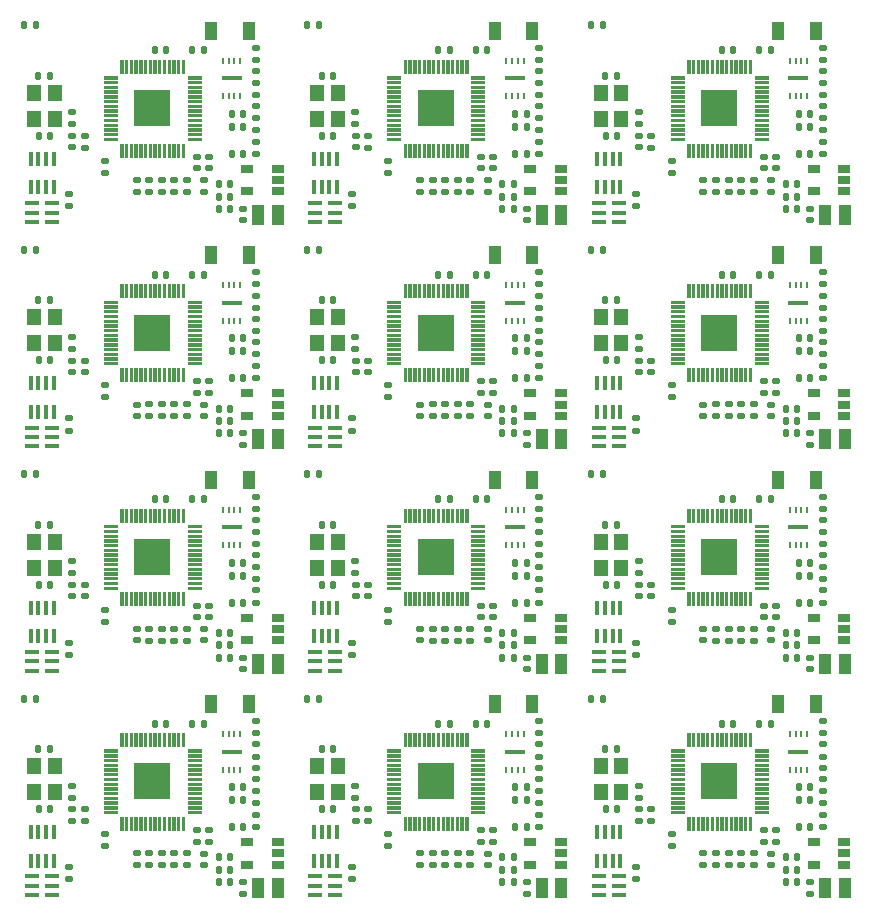
<source format=gtp>
G04 #@! TF.GenerationSoftware,KiCad,Pcbnew,7.0.2-6a45011f42~172~ubuntu22.04.1*
G04 #@! TF.CreationDate,2023-05-22T20:20:29+08:00*
G04 #@! TF.ProjectId,panel_4_3,70616e65-6c5f-4345-9f33-2e6b69636164,rev?*
G04 #@! TF.SameCoordinates,Original*
G04 #@! TF.FileFunction,Paste,Top*
G04 #@! TF.FilePolarity,Positive*
%FSLAX46Y46*%
G04 Gerber Fmt 4.6, Leading zero omitted, Abs format (unit mm)*
G04 Created by KiCad (PCBNEW 7.0.2-6a45011f42~172~ubuntu22.04.1) date 2023-05-22 20:20:29*
%MOMM*%
%LPD*%
G01*
G04 APERTURE LIST*
G04 Aperture macros list*
%AMRoundRect*
0 Rectangle with rounded corners*
0 $1 Rounding radius*
0 $2 $3 $4 $5 $6 $7 $8 $9 X,Y pos of 4 corners*
0 Add a 4 corners polygon primitive as box body*
4,1,4,$2,$3,$4,$5,$6,$7,$8,$9,$2,$3,0*
0 Add four circle primitives for the rounded corners*
1,1,$1+$1,$2,$3*
1,1,$1+$1,$4,$5*
1,1,$1+$1,$6,$7*
1,1,$1+$1,$8,$9*
0 Add four rect primitives between the rounded corners*
20,1,$1+$1,$2,$3,$4,$5,0*
20,1,$1+$1,$4,$5,$6,$7,0*
20,1,$1+$1,$6,$7,$8,$9,0*
20,1,$1+$1,$8,$9,$2,$3,0*%
G04 Aperture macros list end*
%ADD10C,0.120000*%
%ADD11RoundRect,0.140000X-0.140000X-0.170000X0.140000X-0.170000X0.140000X0.170000X-0.140000X0.170000X0*%
%ADD12RoundRect,0.135000X-0.185000X0.135000X-0.185000X-0.135000X0.185000X-0.135000X0.185000X0.135000X0*%
%ADD13R,1.145000X0.400000*%
%ADD14RoundRect,0.135000X0.185000X-0.135000X0.185000X0.135000X-0.185000X0.135000X-0.185000X-0.135000X0*%
%ADD15RoundRect,0.140000X0.170000X-0.140000X0.170000X0.140000X-0.170000X0.140000X-0.170000X-0.140000X0*%
%ADD16R,0.200000X1.100000*%
%ADD17R,1.100000X0.200000*%
%ADD18R,3.100000X3.100000*%
%ADD19R,0.280000X0.600000*%
%ADD20R,1.700000X0.300000*%
%ADD21RoundRect,0.140000X-0.170000X0.140000X-0.170000X-0.140000X0.170000X-0.140000X0.170000X0.140000X0*%
%ADD22R,1.000000X1.720000*%
%ADD23R,1.000000X1.524000*%
%ADD24R,1.200000X1.400000*%
%ADD25RoundRect,0.135000X-0.135000X-0.185000X0.135000X-0.185000X0.135000X0.185000X-0.135000X0.185000X0*%
%ADD26R,1.100000X0.700000*%
%ADD27O,0.364000X1.222000*%
G04 APERTURE END LIST*
G04 #@! TO.C,U1*
D10*
X14595000Y-48405000D02*
X14395000Y-48405000D01*
X14395000Y-47305000D01*
X14595000Y-47305000D01*
X14595000Y-48405000D01*
G36*
X14595000Y-48405000D02*
G01*
X14395000Y-48405000D01*
X14395000Y-47305000D01*
X14595000Y-47305000D01*
X14595000Y-48405000D01*
G37*
X14195000Y-48405000D02*
X13995000Y-48405000D01*
X13995000Y-47305000D01*
X14195000Y-47305000D01*
X14195000Y-48405000D01*
G36*
X14195000Y-48405000D02*
G01*
X13995000Y-48405000D01*
X13995000Y-47305000D01*
X14195000Y-47305000D01*
X14195000Y-48405000D01*
G37*
X13795000Y-48405000D02*
X13595000Y-48405000D01*
X13595000Y-47305000D01*
X13795000Y-47305000D01*
X13795000Y-48405000D01*
G36*
X13795000Y-48405000D02*
G01*
X13595000Y-48405000D01*
X13595000Y-47305000D01*
X13795000Y-47305000D01*
X13795000Y-48405000D01*
G37*
X13395000Y-48405000D02*
X13195000Y-48405000D01*
X13195000Y-47305000D01*
X13395000Y-47305000D01*
X13395000Y-48405000D01*
G36*
X13395000Y-48405000D02*
G01*
X13195000Y-48405000D01*
X13195000Y-47305000D01*
X13395000Y-47305000D01*
X13395000Y-48405000D01*
G37*
X12995000Y-48405000D02*
X12795000Y-48405000D01*
X12795000Y-47305000D01*
X12995000Y-47305000D01*
X12995000Y-48405000D01*
G36*
X12995000Y-48405000D02*
G01*
X12795000Y-48405000D01*
X12795000Y-47305000D01*
X12995000Y-47305000D01*
X12995000Y-48405000D01*
G37*
X12595000Y-48405000D02*
X12395000Y-48405000D01*
X12395000Y-47305000D01*
X12595000Y-47305000D01*
X12595000Y-48405000D01*
G36*
X12595000Y-48405000D02*
G01*
X12395000Y-48405000D01*
X12395000Y-47305000D01*
X12595000Y-47305000D01*
X12595000Y-48405000D01*
G37*
X12195000Y-48405000D02*
X11995000Y-48405000D01*
X11995000Y-47305000D01*
X12195000Y-47305000D01*
X12195000Y-48405000D01*
G36*
X12195000Y-48405000D02*
G01*
X11995000Y-48405000D01*
X11995000Y-47305000D01*
X12195000Y-47305000D01*
X12195000Y-48405000D01*
G37*
X11395000Y-48405000D02*
X11195000Y-48405000D01*
X11195000Y-47305000D01*
X11395000Y-47305000D01*
X11395000Y-48405000D01*
G36*
X11395000Y-48405000D02*
G01*
X11195000Y-48405000D01*
X11195000Y-47305000D01*
X11395000Y-47305000D01*
X11395000Y-48405000D01*
G37*
X10995000Y-48405000D02*
X10795000Y-48405000D01*
X10795000Y-47305000D01*
X10995000Y-47305000D01*
X10995000Y-48405000D01*
G36*
X10995000Y-48405000D02*
G01*
X10795000Y-48405000D01*
X10795000Y-47305000D01*
X10995000Y-47305000D01*
X10995000Y-48405000D01*
G37*
X10595000Y-48405000D02*
X10395000Y-48405000D01*
X10395000Y-47305000D01*
X10595000Y-47305000D01*
X10595000Y-48405000D01*
G36*
X10595000Y-48405000D02*
G01*
X10395000Y-48405000D01*
X10395000Y-47305000D01*
X10595000Y-47305000D01*
X10595000Y-48405000D01*
G37*
X10195000Y-48405000D02*
X9995000Y-48405000D01*
X9995000Y-47305000D01*
X10195000Y-47305000D01*
X10195000Y-48405000D01*
G36*
X10195000Y-48405000D02*
G01*
X9995000Y-48405000D01*
X9995000Y-47305000D01*
X10195000Y-47305000D01*
X10195000Y-48405000D01*
G37*
X9795000Y-48405000D02*
X9595000Y-48405000D01*
X9595000Y-47305000D01*
X9795000Y-47305000D01*
X9795000Y-48405000D01*
G36*
X9795000Y-48405000D02*
G01*
X9595000Y-48405000D01*
X9595000Y-47305000D01*
X9795000Y-47305000D01*
X9795000Y-48405000D01*
G37*
X9395000Y-48405000D02*
X9195000Y-48405000D01*
X9195000Y-47305000D01*
X9395000Y-47305000D01*
X9395000Y-48405000D01*
G36*
X9395000Y-48405000D02*
G01*
X9195000Y-48405000D01*
X9195000Y-47305000D01*
X9395000Y-47305000D01*
X9395000Y-48405000D01*
G37*
X11795000Y-48405000D02*
X11595000Y-48405000D01*
X11595000Y-47305000D01*
X11795000Y-47305000D01*
X11795000Y-48405000D01*
G36*
X11795000Y-48405000D02*
G01*
X11595000Y-48405000D01*
X11595000Y-47305000D01*
X11795000Y-47305000D01*
X11795000Y-48405000D01*
G37*
X15995000Y-48905000D02*
X14895000Y-48905000D01*
X14895000Y-48705000D01*
X15995000Y-48705000D01*
X15995000Y-48905000D01*
G36*
X15995000Y-48905000D02*
G01*
X14895000Y-48905000D01*
X14895000Y-48705000D01*
X15995000Y-48705000D01*
X15995000Y-48905000D01*
G37*
X8895000Y-48905000D02*
X7795000Y-48905000D01*
X7795000Y-48705000D01*
X8895000Y-48705000D01*
X8895000Y-48905000D01*
G36*
X8895000Y-48905000D02*
G01*
X7795000Y-48905000D01*
X7795000Y-48705000D01*
X8895000Y-48705000D01*
X8895000Y-48905000D01*
G37*
X15995000Y-49305000D02*
X14895000Y-49305000D01*
X14895000Y-49105000D01*
X15995000Y-49105000D01*
X15995000Y-49305000D01*
G36*
X15995000Y-49305000D02*
G01*
X14895000Y-49305000D01*
X14895000Y-49105000D01*
X15995000Y-49105000D01*
X15995000Y-49305000D01*
G37*
X8895000Y-49305000D02*
X7795000Y-49305000D01*
X7795000Y-49105000D01*
X8895000Y-49105000D01*
X8895000Y-49305000D01*
G36*
X8895000Y-49305000D02*
G01*
X7795000Y-49305000D01*
X7795000Y-49105000D01*
X8895000Y-49105000D01*
X8895000Y-49305000D01*
G37*
X8895000Y-49705000D02*
X7795000Y-49705000D01*
X7795000Y-49505000D01*
X8895000Y-49505000D01*
X8895000Y-49705000D01*
G36*
X8895000Y-49705000D02*
G01*
X7795000Y-49705000D01*
X7795000Y-49505000D01*
X8895000Y-49505000D01*
X8895000Y-49705000D01*
G37*
X15995000Y-49705000D02*
X14895000Y-49705000D01*
X14895000Y-49505000D01*
X15995000Y-49505000D01*
X15995000Y-49705000D01*
G36*
X15995000Y-49705000D02*
G01*
X14895000Y-49705000D01*
X14895000Y-49505000D01*
X15995000Y-49505000D01*
X15995000Y-49705000D01*
G37*
X8895000Y-50105000D02*
X7795000Y-50105000D01*
X7795000Y-49905000D01*
X8895000Y-49905000D01*
X8895000Y-50105000D01*
G36*
X8895000Y-50105000D02*
G01*
X7795000Y-50105000D01*
X7795000Y-49905000D01*
X8895000Y-49905000D01*
X8895000Y-50105000D01*
G37*
X15995000Y-50105000D02*
X14895000Y-50105000D01*
X14895000Y-49905000D01*
X15995000Y-49905000D01*
X15995000Y-50105000D01*
G36*
X15995000Y-50105000D02*
G01*
X14895000Y-50105000D01*
X14895000Y-49905000D01*
X15995000Y-49905000D01*
X15995000Y-50105000D01*
G37*
X13135000Y-52645000D02*
X10655000Y-52645000D01*
X10655000Y-50165000D01*
X13135000Y-50165000D01*
X13135000Y-52645000D01*
G36*
X13135000Y-52645000D02*
G01*
X10655000Y-52645000D01*
X10655000Y-50165000D01*
X13135000Y-50165000D01*
X13135000Y-52645000D01*
G37*
X15995000Y-50505000D02*
X14895000Y-50505000D01*
X14895000Y-50305000D01*
X15995000Y-50305000D01*
X15995000Y-50505000D01*
G36*
X15995000Y-50505000D02*
G01*
X14895000Y-50505000D01*
X14895000Y-50305000D01*
X15995000Y-50305000D01*
X15995000Y-50505000D01*
G37*
X8895000Y-50505000D02*
X7795000Y-50505000D01*
X7795000Y-50305000D01*
X8895000Y-50305000D01*
X8895000Y-50505000D01*
G36*
X8895000Y-50505000D02*
G01*
X7795000Y-50505000D01*
X7795000Y-50305000D01*
X8895000Y-50305000D01*
X8895000Y-50505000D01*
G37*
X8895000Y-50905000D02*
X7795000Y-50905000D01*
X7795000Y-50705000D01*
X8895000Y-50705000D01*
X8895000Y-50905000D01*
G36*
X8895000Y-50905000D02*
G01*
X7795000Y-50905000D01*
X7795000Y-50705000D01*
X8895000Y-50705000D01*
X8895000Y-50905000D01*
G37*
X15995000Y-50905000D02*
X14895000Y-50905000D01*
X14895000Y-50705000D01*
X15995000Y-50705000D01*
X15995000Y-50905000D01*
G36*
X15995000Y-50905000D02*
G01*
X14895000Y-50905000D01*
X14895000Y-50705000D01*
X15995000Y-50705000D01*
X15995000Y-50905000D01*
G37*
X8895000Y-51305000D02*
X7795000Y-51305000D01*
X7795000Y-51105000D01*
X8895000Y-51105000D01*
X8895000Y-51305000D01*
G36*
X8895000Y-51305000D02*
G01*
X7795000Y-51305000D01*
X7795000Y-51105000D01*
X8895000Y-51105000D01*
X8895000Y-51305000D01*
G37*
X15995000Y-51305000D02*
X14895000Y-51305000D01*
X14895000Y-51105000D01*
X15995000Y-51105000D01*
X15995000Y-51305000D01*
G36*
X15995000Y-51305000D02*
G01*
X14895000Y-51305000D01*
X14895000Y-51105000D01*
X15995000Y-51105000D01*
X15995000Y-51305000D01*
G37*
X15995000Y-51705000D02*
X14895000Y-51705000D01*
X14895000Y-51505000D01*
X15995000Y-51505000D01*
X15995000Y-51705000D01*
G36*
X15995000Y-51705000D02*
G01*
X14895000Y-51705000D01*
X14895000Y-51505000D01*
X15995000Y-51505000D01*
X15995000Y-51705000D01*
G37*
X8895000Y-51705000D02*
X7795000Y-51705000D01*
X7795000Y-51505000D01*
X8895000Y-51505000D01*
X8895000Y-51705000D01*
G36*
X8895000Y-51705000D02*
G01*
X7795000Y-51705000D01*
X7795000Y-51505000D01*
X8895000Y-51505000D01*
X8895000Y-51705000D01*
G37*
X15995000Y-52105000D02*
X14895000Y-52105000D01*
X14895000Y-51905000D01*
X15995000Y-51905000D01*
X15995000Y-52105000D01*
G36*
X15995000Y-52105000D02*
G01*
X14895000Y-52105000D01*
X14895000Y-51905000D01*
X15995000Y-51905000D01*
X15995000Y-52105000D01*
G37*
X8895000Y-52105000D02*
X7795000Y-52105000D01*
X7795000Y-51905000D01*
X8895000Y-51905000D01*
X8895000Y-52105000D01*
G36*
X8895000Y-52105000D02*
G01*
X7795000Y-52105000D01*
X7795000Y-51905000D01*
X8895000Y-51905000D01*
X8895000Y-52105000D01*
G37*
X8895000Y-52505000D02*
X7795000Y-52505000D01*
X7795000Y-52305000D01*
X8895000Y-52305000D01*
X8895000Y-52505000D01*
G36*
X8895000Y-52505000D02*
G01*
X7795000Y-52505000D01*
X7795000Y-52305000D01*
X8895000Y-52305000D01*
X8895000Y-52505000D01*
G37*
X15995000Y-52505000D02*
X14895000Y-52505000D01*
X14895000Y-52305000D01*
X15995000Y-52305000D01*
X15995000Y-52505000D01*
G36*
X15995000Y-52505000D02*
G01*
X14895000Y-52505000D01*
X14895000Y-52305000D01*
X15995000Y-52305000D01*
X15995000Y-52505000D01*
G37*
X8895000Y-52905000D02*
X7795000Y-52905000D01*
X7795000Y-52705000D01*
X8895000Y-52705000D01*
X8895000Y-52905000D01*
G36*
X8895000Y-52905000D02*
G01*
X7795000Y-52905000D01*
X7795000Y-52705000D01*
X8895000Y-52705000D01*
X8895000Y-52905000D01*
G37*
X15995000Y-52905000D02*
X14895000Y-52905000D01*
X14895000Y-52705000D01*
X15995000Y-52705000D01*
X15995000Y-52905000D01*
G36*
X15995000Y-52905000D02*
G01*
X14895000Y-52905000D01*
X14895000Y-52705000D01*
X15995000Y-52705000D01*
X15995000Y-52905000D01*
G37*
X8895000Y-53305000D02*
X7795000Y-53305000D01*
X7795000Y-53105000D01*
X8895000Y-53105000D01*
X8895000Y-53305000D01*
G36*
X8895000Y-53305000D02*
G01*
X7795000Y-53305000D01*
X7795000Y-53105000D01*
X8895000Y-53105000D01*
X8895000Y-53305000D01*
G37*
X15995000Y-53305000D02*
X14895000Y-53305000D01*
X14895000Y-53105000D01*
X15995000Y-53105000D01*
X15995000Y-53305000D01*
G36*
X15995000Y-53305000D02*
G01*
X14895000Y-53305000D01*
X14895000Y-53105000D01*
X15995000Y-53105000D01*
X15995000Y-53305000D01*
G37*
X15995000Y-53705000D02*
X14895000Y-53705000D01*
X14895000Y-53505000D01*
X15995000Y-53505000D01*
X15995000Y-53705000D01*
G36*
X15995000Y-53705000D02*
G01*
X14895000Y-53705000D01*
X14895000Y-53505000D01*
X15995000Y-53505000D01*
X15995000Y-53705000D01*
G37*
X8895000Y-53705000D02*
X7795000Y-53705000D01*
X7795000Y-53505000D01*
X8895000Y-53505000D01*
X8895000Y-53705000D01*
G36*
X8895000Y-53705000D02*
G01*
X7795000Y-53705000D01*
X7795000Y-53505000D01*
X8895000Y-53505000D01*
X8895000Y-53705000D01*
G37*
X15995000Y-54105000D02*
X14895000Y-54105000D01*
X14895000Y-53905000D01*
X15995000Y-53905000D01*
X15995000Y-54105000D01*
G36*
X15995000Y-54105000D02*
G01*
X14895000Y-54105000D01*
X14895000Y-53905000D01*
X15995000Y-53905000D01*
X15995000Y-54105000D01*
G37*
X8895000Y-54105000D02*
X7795000Y-54105000D01*
X7795000Y-53905000D01*
X8895000Y-53905000D01*
X8895000Y-54105000D01*
G36*
X8895000Y-54105000D02*
G01*
X7795000Y-54105000D01*
X7795000Y-53905000D01*
X8895000Y-53905000D01*
X8895000Y-54105000D01*
G37*
X12195000Y-55505000D02*
X11995000Y-55505000D01*
X11995000Y-54405000D01*
X12195000Y-54405000D01*
X12195000Y-55505000D01*
G36*
X12195000Y-55505000D02*
G01*
X11995000Y-55505000D01*
X11995000Y-54405000D01*
X12195000Y-54405000D01*
X12195000Y-55505000D01*
G37*
X9395000Y-55505000D02*
X9195000Y-55505000D01*
X9195000Y-54405000D01*
X9395000Y-54405000D01*
X9395000Y-55505000D01*
G36*
X9395000Y-55505000D02*
G01*
X9195000Y-55505000D01*
X9195000Y-54405000D01*
X9395000Y-54405000D01*
X9395000Y-55505000D01*
G37*
X14595000Y-55505000D02*
X14395000Y-55505000D01*
X14395000Y-54405000D01*
X14595000Y-54405000D01*
X14595000Y-55505000D01*
G36*
X14595000Y-55505000D02*
G01*
X14395000Y-55505000D01*
X14395000Y-54405000D01*
X14595000Y-54405000D01*
X14595000Y-55505000D01*
G37*
X14195000Y-55505000D02*
X13995000Y-55505000D01*
X13995000Y-54405000D01*
X14195000Y-54405000D01*
X14195000Y-55505000D01*
G36*
X14195000Y-55505000D02*
G01*
X13995000Y-55505000D01*
X13995000Y-54405000D01*
X14195000Y-54405000D01*
X14195000Y-55505000D01*
G37*
X13795000Y-55505000D02*
X13595000Y-55505000D01*
X13595000Y-54405000D01*
X13795000Y-54405000D01*
X13795000Y-55505000D01*
G36*
X13795000Y-55505000D02*
G01*
X13595000Y-55505000D01*
X13595000Y-54405000D01*
X13795000Y-54405000D01*
X13795000Y-55505000D01*
G37*
X13395000Y-55505000D02*
X13195000Y-55505000D01*
X13195000Y-54405000D01*
X13395000Y-54405000D01*
X13395000Y-55505000D01*
G36*
X13395000Y-55505000D02*
G01*
X13195000Y-55505000D01*
X13195000Y-54405000D01*
X13395000Y-54405000D01*
X13395000Y-55505000D01*
G37*
X12995000Y-55505000D02*
X12795000Y-55505000D01*
X12795000Y-54405000D01*
X12995000Y-54405000D01*
X12995000Y-55505000D01*
G36*
X12995000Y-55505000D02*
G01*
X12795000Y-55505000D01*
X12795000Y-54405000D01*
X12995000Y-54405000D01*
X12995000Y-55505000D01*
G37*
X12595000Y-55505000D02*
X12395000Y-55505000D01*
X12395000Y-54405000D01*
X12595000Y-54405000D01*
X12595000Y-55505000D01*
G36*
X12595000Y-55505000D02*
G01*
X12395000Y-55505000D01*
X12395000Y-54405000D01*
X12595000Y-54405000D01*
X12595000Y-55505000D01*
G37*
X11795000Y-55505000D02*
X11595000Y-55505000D01*
X11595000Y-54405000D01*
X11795000Y-54405000D01*
X11795000Y-55505000D01*
G36*
X11795000Y-55505000D02*
G01*
X11595000Y-55505000D01*
X11595000Y-54405000D01*
X11795000Y-54405000D01*
X11795000Y-55505000D01*
G37*
X11395000Y-55505000D02*
X11195000Y-55505000D01*
X11195000Y-54405000D01*
X11395000Y-54405000D01*
X11395000Y-55505000D01*
G36*
X11395000Y-55505000D02*
G01*
X11195000Y-55505000D01*
X11195000Y-54405000D01*
X11395000Y-54405000D01*
X11395000Y-55505000D01*
G37*
X10995000Y-55505000D02*
X10795000Y-55505000D01*
X10795000Y-54405000D01*
X10995000Y-54405000D01*
X10995000Y-55505000D01*
G36*
X10995000Y-55505000D02*
G01*
X10795000Y-55505000D01*
X10795000Y-54405000D01*
X10995000Y-54405000D01*
X10995000Y-55505000D01*
G37*
X10595000Y-55505000D02*
X10395000Y-55505000D01*
X10395000Y-54405000D01*
X10595000Y-54405000D01*
X10595000Y-55505000D01*
G36*
X10595000Y-55505000D02*
G01*
X10395000Y-55505000D01*
X10395000Y-54405000D01*
X10595000Y-54405000D01*
X10595000Y-55505000D01*
G37*
X10195000Y-55505000D02*
X9995000Y-55505000D01*
X9995000Y-54405000D01*
X10195000Y-54405000D01*
X10195000Y-55505000D01*
G36*
X10195000Y-55505000D02*
G01*
X9995000Y-55505000D01*
X9995000Y-54405000D01*
X10195000Y-54405000D01*
X10195000Y-55505000D01*
G37*
X9795000Y-55505000D02*
X9595000Y-55505000D01*
X9595000Y-54405000D01*
X9795000Y-54405000D01*
X9795000Y-55505000D01*
G36*
X9795000Y-55505000D02*
G01*
X9595000Y-55505000D01*
X9595000Y-54405000D01*
X9795000Y-54405000D01*
X9795000Y-55505000D01*
G37*
X62595000Y-29405000D02*
X62395000Y-29405000D01*
X62395000Y-28305000D01*
X62595000Y-28305000D01*
X62595000Y-29405000D01*
G36*
X62595000Y-29405000D02*
G01*
X62395000Y-29405000D01*
X62395000Y-28305000D01*
X62595000Y-28305000D01*
X62595000Y-29405000D01*
G37*
X62195000Y-29405000D02*
X61995000Y-29405000D01*
X61995000Y-28305000D01*
X62195000Y-28305000D01*
X62195000Y-29405000D01*
G36*
X62195000Y-29405000D02*
G01*
X61995000Y-29405000D01*
X61995000Y-28305000D01*
X62195000Y-28305000D01*
X62195000Y-29405000D01*
G37*
X61795000Y-29405000D02*
X61595000Y-29405000D01*
X61595000Y-28305000D01*
X61795000Y-28305000D01*
X61795000Y-29405000D01*
G36*
X61795000Y-29405000D02*
G01*
X61595000Y-29405000D01*
X61595000Y-28305000D01*
X61795000Y-28305000D01*
X61795000Y-29405000D01*
G37*
X61395000Y-29405000D02*
X61195000Y-29405000D01*
X61195000Y-28305000D01*
X61395000Y-28305000D01*
X61395000Y-29405000D01*
G36*
X61395000Y-29405000D02*
G01*
X61195000Y-29405000D01*
X61195000Y-28305000D01*
X61395000Y-28305000D01*
X61395000Y-29405000D01*
G37*
X60995000Y-29405000D02*
X60795000Y-29405000D01*
X60795000Y-28305000D01*
X60995000Y-28305000D01*
X60995000Y-29405000D01*
G36*
X60995000Y-29405000D02*
G01*
X60795000Y-29405000D01*
X60795000Y-28305000D01*
X60995000Y-28305000D01*
X60995000Y-29405000D01*
G37*
X60595000Y-29405000D02*
X60395000Y-29405000D01*
X60395000Y-28305000D01*
X60595000Y-28305000D01*
X60595000Y-29405000D01*
G36*
X60595000Y-29405000D02*
G01*
X60395000Y-29405000D01*
X60395000Y-28305000D01*
X60595000Y-28305000D01*
X60595000Y-29405000D01*
G37*
X60195000Y-29405000D02*
X59995000Y-29405000D01*
X59995000Y-28305000D01*
X60195000Y-28305000D01*
X60195000Y-29405000D01*
G36*
X60195000Y-29405000D02*
G01*
X59995000Y-29405000D01*
X59995000Y-28305000D01*
X60195000Y-28305000D01*
X60195000Y-29405000D01*
G37*
X59395000Y-29405000D02*
X59195000Y-29405000D01*
X59195000Y-28305000D01*
X59395000Y-28305000D01*
X59395000Y-29405000D01*
G36*
X59395000Y-29405000D02*
G01*
X59195000Y-29405000D01*
X59195000Y-28305000D01*
X59395000Y-28305000D01*
X59395000Y-29405000D01*
G37*
X58995000Y-29405000D02*
X58795000Y-29405000D01*
X58795000Y-28305000D01*
X58995000Y-28305000D01*
X58995000Y-29405000D01*
G36*
X58995000Y-29405000D02*
G01*
X58795000Y-29405000D01*
X58795000Y-28305000D01*
X58995000Y-28305000D01*
X58995000Y-29405000D01*
G37*
X58595000Y-29405000D02*
X58395000Y-29405000D01*
X58395000Y-28305000D01*
X58595000Y-28305000D01*
X58595000Y-29405000D01*
G36*
X58595000Y-29405000D02*
G01*
X58395000Y-29405000D01*
X58395000Y-28305000D01*
X58595000Y-28305000D01*
X58595000Y-29405000D01*
G37*
X58195000Y-29405000D02*
X57995000Y-29405000D01*
X57995000Y-28305000D01*
X58195000Y-28305000D01*
X58195000Y-29405000D01*
G36*
X58195000Y-29405000D02*
G01*
X57995000Y-29405000D01*
X57995000Y-28305000D01*
X58195000Y-28305000D01*
X58195000Y-29405000D01*
G37*
X57795000Y-29405000D02*
X57595000Y-29405000D01*
X57595000Y-28305000D01*
X57795000Y-28305000D01*
X57795000Y-29405000D01*
G36*
X57795000Y-29405000D02*
G01*
X57595000Y-29405000D01*
X57595000Y-28305000D01*
X57795000Y-28305000D01*
X57795000Y-29405000D01*
G37*
X57395000Y-29405000D02*
X57195000Y-29405000D01*
X57195000Y-28305000D01*
X57395000Y-28305000D01*
X57395000Y-29405000D01*
G36*
X57395000Y-29405000D02*
G01*
X57195000Y-29405000D01*
X57195000Y-28305000D01*
X57395000Y-28305000D01*
X57395000Y-29405000D01*
G37*
X59795000Y-29405000D02*
X59595000Y-29405000D01*
X59595000Y-28305000D01*
X59795000Y-28305000D01*
X59795000Y-29405000D01*
G36*
X59795000Y-29405000D02*
G01*
X59595000Y-29405000D01*
X59595000Y-28305000D01*
X59795000Y-28305000D01*
X59795000Y-29405000D01*
G37*
X63995000Y-29905000D02*
X62895000Y-29905000D01*
X62895000Y-29705000D01*
X63995000Y-29705000D01*
X63995000Y-29905000D01*
G36*
X63995000Y-29905000D02*
G01*
X62895000Y-29905000D01*
X62895000Y-29705000D01*
X63995000Y-29705000D01*
X63995000Y-29905000D01*
G37*
X56895000Y-29905000D02*
X55795000Y-29905000D01*
X55795000Y-29705000D01*
X56895000Y-29705000D01*
X56895000Y-29905000D01*
G36*
X56895000Y-29905000D02*
G01*
X55795000Y-29905000D01*
X55795000Y-29705000D01*
X56895000Y-29705000D01*
X56895000Y-29905000D01*
G37*
X63995000Y-30305000D02*
X62895000Y-30305000D01*
X62895000Y-30105000D01*
X63995000Y-30105000D01*
X63995000Y-30305000D01*
G36*
X63995000Y-30305000D02*
G01*
X62895000Y-30305000D01*
X62895000Y-30105000D01*
X63995000Y-30105000D01*
X63995000Y-30305000D01*
G37*
X56895000Y-30305000D02*
X55795000Y-30305000D01*
X55795000Y-30105000D01*
X56895000Y-30105000D01*
X56895000Y-30305000D01*
G36*
X56895000Y-30305000D02*
G01*
X55795000Y-30305000D01*
X55795000Y-30105000D01*
X56895000Y-30105000D01*
X56895000Y-30305000D01*
G37*
X56895000Y-30705000D02*
X55795000Y-30705000D01*
X55795000Y-30505000D01*
X56895000Y-30505000D01*
X56895000Y-30705000D01*
G36*
X56895000Y-30705000D02*
G01*
X55795000Y-30705000D01*
X55795000Y-30505000D01*
X56895000Y-30505000D01*
X56895000Y-30705000D01*
G37*
X63995000Y-30705000D02*
X62895000Y-30705000D01*
X62895000Y-30505000D01*
X63995000Y-30505000D01*
X63995000Y-30705000D01*
G36*
X63995000Y-30705000D02*
G01*
X62895000Y-30705000D01*
X62895000Y-30505000D01*
X63995000Y-30505000D01*
X63995000Y-30705000D01*
G37*
X56895000Y-31105000D02*
X55795000Y-31105000D01*
X55795000Y-30905000D01*
X56895000Y-30905000D01*
X56895000Y-31105000D01*
G36*
X56895000Y-31105000D02*
G01*
X55795000Y-31105000D01*
X55795000Y-30905000D01*
X56895000Y-30905000D01*
X56895000Y-31105000D01*
G37*
X63995000Y-31105000D02*
X62895000Y-31105000D01*
X62895000Y-30905000D01*
X63995000Y-30905000D01*
X63995000Y-31105000D01*
G36*
X63995000Y-31105000D02*
G01*
X62895000Y-31105000D01*
X62895000Y-30905000D01*
X63995000Y-30905000D01*
X63995000Y-31105000D01*
G37*
X61135000Y-33645000D02*
X58655000Y-33645000D01*
X58655000Y-31165000D01*
X61135000Y-31165000D01*
X61135000Y-33645000D01*
G36*
X61135000Y-33645000D02*
G01*
X58655000Y-33645000D01*
X58655000Y-31165000D01*
X61135000Y-31165000D01*
X61135000Y-33645000D01*
G37*
X63995000Y-31505000D02*
X62895000Y-31505000D01*
X62895000Y-31305000D01*
X63995000Y-31305000D01*
X63995000Y-31505000D01*
G36*
X63995000Y-31505000D02*
G01*
X62895000Y-31505000D01*
X62895000Y-31305000D01*
X63995000Y-31305000D01*
X63995000Y-31505000D01*
G37*
X56895000Y-31505000D02*
X55795000Y-31505000D01*
X55795000Y-31305000D01*
X56895000Y-31305000D01*
X56895000Y-31505000D01*
G36*
X56895000Y-31505000D02*
G01*
X55795000Y-31505000D01*
X55795000Y-31305000D01*
X56895000Y-31305000D01*
X56895000Y-31505000D01*
G37*
X56895000Y-31905000D02*
X55795000Y-31905000D01*
X55795000Y-31705000D01*
X56895000Y-31705000D01*
X56895000Y-31905000D01*
G36*
X56895000Y-31905000D02*
G01*
X55795000Y-31905000D01*
X55795000Y-31705000D01*
X56895000Y-31705000D01*
X56895000Y-31905000D01*
G37*
X63995000Y-31905000D02*
X62895000Y-31905000D01*
X62895000Y-31705000D01*
X63995000Y-31705000D01*
X63995000Y-31905000D01*
G36*
X63995000Y-31905000D02*
G01*
X62895000Y-31905000D01*
X62895000Y-31705000D01*
X63995000Y-31705000D01*
X63995000Y-31905000D01*
G37*
X56895000Y-32305000D02*
X55795000Y-32305000D01*
X55795000Y-32105000D01*
X56895000Y-32105000D01*
X56895000Y-32305000D01*
G36*
X56895000Y-32305000D02*
G01*
X55795000Y-32305000D01*
X55795000Y-32105000D01*
X56895000Y-32105000D01*
X56895000Y-32305000D01*
G37*
X63995000Y-32305000D02*
X62895000Y-32305000D01*
X62895000Y-32105000D01*
X63995000Y-32105000D01*
X63995000Y-32305000D01*
G36*
X63995000Y-32305000D02*
G01*
X62895000Y-32305000D01*
X62895000Y-32105000D01*
X63995000Y-32105000D01*
X63995000Y-32305000D01*
G37*
X63995000Y-32705000D02*
X62895000Y-32705000D01*
X62895000Y-32505000D01*
X63995000Y-32505000D01*
X63995000Y-32705000D01*
G36*
X63995000Y-32705000D02*
G01*
X62895000Y-32705000D01*
X62895000Y-32505000D01*
X63995000Y-32505000D01*
X63995000Y-32705000D01*
G37*
X56895000Y-32705000D02*
X55795000Y-32705000D01*
X55795000Y-32505000D01*
X56895000Y-32505000D01*
X56895000Y-32705000D01*
G36*
X56895000Y-32705000D02*
G01*
X55795000Y-32705000D01*
X55795000Y-32505000D01*
X56895000Y-32505000D01*
X56895000Y-32705000D01*
G37*
X63995000Y-33105000D02*
X62895000Y-33105000D01*
X62895000Y-32905000D01*
X63995000Y-32905000D01*
X63995000Y-33105000D01*
G36*
X63995000Y-33105000D02*
G01*
X62895000Y-33105000D01*
X62895000Y-32905000D01*
X63995000Y-32905000D01*
X63995000Y-33105000D01*
G37*
X56895000Y-33105000D02*
X55795000Y-33105000D01*
X55795000Y-32905000D01*
X56895000Y-32905000D01*
X56895000Y-33105000D01*
G36*
X56895000Y-33105000D02*
G01*
X55795000Y-33105000D01*
X55795000Y-32905000D01*
X56895000Y-32905000D01*
X56895000Y-33105000D01*
G37*
X56895000Y-33505000D02*
X55795000Y-33505000D01*
X55795000Y-33305000D01*
X56895000Y-33305000D01*
X56895000Y-33505000D01*
G36*
X56895000Y-33505000D02*
G01*
X55795000Y-33505000D01*
X55795000Y-33305000D01*
X56895000Y-33305000D01*
X56895000Y-33505000D01*
G37*
X63995000Y-33505000D02*
X62895000Y-33505000D01*
X62895000Y-33305000D01*
X63995000Y-33305000D01*
X63995000Y-33505000D01*
G36*
X63995000Y-33505000D02*
G01*
X62895000Y-33505000D01*
X62895000Y-33305000D01*
X63995000Y-33305000D01*
X63995000Y-33505000D01*
G37*
X56895000Y-33905000D02*
X55795000Y-33905000D01*
X55795000Y-33705000D01*
X56895000Y-33705000D01*
X56895000Y-33905000D01*
G36*
X56895000Y-33905000D02*
G01*
X55795000Y-33905000D01*
X55795000Y-33705000D01*
X56895000Y-33705000D01*
X56895000Y-33905000D01*
G37*
X63995000Y-33905000D02*
X62895000Y-33905000D01*
X62895000Y-33705000D01*
X63995000Y-33705000D01*
X63995000Y-33905000D01*
G36*
X63995000Y-33905000D02*
G01*
X62895000Y-33905000D01*
X62895000Y-33705000D01*
X63995000Y-33705000D01*
X63995000Y-33905000D01*
G37*
X56895000Y-34305000D02*
X55795000Y-34305000D01*
X55795000Y-34105000D01*
X56895000Y-34105000D01*
X56895000Y-34305000D01*
G36*
X56895000Y-34305000D02*
G01*
X55795000Y-34305000D01*
X55795000Y-34105000D01*
X56895000Y-34105000D01*
X56895000Y-34305000D01*
G37*
X63995000Y-34305000D02*
X62895000Y-34305000D01*
X62895000Y-34105000D01*
X63995000Y-34105000D01*
X63995000Y-34305000D01*
G36*
X63995000Y-34305000D02*
G01*
X62895000Y-34305000D01*
X62895000Y-34105000D01*
X63995000Y-34105000D01*
X63995000Y-34305000D01*
G37*
X63995000Y-34705000D02*
X62895000Y-34705000D01*
X62895000Y-34505000D01*
X63995000Y-34505000D01*
X63995000Y-34705000D01*
G36*
X63995000Y-34705000D02*
G01*
X62895000Y-34705000D01*
X62895000Y-34505000D01*
X63995000Y-34505000D01*
X63995000Y-34705000D01*
G37*
X56895000Y-34705000D02*
X55795000Y-34705000D01*
X55795000Y-34505000D01*
X56895000Y-34505000D01*
X56895000Y-34705000D01*
G36*
X56895000Y-34705000D02*
G01*
X55795000Y-34705000D01*
X55795000Y-34505000D01*
X56895000Y-34505000D01*
X56895000Y-34705000D01*
G37*
X63995000Y-35105000D02*
X62895000Y-35105000D01*
X62895000Y-34905000D01*
X63995000Y-34905000D01*
X63995000Y-35105000D01*
G36*
X63995000Y-35105000D02*
G01*
X62895000Y-35105000D01*
X62895000Y-34905000D01*
X63995000Y-34905000D01*
X63995000Y-35105000D01*
G37*
X56895000Y-35105000D02*
X55795000Y-35105000D01*
X55795000Y-34905000D01*
X56895000Y-34905000D01*
X56895000Y-35105000D01*
G36*
X56895000Y-35105000D02*
G01*
X55795000Y-35105000D01*
X55795000Y-34905000D01*
X56895000Y-34905000D01*
X56895000Y-35105000D01*
G37*
X60195000Y-36505000D02*
X59995000Y-36505000D01*
X59995000Y-35405000D01*
X60195000Y-35405000D01*
X60195000Y-36505000D01*
G36*
X60195000Y-36505000D02*
G01*
X59995000Y-36505000D01*
X59995000Y-35405000D01*
X60195000Y-35405000D01*
X60195000Y-36505000D01*
G37*
X57395000Y-36505000D02*
X57195000Y-36505000D01*
X57195000Y-35405000D01*
X57395000Y-35405000D01*
X57395000Y-36505000D01*
G36*
X57395000Y-36505000D02*
G01*
X57195000Y-36505000D01*
X57195000Y-35405000D01*
X57395000Y-35405000D01*
X57395000Y-36505000D01*
G37*
X62595000Y-36505000D02*
X62395000Y-36505000D01*
X62395000Y-35405000D01*
X62595000Y-35405000D01*
X62595000Y-36505000D01*
G36*
X62595000Y-36505000D02*
G01*
X62395000Y-36505000D01*
X62395000Y-35405000D01*
X62595000Y-35405000D01*
X62595000Y-36505000D01*
G37*
X62195000Y-36505000D02*
X61995000Y-36505000D01*
X61995000Y-35405000D01*
X62195000Y-35405000D01*
X62195000Y-36505000D01*
G36*
X62195000Y-36505000D02*
G01*
X61995000Y-36505000D01*
X61995000Y-35405000D01*
X62195000Y-35405000D01*
X62195000Y-36505000D01*
G37*
X61795000Y-36505000D02*
X61595000Y-36505000D01*
X61595000Y-35405000D01*
X61795000Y-35405000D01*
X61795000Y-36505000D01*
G36*
X61795000Y-36505000D02*
G01*
X61595000Y-36505000D01*
X61595000Y-35405000D01*
X61795000Y-35405000D01*
X61795000Y-36505000D01*
G37*
X61395000Y-36505000D02*
X61195000Y-36505000D01*
X61195000Y-35405000D01*
X61395000Y-35405000D01*
X61395000Y-36505000D01*
G36*
X61395000Y-36505000D02*
G01*
X61195000Y-36505000D01*
X61195000Y-35405000D01*
X61395000Y-35405000D01*
X61395000Y-36505000D01*
G37*
X60995000Y-36505000D02*
X60795000Y-36505000D01*
X60795000Y-35405000D01*
X60995000Y-35405000D01*
X60995000Y-36505000D01*
G36*
X60995000Y-36505000D02*
G01*
X60795000Y-36505000D01*
X60795000Y-35405000D01*
X60995000Y-35405000D01*
X60995000Y-36505000D01*
G37*
X60595000Y-36505000D02*
X60395000Y-36505000D01*
X60395000Y-35405000D01*
X60595000Y-35405000D01*
X60595000Y-36505000D01*
G36*
X60595000Y-36505000D02*
G01*
X60395000Y-36505000D01*
X60395000Y-35405000D01*
X60595000Y-35405000D01*
X60595000Y-36505000D01*
G37*
X59795000Y-36505000D02*
X59595000Y-36505000D01*
X59595000Y-35405000D01*
X59795000Y-35405000D01*
X59795000Y-36505000D01*
G36*
X59795000Y-36505000D02*
G01*
X59595000Y-36505000D01*
X59595000Y-35405000D01*
X59795000Y-35405000D01*
X59795000Y-36505000D01*
G37*
X59395000Y-36505000D02*
X59195000Y-36505000D01*
X59195000Y-35405000D01*
X59395000Y-35405000D01*
X59395000Y-36505000D01*
G36*
X59395000Y-36505000D02*
G01*
X59195000Y-36505000D01*
X59195000Y-35405000D01*
X59395000Y-35405000D01*
X59395000Y-36505000D01*
G37*
X58995000Y-36505000D02*
X58795000Y-36505000D01*
X58795000Y-35405000D01*
X58995000Y-35405000D01*
X58995000Y-36505000D01*
G36*
X58995000Y-36505000D02*
G01*
X58795000Y-36505000D01*
X58795000Y-35405000D01*
X58995000Y-35405000D01*
X58995000Y-36505000D01*
G37*
X58595000Y-36505000D02*
X58395000Y-36505000D01*
X58395000Y-35405000D01*
X58595000Y-35405000D01*
X58595000Y-36505000D01*
G36*
X58595000Y-36505000D02*
G01*
X58395000Y-36505000D01*
X58395000Y-35405000D01*
X58595000Y-35405000D01*
X58595000Y-36505000D01*
G37*
X58195000Y-36505000D02*
X57995000Y-36505000D01*
X57995000Y-35405000D01*
X58195000Y-35405000D01*
X58195000Y-36505000D01*
G36*
X58195000Y-36505000D02*
G01*
X57995000Y-36505000D01*
X57995000Y-35405000D01*
X58195000Y-35405000D01*
X58195000Y-36505000D01*
G37*
X57795000Y-36505000D02*
X57595000Y-36505000D01*
X57595000Y-35405000D01*
X57795000Y-35405000D01*
X57795000Y-36505000D01*
G36*
X57795000Y-36505000D02*
G01*
X57595000Y-36505000D01*
X57595000Y-35405000D01*
X57795000Y-35405000D01*
X57795000Y-36505000D01*
G37*
X14595000Y-29405000D02*
X14395000Y-29405000D01*
X14395000Y-28305000D01*
X14595000Y-28305000D01*
X14595000Y-29405000D01*
G36*
X14595000Y-29405000D02*
G01*
X14395000Y-29405000D01*
X14395000Y-28305000D01*
X14595000Y-28305000D01*
X14595000Y-29405000D01*
G37*
X14195000Y-29405000D02*
X13995000Y-29405000D01*
X13995000Y-28305000D01*
X14195000Y-28305000D01*
X14195000Y-29405000D01*
G36*
X14195000Y-29405000D02*
G01*
X13995000Y-29405000D01*
X13995000Y-28305000D01*
X14195000Y-28305000D01*
X14195000Y-29405000D01*
G37*
X13795000Y-29405000D02*
X13595000Y-29405000D01*
X13595000Y-28305000D01*
X13795000Y-28305000D01*
X13795000Y-29405000D01*
G36*
X13795000Y-29405000D02*
G01*
X13595000Y-29405000D01*
X13595000Y-28305000D01*
X13795000Y-28305000D01*
X13795000Y-29405000D01*
G37*
X13395000Y-29405000D02*
X13195000Y-29405000D01*
X13195000Y-28305000D01*
X13395000Y-28305000D01*
X13395000Y-29405000D01*
G36*
X13395000Y-29405000D02*
G01*
X13195000Y-29405000D01*
X13195000Y-28305000D01*
X13395000Y-28305000D01*
X13395000Y-29405000D01*
G37*
X12995000Y-29405000D02*
X12795000Y-29405000D01*
X12795000Y-28305000D01*
X12995000Y-28305000D01*
X12995000Y-29405000D01*
G36*
X12995000Y-29405000D02*
G01*
X12795000Y-29405000D01*
X12795000Y-28305000D01*
X12995000Y-28305000D01*
X12995000Y-29405000D01*
G37*
X12595000Y-29405000D02*
X12395000Y-29405000D01*
X12395000Y-28305000D01*
X12595000Y-28305000D01*
X12595000Y-29405000D01*
G36*
X12595000Y-29405000D02*
G01*
X12395000Y-29405000D01*
X12395000Y-28305000D01*
X12595000Y-28305000D01*
X12595000Y-29405000D01*
G37*
X12195000Y-29405000D02*
X11995000Y-29405000D01*
X11995000Y-28305000D01*
X12195000Y-28305000D01*
X12195000Y-29405000D01*
G36*
X12195000Y-29405000D02*
G01*
X11995000Y-29405000D01*
X11995000Y-28305000D01*
X12195000Y-28305000D01*
X12195000Y-29405000D01*
G37*
X11395000Y-29405000D02*
X11195000Y-29405000D01*
X11195000Y-28305000D01*
X11395000Y-28305000D01*
X11395000Y-29405000D01*
G36*
X11395000Y-29405000D02*
G01*
X11195000Y-29405000D01*
X11195000Y-28305000D01*
X11395000Y-28305000D01*
X11395000Y-29405000D01*
G37*
X10995000Y-29405000D02*
X10795000Y-29405000D01*
X10795000Y-28305000D01*
X10995000Y-28305000D01*
X10995000Y-29405000D01*
G36*
X10995000Y-29405000D02*
G01*
X10795000Y-29405000D01*
X10795000Y-28305000D01*
X10995000Y-28305000D01*
X10995000Y-29405000D01*
G37*
X10595000Y-29405000D02*
X10395000Y-29405000D01*
X10395000Y-28305000D01*
X10595000Y-28305000D01*
X10595000Y-29405000D01*
G36*
X10595000Y-29405000D02*
G01*
X10395000Y-29405000D01*
X10395000Y-28305000D01*
X10595000Y-28305000D01*
X10595000Y-29405000D01*
G37*
X10195000Y-29405000D02*
X9995000Y-29405000D01*
X9995000Y-28305000D01*
X10195000Y-28305000D01*
X10195000Y-29405000D01*
G36*
X10195000Y-29405000D02*
G01*
X9995000Y-29405000D01*
X9995000Y-28305000D01*
X10195000Y-28305000D01*
X10195000Y-29405000D01*
G37*
X9795000Y-29405000D02*
X9595000Y-29405000D01*
X9595000Y-28305000D01*
X9795000Y-28305000D01*
X9795000Y-29405000D01*
G36*
X9795000Y-29405000D02*
G01*
X9595000Y-29405000D01*
X9595000Y-28305000D01*
X9795000Y-28305000D01*
X9795000Y-29405000D01*
G37*
X9395000Y-29405000D02*
X9195000Y-29405000D01*
X9195000Y-28305000D01*
X9395000Y-28305000D01*
X9395000Y-29405000D01*
G36*
X9395000Y-29405000D02*
G01*
X9195000Y-29405000D01*
X9195000Y-28305000D01*
X9395000Y-28305000D01*
X9395000Y-29405000D01*
G37*
X11795000Y-29405000D02*
X11595000Y-29405000D01*
X11595000Y-28305000D01*
X11795000Y-28305000D01*
X11795000Y-29405000D01*
G36*
X11795000Y-29405000D02*
G01*
X11595000Y-29405000D01*
X11595000Y-28305000D01*
X11795000Y-28305000D01*
X11795000Y-29405000D01*
G37*
X15995000Y-29905000D02*
X14895000Y-29905000D01*
X14895000Y-29705000D01*
X15995000Y-29705000D01*
X15995000Y-29905000D01*
G36*
X15995000Y-29905000D02*
G01*
X14895000Y-29905000D01*
X14895000Y-29705000D01*
X15995000Y-29705000D01*
X15995000Y-29905000D01*
G37*
X8895000Y-29905000D02*
X7795000Y-29905000D01*
X7795000Y-29705000D01*
X8895000Y-29705000D01*
X8895000Y-29905000D01*
G36*
X8895000Y-29905000D02*
G01*
X7795000Y-29905000D01*
X7795000Y-29705000D01*
X8895000Y-29705000D01*
X8895000Y-29905000D01*
G37*
X15995000Y-30305000D02*
X14895000Y-30305000D01*
X14895000Y-30105000D01*
X15995000Y-30105000D01*
X15995000Y-30305000D01*
G36*
X15995000Y-30305000D02*
G01*
X14895000Y-30305000D01*
X14895000Y-30105000D01*
X15995000Y-30105000D01*
X15995000Y-30305000D01*
G37*
X8895000Y-30305000D02*
X7795000Y-30305000D01*
X7795000Y-30105000D01*
X8895000Y-30105000D01*
X8895000Y-30305000D01*
G36*
X8895000Y-30305000D02*
G01*
X7795000Y-30305000D01*
X7795000Y-30105000D01*
X8895000Y-30105000D01*
X8895000Y-30305000D01*
G37*
X8895000Y-30705000D02*
X7795000Y-30705000D01*
X7795000Y-30505000D01*
X8895000Y-30505000D01*
X8895000Y-30705000D01*
G36*
X8895000Y-30705000D02*
G01*
X7795000Y-30705000D01*
X7795000Y-30505000D01*
X8895000Y-30505000D01*
X8895000Y-30705000D01*
G37*
X15995000Y-30705000D02*
X14895000Y-30705000D01*
X14895000Y-30505000D01*
X15995000Y-30505000D01*
X15995000Y-30705000D01*
G36*
X15995000Y-30705000D02*
G01*
X14895000Y-30705000D01*
X14895000Y-30505000D01*
X15995000Y-30505000D01*
X15995000Y-30705000D01*
G37*
X8895000Y-31105000D02*
X7795000Y-31105000D01*
X7795000Y-30905000D01*
X8895000Y-30905000D01*
X8895000Y-31105000D01*
G36*
X8895000Y-31105000D02*
G01*
X7795000Y-31105000D01*
X7795000Y-30905000D01*
X8895000Y-30905000D01*
X8895000Y-31105000D01*
G37*
X15995000Y-31105000D02*
X14895000Y-31105000D01*
X14895000Y-30905000D01*
X15995000Y-30905000D01*
X15995000Y-31105000D01*
G36*
X15995000Y-31105000D02*
G01*
X14895000Y-31105000D01*
X14895000Y-30905000D01*
X15995000Y-30905000D01*
X15995000Y-31105000D01*
G37*
X13135000Y-33645000D02*
X10655000Y-33645000D01*
X10655000Y-31165000D01*
X13135000Y-31165000D01*
X13135000Y-33645000D01*
G36*
X13135000Y-33645000D02*
G01*
X10655000Y-33645000D01*
X10655000Y-31165000D01*
X13135000Y-31165000D01*
X13135000Y-33645000D01*
G37*
X15995000Y-31505000D02*
X14895000Y-31505000D01*
X14895000Y-31305000D01*
X15995000Y-31305000D01*
X15995000Y-31505000D01*
G36*
X15995000Y-31505000D02*
G01*
X14895000Y-31505000D01*
X14895000Y-31305000D01*
X15995000Y-31305000D01*
X15995000Y-31505000D01*
G37*
X8895000Y-31505000D02*
X7795000Y-31505000D01*
X7795000Y-31305000D01*
X8895000Y-31305000D01*
X8895000Y-31505000D01*
G36*
X8895000Y-31505000D02*
G01*
X7795000Y-31505000D01*
X7795000Y-31305000D01*
X8895000Y-31305000D01*
X8895000Y-31505000D01*
G37*
X8895000Y-31905000D02*
X7795000Y-31905000D01*
X7795000Y-31705000D01*
X8895000Y-31705000D01*
X8895000Y-31905000D01*
G36*
X8895000Y-31905000D02*
G01*
X7795000Y-31905000D01*
X7795000Y-31705000D01*
X8895000Y-31705000D01*
X8895000Y-31905000D01*
G37*
X15995000Y-31905000D02*
X14895000Y-31905000D01*
X14895000Y-31705000D01*
X15995000Y-31705000D01*
X15995000Y-31905000D01*
G36*
X15995000Y-31905000D02*
G01*
X14895000Y-31905000D01*
X14895000Y-31705000D01*
X15995000Y-31705000D01*
X15995000Y-31905000D01*
G37*
X8895000Y-32305000D02*
X7795000Y-32305000D01*
X7795000Y-32105000D01*
X8895000Y-32105000D01*
X8895000Y-32305000D01*
G36*
X8895000Y-32305000D02*
G01*
X7795000Y-32305000D01*
X7795000Y-32105000D01*
X8895000Y-32105000D01*
X8895000Y-32305000D01*
G37*
X15995000Y-32305000D02*
X14895000Y-32305000D01*
X14895000Y-32105000D01*
X15995000Y-32105000D01*
X15995000Y-32305000D01*
G36*
X15995000Y-32305000D02*
G01*
X14895000Y-32305000D01*
X14895000Y-32105000D01*
X15995000Y-32105000D01*
X15995000Y-32305000D01*
G37*
X15995000Y-32705000D02*
X14895000Y-32705000D01*
X14895000Y-32505000D01*
X15995000Y-32505000D01*
X15995000Y-32705000D01*
G36*
X15995000Y-32705000D02*
G01*
X14895000Y-32705000D01*
X14895000Y-32505000D01*
X15995000Y-32505000D01*
X15995000Y-32705000D01*
G37*
X8895000Y-32705000D02*
X7795000Y-32705000D01*
X7795000Y-32505000D01*
X8895000Y-32505000D01*
X8895000Y-32705000D01*
G36*
X8895000Y-32705000D02*
G01*
X7795000Y-32705000D01*
X7795000Y-32505000D01*
X8895000Y-32505000D01*
X8895000Y-32705000D01*
G37*
X15995000Y-33105000D02*
X14895000Y-33105000D01*
X14895000Y-32905000D01*
X15995000Y-32905000D01*
X15995000Y-33105000D01*
G36*
X15995000Y-33105000D02*
G01*
X14895000Y-33105000D01*
X14895000Y-32905000D01*
X15995000Y-32905000D01*
X15995000Y-33105000D01*
G37*
X8895000Y-33105000D02*
X7795000Y-33105000D01*
X7795000Y-32905000D01*
X8895000Y-32905000D01*
X8895000Y-33105000D01*
G36*
X8895000Y-33105000D02*
G01*
X7795000Y-33105000D01*
X7795000Y-32905000D01*
X8895000Y-32905000D01*
X8895000Y-33105000D01*
G37*
X8895000Y-33505000D02*
X7795000Y-33505000D01*
X7795000Y-33305000D01*
X8895000Y-33305000D01*
X8895000Y-33505000D01*
G36*
X8895000Y-33505000D02*
G01*
X7795000Y-33505000D01*
X7795000Y-33305000D01*
X8895000Y-33305000D01*
X8895000Y-33505000D01*
G37*
X15995000Y-33505000D02*
X14895000Y-33505000D01*
X14895000Y-33305000D01*
X15995000Y-33305000D01*
X15995000Y-33505000D01*
G36*
X15995000Y-33505000D02*
G01*
X14895000Y-33505000D01*
X14895000Y-33305000D01*
X15995000Y-33305000D01*
X15995000Y-33505000D01*
G37*
X8895000Y-33905000D02*
X7795000Y-33905000D01*
X7795000Y-33705000D01*
X8895000Y-33705000D01*
X8895000Y-33905000D01*
G36*
X8895000Y-33905000D02*
G01*
X7795000Y-33905000D01*
X7795000Y-33705000D01*
X8895000Y-33705000D01*
X8895000Y-33905000D01*
G37*
X15995000Y-33905000D02*
X14895000Y-33905000D01*
X14895000Y-33705000D01*
X15995000Y-33705000D01*
X15995000Y-33905000D01*
G36*
X15995000Y-33905000D02*
G01*
X14895000Y-33905000D01*
X14895000Y-33705000D01*
X15995000Y-33705000D01*
X15995000Y-33905000D01*
G37*
X8895000Y-34305000D02*
X7795000Y-34305000D01*
X7795000Y-34105000D01*
X8895000Y-34105000D01*
X8895000Y-34305000D01*
G36*
X8895000Y-34305000D02*
G01*
X7795000Y-34305000D01*
X7795000Y-34105000D01*
X8895000Y-34105000D01*
X8895000Y-34305000D01*
G37*
X15995000Y-34305000D02*
X14895000Y-34305000D01*
X14895000Y-34105000D01*
X15995000Y-34105000D01*
X15995000Y-34305000D01*
G36*
X15995000Y-34305000D02*
G01*
X14895000Y-34305000D01*
X14895000Y-34105000D01*
X15995000Y-34105000D01*
X15995000Y-34305000D01*
G37*
X15995000Y-34705000D02*
X14895000Y-34705000D01*
X14895000Y-34505000D01*
X15995000Y-34505000D01*
X15995000Y-34705000D01*
G36*
X15995000Y-34705000D02*
G01*
X14895000Y-34705000D01*
X14895000Y-34505000D01*
X15995000Y-34505000D01*
X15995000Y-34705000D01*
G37*
X8895000Y-34705000D02*
X7795000Y-34705000D01*
X7795000Y-34505000D01*
X8895000Y-34505000D01*
X8895000Y-34705000D01*
G36*
X8895000Y-34705000D02*
G01*
X7795000Y-34705000D01*
X7795000Y-34505000D01*
X8895000Y-34505000D01*
X8895000Y-34705000D01*
G37*
X15995000Y-35105000D02*
X14895000Y-35105000D01*
X14895000Y-34905000D01*
X15995000Y-34905000D01*
X15995000Y-35105000D01*
G36*
X15995000Y-35105000D02*
G01*
X14895000Y-35105000D01*
X14895000Y-34905000D01*
X15995000Y-34905000D01*
X15995000Y-35105000D01*
G37*
X8895000Y-35105000D02*
X7795000Y-35105000D01*
X7795000Y-34905000D01*
X8895000Y-34905000D01*
X8895000Y-35105000D01*
G36*
X8895000Y-35105000D02*
G01*
X7795000Y-35105000D01*
X7795000Y-34905000D01*
X8895000Y-34905000D01*
X8895000Y-35105000D01*
G37*
X12195000Y-36505000D02*
X11995000Y-36505000D01*
X11995000Y-35405000D01*
X12195000Y-35405000D01*
X12195000Y-36505000D01*
G36*
X12195000Y-36505000D02*
G01*
X11995000Y-36505000D01*
X11995000Y-35405000D01*
X12195000Y-35405000D01*
X12195000Y-36505000D01*
G37*
X9395000Y-36505000D02*
X9195000Y-36505000D01*
X9195000Y-35405000D01*
X9395000Y-35405000D01*
X9395000Y-36505000D01*
G36*
X9395000Y-36505000D02*
G01*
X9195000Y-36505000D01*
X9195000Y-35405000D01*
X9395000Y-35405000D01*
X9395000Y-36505000D01*
G37*
X14595000Y-36505000D02*
X14395000Y-36505000D01*
X14395000Y-35405000D01*
X14595000Y-35405000D01*
X14595000Y-36505000D01*
G36*
X14595000Y-36505000D02*
G01*
X14395000Y-36505000D01*
X14395000Y-35405000D01*
X14595000Y-35405000D01*
X14595000Y-36505000D01*
G37*
X14195000Y-36505000D02*
X13995000Y-36505000D01*
X13995000Y-35405000D01*
X14195000Y-35405000D01*
X14195000Y-36505000D01*
G36*
X14195000Y-36505000D02*
G01*
X13995000Y-36505000D01*
X13995000Y-35405000D01*
X14195000Y-35405000D01*
X14195000Y-36505000D01*
G37*
X13795000Y-36505000D02*
X13595000Y-36505000D01*
X13595000Y-35405000D01*
X13795000Y-35405000D01*
X13795000Y-36505000D01*
G36*
X13795000Y-36505000D02*
G01*
X13595000Y-36505000D01*
X13595000Y-35405000D01*
X13795000Y-35405000D01*
X13795000Y-36505000D01*
G37*
X13395000Y-36505000D02*
X13195000Y-36505000D01*
X13195000Y-35405000D01*
X13395000Y-35405000D01*
X13395000Y-36505000D01*
G36*
X13395000Y-36505000D02*
G01*
X13195000Y-36505000D01*
X13195000Y-35405000D01*
X13395000Y-35405000D01*
X13395000Y-36505000D01*
G37*
X12995000Y-36505000D02*
X12795000Y-36505000D01*
X12795000Y-35405000D01*
X12995000Y-35405000D01*
X12995000Y-36505000D01*
G36*
X12995000Y-36505000D02*
G01*
X12795000Y-36505000D01*
X12795000Y-35405000D01*
X12995000Y-35405000D01*
X12995000Y-36505000D01*
G37*
X12595000Y-36505000D02*
X12395000Y-36505000D01*
X12395000Y-35405000D01*
X12595000Y-35405000D01*
X12595000Y-36505000D01*
G36*
X12595000Y-36505000D02*
G01*
X12395000Y-36505000D01*
X12395000Y-35405000D01*
X12595000Y-35405000D01*
X12595000Y-36505000D01*
G37*
X11795000Y-36505000D02*
X11595000Y-36505000D01*
X11595000Y-35405000D01*
X11795000Y-35405000D01*
X11795000Y-36505000D01*
G36*
X11795000Y-36505000D02*
G01*
X11595000Y-36505000D01*
X11595000Y-35405000D01*
X11795000Y-35405000D01*
X11795000Y-36505000D01*
G37*
X11395000Y-36505000D02*
X11195000Y-36505000D01*
X11195000Y-35405000D01*
X11395000Y-35405000D01*
X11395000Y-36505000D01*
G36*
X11395000Y-36505000D02*
G01*
X11195000Y-36505000D01*
X11195000Y-35405000D01*
X11395000Y-35405000D01*
X11395000Y-36505000D01*
G37*
X10995000Y-36505000D02*
X10795000Y-36505000D01*
X10795000Y-35405000D01*
X10995000Y-35405000D01*
X10995000Y-36505000D01*
G36*
X10995000Y-36505000D02*
G01*
X10795000Y-36505000D01*
X10795000Y-35405000D01*
X10995000Y-35405000D01*
X10995000Y-36505000D01*
G37*
X10595000Y-36505000D02*
X10395000Y-36505000D01*
X10395000Y-35405000D01*
X10595000Y-35405000D01*
X10595000Y-36505000D01*
G36*
X10595000Y-36505000D02*
G01*
X10395000Y-36505000D01*
X10395000Y-35405000D01*
X10595000Y-35405000D01*
X10595000Y-36505000D01*
G37*
X10195000Y-36505000D02*
X9995000Y-36505000D01*
X9995000Y-35405000D01*
X10195000Y-35405000D01*
X10195000Y-36505000D01*
G36*
X10195000Y-36505000D02*
G01*
X9995000Y-36505000D01*
X9995000Y-35405000D01*
X10195000Y-35405000D01*
X10195000Y-36505000D01*
G37*
X9795000Y-36505000D02*
X9595000Y-36505000D01*
X9595000Y-35405000D01*
X9795000Y-35405000D01*
X9795000Y-36505000D01*
G36*
X9795000Y-36505000D02*
G01*
X9595000Y-36505000D01*
X9595000Y-35405000D01*
X9795000Y-35405000D01*
X9795000Y-36505000D01*
G37*
X38595000Y-67405000D02*
X38395000Y-67405000D01*
X38395000Y-66305000D01*
X38595000Y-66305000D01*
X38595000Y-67405000D01*
G36*
X38595000Y-67405000D02*
G01*
X38395000Y-67405000D01*
X38395000Y-66305000D01*
X38595000Y-66305000D01*
X38595000Y-67405000D01*
G37*
X38195000Y-67405000D02*
X37995000Y-67405000D01*
X37995000Y-66305000D01*
X38195000Y-66305000D01*
X38195000Y-67405000D01*
G36*
X38195000Y-67405000D02*
G01*
X37995000Y-67405000D01*
X37995000Y-66305000D01*
X38195000Y-66305000D01*
X38195000Y-67405000D01*
G37*
X37795000Y-67405000D02*
X37595000Y-67405000D01*
X37595000Y-66305000D01*
X37795000Y-66305000D01*
X37795000Y-67405000D01*
G36*
X37795000Y-67405000D02*
G01*
X37595000Y-67405000D01*
X37595000Y-66305000D01*
X37795000Y-66305000D01*
X37795000Y-67405000D01*
G37*
X37395000Y-67405000D02*
X37195000Y-67405000D01*
X37195000Y-66305000D01*
X37395000Y-66305000D01*
X37395000Y-67405000D01*
G36*
X37395000Y-67405000D02*
G01*
X37195000Y-67405000D01*
X37195000Y-66305000D01*
X37395000Y-66305000D01*
X37395000Y-67405000D01*
G37*
X36995000Y-67405000D02*
X36795000Y-67405000D01*
X36795000Y-66305000D01*
X36995000Y-66305000D01*
X36995000Y-67405000D01*
G36*
X36995000Y-67405000D02*
G01*
X36795000Y-67405000D01*
X36795000Y-66305000D01*
X36995000Y-66305000D01*
X36995000Y-67405000D01*
G37*
X36595000Y-67405000D02*
X36395000Y-67405000D01*
X36395000Y-66305000D01*
X36595000Y-66305000D01*
X36595000Y-67405000D01*
G36*
X36595000Y-67405000D02*
G01*
X36395000Y-67405000D01*
X36395000Y-66305000D01*
X36595000Y-66305000D01*
X36595000Y-67405000D01*
G37*
X36195000Y-67405000D02*
X35995000Y-67405000D01*
X35995000Y-66305000D01*
X36195000Y-66305000D01*
X36195000Y-67405000D01*
G36*
X36195000Y-67405000D02*
G01*
X35995000Y-67405000D01*
X35995000Y-66305000D01*
X36195000Y-66305000D01*
X36195000Y-67405000D01*
G37*
X35395000Y-67405000D02*
X35195000Y-67405000D01*
X35195000Y-66305000D01*
X35395000Y-66305000D01*
X35395000Y-67405000D01*
G36*
X35395000Y-67405000D02*
G01*
X35195000Y-67405000D01*
X35195000Y-66305000D01*
X35395000Y-66305000D01*
X35395000Y-67405000D01*
G37*
X34995000Y-67405000D02*
X34795000Y-67405000D01*
X34795000Y-66305000D01*
X34995000Y-66305000D01*
X34995000Y-67405000D01*
G36*
X34995000Y-67405000D02*
G01*
X34795000Y-67405000D01*
X34795000Y-66305000D01*
X34995000Y-66305000D01*
X34995000Y-67405000D01*
G37*
X34595000Y-67405000D02*
X34395000Y-67405000D01*
X34395000Y-66305000D01*
X34595000Y-66305000D01*
X34595000Y-67405000D01*
G36*
X34595000Y-67405000D02*
G01*
X34395000Y-67405000D01*
X34395000Y-66305000D01*
X34595000Y-66305000D01*
X34595000Y-67405000D01*
G37*
X34195000Y-67405000D02*
X33995000Y-67405000D01*
X33995000Y-66305000D01*
X34195000Y-66305000D01*
X34195000Y-67405000D01*
G36*
X34195000Y-67405000D02*
G01*
X33995000Y-67405000D01*
X33995000Y-66305000D01*
X34195000Y-66305000D01*
X34195000Y-67405000D01*
G37*
X33795000Y-67405000D02*
X33595000Y-67405000D01*
X33595000Y-66305000D01*
X33795000Y-66305000D01*
X33795000Y-67405000D01*
G36*
X33795000Y-67405000D02*
G01*
X33595000Y-67405000D01*
X33595000Y-66305000D01*
X33795000Y-66305000D01*
X33795000Y-67405000D01*
G37*
X33395000Y-67405000D02*
X33195000Y-67405000D01*
X33195000Y-66305000D01*
X33395000Y-66305000D01*
X33395000Y-67405000D01*
G36*
X33395000Y-67405000D02*
G01*
X33195000Y-67405000D01*
X33195000Y-66305000D01*
X33395000Y-66305000D01*
X33395000Y-67405000D01*
G37*
X35795000Y-67405000D02*
X35595000Y-67405000D01*
X35595000Y-66305000D01*
X35795000Y-66305000D01*
X35795000Y-67405000D01*
G36*
X35795000Y-67405000D02*
G01*
X35595000Y-67405000D01*
X35595000Y-66305000D01*
X35795000Y-66305000D01*
X35795000Y-67405000D01*
G37*
X39995000Y-67905000D02*
X38895000Y-67905000D01*
X38895000Y-67705000D01*
X39995000Y-67705000D01*
X39995000Y-67905000D01*
G36*
X39995000Y-67905000D02*
G01*
X38895000Y-67905000D01*
X38895000Y-67705000D01*
X39995000Y-67705000D01*
X39995000Y-67905000D01*
G37*
X32895000Y-67905000D02*
X31795000Y-67905000D01*
X31795000Y-67705000D01*
X32895000Y-67705000D01*
X32895000Y-67905000D01*
G36*
X32895000Y-67905000D02*
G01*
X31795000Y-67905000D01*
X31795000Y-67705000D01*
X32895000Y-67705000D01*
X32895000Y-67905000D01*
G37*
X39995000Y-68305000D02*
X38895000Y-68305000D01*
X38895000Y-68105000D01*
X39995000Y-68105000D01*
X39995000Y-68305000D01*
G36*
X39995000Y-68305000D02*
G01*
X38895000Y-68305000D01*
X38895000Y-68105000D01*
X39995000Y-68105000D01*
X39995000Y-68305000D01*
G37*
X32895000Y-68305000D02*
X31795000Y-68305000D01*
X31795000Y-68105000D01*
X32895000Y-68105000D01*
X32895000Y-68305000D01*
G36*
X32895000Y-68305000D02*
G01*
X31795000Y-68305000D01*
X31795000Y-68105000D01*
X32895000Y-68105000D01*
X32895000Y-68305000D01*
G37*
X32895000Y-68705000D02*
X31795000Y-68705000D01*
X31795000Y-68505000D01*
X32895000Y-68505000D01*
X32895000Y-68705000D01*
G36*
X32895000Y-68705000D02*
G01*
X31795000Y-68705000D01*
X31795000Y-68505000D01*
X32895000Y-68505000D01*
X32895000Y-68705000D01*
G37*
X39995000Y-68705000D02*
X38895000Y-68705000D01*
X38895000Y-68505000D01*
X39995000Y-68505000D01*
X39995000Y-68705000D01*
G36*
X39995000Y-68705000D02*
G01*
X38895000Y-68705000D01*
X38895000Y-68505000D01*
X39995000Y-68505000D01*
X39995000Y-68705000D01*
G37*
X32895000Y-69105000D02*
X31795000Y-69105000D01*
X31795000Y-68905000D01*
X32895000Y-68905000D01*
X32895000Y-69105000D01*
G36*
X32895000Y-69105000D02*
G01*
X31795000Y-69105000D01*
X31795000Y-68905000D01*
X32895000Y-68905000D01*
X32895000Y-69105000D01*
G37*
X39995000Y-69105000D02*
X38895000Y-69105000D01*
X38895000Y-68905000D01*
X39995000Y-68905000D01*
X39995000Y-69105000D01*
G36*
X39995000Y-69105000D02*
G01*
X38895000Y-69105000D01*
X38895000Y-68905000D01*
X39995000Y-68905000D01*
X39995000Y-69105000D01*
G37*
X37135000Y-71645000D02*
X34655000Y-71645000D01*
X34655000Y-69165000D01*
X37135000Y-69165000D01*
X37135000Y-71645000D01*
G36*
X37135000Y-71645000D02*
G01*
X34655000Y-71645000D01*
X34655000Y-69165000D01*
X37135000Y-69165000D01*
X37135000Y-71645000D01*
G37*
X39995000Y-69505000D02*
X38895000Y-69505000D01*
X38895000Y-69305000D01*
X39995000Y-69305000D01*
X39995000Y-69505000D01*
G36*
X39995000Y-69505000D02*
G01*
X38895000Y-69505000D01*
X38895000Y-69305000D01*
X39995000Y-69305000D01*
X39995000Y-69505000D01*
G37*
X32895000Y-69505000D02*
X31795000Y-69505000D01*
X31795000Y-69305000D01*
X32895000Y-69305000D01*
X32895000Y-69505000D01*
G36*
X32895000Y-69505000D02*
G01*
X31795000Y-69505000D01*
X31795000Y-69305000D01*
X32895000Y-69305000D01*
X32895000Y-69505000D01*
G37*
X32895000Y-69905000D02*
X31795000Y-69905000D01*
X31795000Y-69705000D01*
X32895000Y-69705000D01*
X32895000Y-69905000D01*
G36*
X32895000Y-69905000D02*
G01*
X31795000Y-69905000D01*
X31795000Y-69705000D01*
X32895000Y-69705000D01*
X32895000Y-69905000D01*
G37*
X39995000Y-69905000D02*
X38895000Y-69905000D01*
X38895000Y-69705000D01*
X39995000Y-69705000D01*
X39995000Y-69905000D01*
G36*
X39995000Y-69905000D02*
G01*
X38895000Y-69905000D01*
X38895000Y-69705000D01*
X39995000Y-69705000D01*
X39995000Y-69905000D01*
G37*
X32895000Y-70305000D02*
X31795000Y-70305000D01*
X31795000Y-70105000D01*
X32895000Y-70105000D01*
X32895000Y-70305000D01*
G36*
X32895000Y-70305000D02*
G01*
X31795000Y-70305000D01*
X31795000Y-70105000D01*
X32895000Y-70105000D01*
X32895000Y-70305000D01*
G37*
X39995000Y-70305000D02*
X38895000Y-70305000D01*
X38895000Y-70105000D01*
X39995000Y-70105000D01*
X39995000Y-70305000D01*
G36*
X39995000Y-70305000D02*
G01*
X38895000Y-70305000D01*
X38895000Y-70105000D01*
X39995000Y-70105000D01*
X39995000Y-70305000D01*
G37*
X39995000Y-70705000D02*
X38895000Y-70705000D01*
X38895000Y-70505000D01*
X39995000Y-70505000D01*
X39995000Y-70705000D01*
G36*
X39995000Y-70705000D02*
G01*
X38895000Y-70705000D01*
X38895000Y-70505000D01*
X39995000Y-70505000D01*
X39995000Y-70705000D01*
G37*
X32895000Y-70705000D02*
X31795000Y-70705000D01*
X31795000Y-70505000D01*
X32895000Y-70505000D01*
X32895000Y-70705000D01*
G36*
X32895000Y-70705000D02*
G01*
X31795000Y-70705000D01*
X31795000Y-70505000D01*
X32895000Y-70505000D01*
X32895000Y-70705000D01*
G37*
X39995000Y-71105000D02*
X38895000Y-71105000D01*
X38895000Y-70905000D01*
X39995000Y-70905000D01*
X39995000Y-71105000D01*
G36*
X39995000Y-71105000D02*
G01*
X38895000Y-71105000D01*
X38895000Y-70905000D01*
X39995000Y-70905000D01*
X39995000Y-71105000D01*
G37*
X32895000Y-71105000D02*
X31795000Y-71105000D01*
X31795000Y-70905000D01*
X32895000Y-70905000D01*
X32895000Y-71105000D01*
G36*
X32895000Y-71105000D02*
G01*
X31795000Y-71105000D01*
X31795000Y-70905000D01*
X32895000Y-70905000D01*
X32895000Y-71105000D01*
G37*
X32895000Y-71505000D02*
X31795000Y-71505000D01*
X31795000Y-71305000D01*
X32895000Y-71305000D01*
X32895000Y-71505000D01*
G36*
X32895000Y-71505000D02*
G01*
X31795000Y-71505000D01*
X31795000Y-71305000D01*
X32895000Y-71305000D01*
X32895000Y-71505000D01*
G37*
X39995000Y-71505000D02*
X38895000Y-71505000D01*
X38895000Y-71305000D01*
X39995000Y-71305000D01*
X39995000Y-71505000D01*
G36*
X39995000Y-71505000D02*
G01*
X38895000Y-71505000D01*
X38895000Y-71305000D01*
X39995000Y-71305000D01*
X39995000Y-71505000D01*
G37*
X32895000Y-71905000D02*
X31795000Y-71905000D01*
X31795000Y-71705000D01*
X32895000Y-71705000D01*
X32895000Y-71905000D01*
G36*
X32895000Y-71905000D02*
G01*
X31795000Y-71905000D01*
X31795000Y-71705000D01*
X32895000Y-71705000D01*
X32895000Y-71905000D01*
G37*
X39995000Y-71905000D02*
X38895000Y-71905000D01*
X38895000Y-71705000D01*
X39995000Y-71705000D01*
X39995000Y-71905000D01*
G36*
X39995000Y-71905000D02*
G01*
X38895000Y-71905000D01*
X38895000Y-71705000D01*
X39995000Y-71705000D01*
X39995000Y-71905000D01*
G37*
X32895000Y-72305000D02*
X31795000Y-72305000D01*
X31795000Y-72105000D01*
X32895000Y-72105000D01*
X32895000Y-72305000D01*
G36*
X32895000Y-72305000D02*
G01*
X31795000Y-72305000D01*
X31795000Y-72105000D01*
X32895000Y-72105000D01*
X32895000Y-72305000D01*
G37*
X39995000Y-72305000D02*
X38895000Y-72305000D01*
X38895000Y-72105000D01*
X39995000Y-72105000D01*
X39995000Y-72305000D01*
G36*
X39995000Y-72305000D02*
G01*
X38895000Y-72305000D01*
X38895000Y-72105000D01*
X39995000Y-72105000D01*
X39995000Y-72305000D01*
G37*
X39995000Y-72705000D02*
X38895000Y-72705000D01*
X38895000Y-72505000D01*
X39995000Y-72505000D01*
X39995000Y-72705000D01*
G36*
X39995000Y-72705000D02*
G01*
X38895000Y-72705000D01*
X38895000Y-72505000D01*
X39995000Y-72505000D01*
X39995000Y-72705000D01*
G37*
X32895000Y-72705000D02*
X31795000Y-72705000D01*
X31795000Y-72505000D01*
X32895000Y-72505000D01*
X32895000Y-72705000D01*
G36*
X32895000Y-72705000D02*
G01*
X31795000Y-72705000D01*
X31795000Y-72505000D01*
X32895000Y-72505000D01*
X32895000Y-72705000D01*
G37*
X39995000Y-73105000D02*
X38895000Y-73105000D01*
X38895000Y-72905000D01*
X39995000Y-72905000D01*
X39995000Y-73105000D01*
G36*
X39995000Y-73105000D02*
G01*
X38895000Y-73105000D01*
X38895000Y-72905000D01*
X39995000Y-72905000D01*
X39995000Y-73105000D01*
G37*
X32895000Y-73105000D02*
X31795000Y-73105000D01*
X31795000Y-72905000D01*
X32895000Y-72905000D01*
X32895000Y-73105000D01*
G36*
X32895000Y-73105000D02*
G01*
X31795000Y-73105000D01*
X31795000Y-72905000D01*
X32895000Y-72905000D01*
X32895000Y-73105000D01*
G37*
X36195000Y-74505000D02*
X35995000Y-74505000D01*
X35995000Y-73405000D01*
X36195000Y-73405000D01*
X36195000Y-74505000D01*
G36*
X36195000Y-74505000D02*
G01*
X35995000Y-74505000D01*
X35995000Y-73405000D01*
X36195000Y-73405000D01*
X36195000Y-74505000D01*
G37*
X33395000Y-74505000D02*
X33195000Y-74505000D01*
X33195000Y-73405000D01*
X33395000Y-73405000D01*
X33395000Y-74505000D01*
G36*
X33395000Y-74505000D02*
G01*
X33195000Y-74505000D01*
X33195000Y-73405000D01*
X33395000Y-73405000D01*
X33395000Y-74505000D01*
G37*
X38595000Y-74505000D02*
X38395000Y-74505000D01*
X38395000Y-73405000D01*
X38595000Y-73405000D01*
X38595000Y-74505000D01*
G36*
X38595000Y-74505000D02*
G01*
X38395000Y-74505000D01*
X38395000Y-73405000D01*
X38595000Y-73405000D01*
X38595000Y-74505000D01*
G37*
X38195000Y-74505000D02*
X37995000Y-74505000D01*
X37995000Y-73405000D01*
X38195000Y-73405000D01*
X38195000Y-74505000D01*
G36*
X38195000Y-74505000D02*
G01*
X37995000Y-74505000D01*
X37995000Y-73405000D01*
X38195000Y-73405000D01*
X38195000Y-74505000D01*
G37*
X37795000Y-74505000D02*
X37595000Y-74505000D01*
X37595000Y-73405000D01*
X37795000Y-73405000D01*
X37795000Y-74505000D01*
G36*
X37795000Y-74505000D02*
G01*
X37595000Y-74505000D01*
X37595000Y-73405000D01*
X37795000Y-73405000D01*
X37795000Y-74505000D01*
G37*
X37395000Y-74505000D02*
X37195000Y-74505000D01*
X37195000Y-73405000D01*
X37395000Y-73405000D01*
X37395000Y-74505000D01*
G36*
X37395000Y-74505000D02*
G01*
X37195000Y-74505000D01*
X37195000Y-73405000D01*
X37395000Y-73405000D01*
X37395000Y-74505000D01*
G37*
X36995000Y-74505000D02*
X36795000Y-74505000D01*
X36795000Y-73405000D01*
X36995000Y-73405000D01*
X36995000Y-74505000D01*
G36*
X36995000Y-74505000D02*
G01*
X36795000Y-74505000D01*
X36795000Y-73405000D01*
X36995000Y-73405000D01*
X36995000Y-74505000D01*
G37*
X36595000Y-74505000D02*
X36395000Y-74505000D01*
X36395000Y-73405000D01*
X36595000Y-73405000D01*
X36595000Y-74505000D01*
G36*
X36595000Y-74505000D02*
G01*
X36395000Y-74505000D01*
X36395000Y-73405000D01*
X36595000Y-73405000D01*
X36595000Y-74505000D01*
G37*
X35795000Y-74505000D02*
X35595000Y-74505000D01*
X35595000Y-73405000D01*
X35795000Y-73405000D01*
X35795000Y-74505000D01*
G36*
X35795000Y-74505000D02*
G01*
X35595000Y-74505000D01*
X35595000Y-73405000D01*
X35795000Y-73405000D01*
X35795000Y-74505000D01*
G37*
X35395000Y-74505000D02*
X35195000Y-74505000D01*
X35195000Y-73405000D01*
X35395000Y-73405000D01*
X35395000Y-74505000D01*
G36*
X35395000Y-74505000D02*
G01*
X35195000Y-74505000D01*
X35195000Y-73405000D01*
X35395000Y-73405000D01*
X35395000Y-74505000D01*
G37*
X34995000Y-74505000D02*
X34795000Y-74505000D01*
X34795000Y-73405000D01*
X34995000Y-73405000D01*
X34995000Y-74505000D01*
G36*
X34995000Y-74505000D02*
G01*
X34795000Y-74505000D01*
X34795000Y-73405000D01*
X34995000Y-73405000D01*
X34995000Y-74505000D01*
G37*
X34595000Y-74505000D02*
X34395000Y-74505000D01*
X34395000Y-73405000D01*
X34595000Y-73405000D01*
X34595000Y-74505000D01*
G36*
X34595000Y-74505000D02*
G01*
X34395000Y-74505000D01*
X34395000Y-73405000D01*
X34595000Y-73405000D01*
X34595000Y-74505000D01*
G37*
X34195000Y-74505000D02*
X33995000Y-74505000D01*
X33995000Y-73405000D01*
X34195000Y-73405000D01*
X34195000Y-74505000D01*
G36*
X34195000Y-74505000D02*
G01*
X33995000Y-74505000D01*
X33995000Y-73405000D01*
X34195000Y-73405000D01*
X34195000Y-74505000D01*
G37*
X33795000Y-74505000D02*
X33595000Y-74505000D01*
X33595000Y-73405000D01*
X33795000Y-73405000D01*
X33795000Y-74505000D01*
G36*
X33795000Y-74505000D02*
G01*
X33595000Y-74505000D01*
X33595000Y-73405000D01*
X33795000Y-73405000D01*
X33795000Y-74505000D01*
G37*
X62595000Y-48405000D02*
X62395000Y-48405000D01*
X62395000Y-47305000D01*
X62595000Y-47305000D01*
X62595000Y-48405000D01*
G36*
X62595000Y-48405000D02*
G01*
X62395000Y-48405000D01*
X62395000Y-47305000D01*
X62595000Y-47305000D01*
X62595000Y-48405000D01*
G37*
X62195000Y-48405000D02*
X61995000Y-48405000D01*
X61995000Y-47305000D01*
X62195000Y-47305000D01*
X62195000Y-48405000D01*
G36*
X62195000Y-48405000D02*
G01*
X61995000Y-48405000D01*
X61995000Y-47305000D01*
X62195000Y-47305000D01*
X62195000Y-48405000D01*
G37*
X61795000Y-48405000D02*
X61595000Y-48405000D01*
X61595000Y-47305000D01*
X61795000Y-47305000D01*
X61795000Y-48405000D01*
G36*
X61795000Y-48405000D02*
G01*
X61595000Y-48405000D01*
X61595000Y-47305000D01*
X61795000Y-47305000D01*
X61795000Y-48405000D01*
G37*
X61395000Y-48405000D02*
X61195000Y-48405000D01*
X61195000Y-47305000D01*
X61395000Y-47305000D01*
X61395000Y-48405000D01*
G36*
X61395000Y-48405000D02*
G01*
X61195000Y-48405000D01*
X61195000Y-47305000D01*
X61395000Y-47305000D01*
X61395000Y-48405000D01*
G37*
X60995000Y-48405000D02*
X60795000Y-48405000D01*
X60795000Y-47305000D01*
X60995000Y-47305000D01*
X60995000Y-48405000D01*
G36*
X60995000Y-48405000D02*
G01*
X60795000Y-48405000D01*
X60795000Y-47305000D01*
X60995000Y-47305000D01*
X60995000Y-48405000D01*
G37*
X60595000Y-48405000D02*
X60395000Y-48405000D01*
X60395000Y-47305000D01*
X60595000Y-47305000D01*
X60595000Y-48405000D01*
G36*
X60595000Y-48405000D02*
G01*
X60395000Y-48405000D01*
X60395000Y-47305000D01*
X60595000Y-47305000D01*
X60595000Y-48405000D01*
G37*
X60195000Y-48405000D02*
X59995000Y-48405000D01*
X59995000Y-47305000D01*
X60195000Y-47305000D01*
X60195000Y-48405000D01*
G36*
X60195000Y-48405000D02*
G01*
X59995000Y-48405000D01*
X59995000Y-47305000D01*
X60195000Y-47305000D01*
X60195000Y-48405000D01*
G37*
X59395000Y-48405000D02*
X59195000Y-48405000D01*
X59195000Y-47305000D01*
X59395000Y-47305000D01*
X59395000Y-48405000D01*
G36*
X59395000Y-48405000D02*
G01*
X59195000Y-48405000D01*
X59195000Y-47305000D01*
X59395000Y-47305000D01*
X59395000Y-48405000D01*
G37*
X58995000Y-48405000D02*
X58795000Y-48405000D01*
X58795000Y-47305000D01*
X58995000Y-47305000D01*
X58995000Y-48405000D01*
G36*
X58995000Y-48405000D02*
G01*
X58795000Y-48405000D01*
X58795000Y-47305000D01*
X58995000Y-47305000D01*
X58995000Y-48405000D01*
G37*
X58595000Y-48405000D02*
X58395000Y-48405000D01*
X58395000Y-47305000D01*
X58595000Y-47305000D01*
X58595000Y-48405000D01*
G36*
X58595000Y-48405000D02*
G01*
X58395000Y-48405000D01*
X58395000Y-47305000D01*
X58595000Y-47305000D01*
X58595000Y-48405000D01*
G37*
X58195000Y-48405000D02*
X57995000Y-48405000D01*
X57995000Y-47305000D01*
X58195000Y-47305000D01*
X58195000Y-48405000D01*
G36*
X58195000Y-48405000D02*
G01*
X57995000Y-48405000D01*
X57995000Y-47305000D01*
X58195000Y-47305000D01*
X58195000Y-48405000D01*
G37*
X57795000Y-48405000D02*
X57595000Y-48405000D01*
X57595000Y-47305000D01*
X57795000Y-47305000D01*
X57795000Y-48405000D01*
G36*
X57795000Y-48405000D02*
G01*
X57595000Y-48405000D01*
X57595000Y-47305000D01*
X57795000Y-47305000D01*
X57795000Y-48405000D01*
G37*
X57395000Y-48405000D02*
X57195000Y-48405000D01*
X57195000Y-47305000D01*
X57395000Y-47305000D01*
X57395000Y-48405000D01*
G36*
X57395000Y-48405000D02*
G01*
X57195000Y-48405000D01*
X57195000Y-47305000D01*
X57395000Y-47305000D01*
X57395000Y-48405000D01*
G37*
X59795000Y-48405000D02*
X59595000Y-48405000D01*
X59595000Y-47305000D01*
X59795000Y-47305000D01*
X59795000Y-48405000D01*
G36*
X59795000Y-48405000D02*
G01*
X59595000Y-48405000D01*
X59595000Y-47305000D01*
X59795000Y-47305000D01*
X59795000Y-48405000D01*
G37*
X63995000Y-48905000D02*
X62895000Y-48905000D01*
X62895000Y-48705000D01*
X63995000Y-48705000D01*
X63995000Y-48905000D01*
G36*
X63995000Y-48905000D02*
G01*
X62895000Y-48905000D01*
X62895000Y-48705000D01*
X63995000Y-48705000D01*
X63995000Y-48905000D01*
G37*
X56895000Y-48905000D02*
X55795000Y-48905000D01*
X55795000Y-48705000D01*
X56895000Y-48705000D01*
X56895000Y-48905000D01*
G36*
X56895000Y-48905000D02*
G01*
X55795000Y-48905000D01*
X55795000Y-48705000D01*
X56895000Y-48705000D01*
X56895000Y-48905000D01*
G37*
X63995000Y-49305000D02*
X62895000Y-49305000D01*
X62895000Y-49105000D01*
X63995000Y-49105000D01*
X63995000Y-49305000D01*
G36*
X63995000Y-49305000D02*
G01*
X62895000Y-49305000D01*
X62895000Y-49105000D01*
X63995000Y-49105000D01*
X63995000Y-49305000D01*
G37*
X56895000Y-49305000D02*
X55795000Y-49305000D01*
X55795000Y-49105000D01*
X56895000Y-49105000D01*
X56895000Y-49305000D01*
G36*
X56895000Y-49305000D02*
G01*
X55795000Y-49305000D01*
X55795000Y-49105000D01*
X56895000Y-49105000D01*
X56895000Y-49305000D01*
G37*
X56895000Y-49705000D02*
X55795000Y-49705000D01*
X55795000Y-49505000D01*
X56895000Y-49505000D01*
X56895000Y-49705000D01*
G36*
X56895000Y-49705000D02*
G01*
X55795000Y-49705000D01*
X55795000Y-49505000D01*
X56895000Y-49505000D01*
X56895000Y-49705000D01*
G37*
X63995000Y-49705000D02*
X62895000Y-49705000D01*
X62895000Y-49505000D01*
X63995000Y-49505000D01*
X63995000Y-49705000D01*
G36*
X63995000Y-49705000D02*
G01*
X62895000Y-49705000D01*
X62895000Y-49505000D01*
X63995000Y-49505000D01*
X63995000Y-49705000D01*
G37*
X56895000Y-50105000D02*
X55795000Y-50105000D01*
X55795000Y-49905000D01*
X56895000Y-49905000D01*
X56895000Y-50105000D01*
G36*
X56895000Y-50105000D02*
G01*
X55795000Y-50105000D01*
X55795000Y-49905000D01*
X56895000Y-49905000D01*
X56895000Y-50105000D01*
G37*
X63995000Y-50105000D02*
X62895000Y-50105000D01*
X62895000Y-49905000D01*
X63995000Y-49905000D01*
X63995000Y-50105000D01*
G36*
X63995000Y-50105000D02*
G01*
X62895000Y-50105000D01*
X62895000Y-49905000D01*
X63995000Y-49905000D01*
X63995000Y-50105000D01*
G37*
X61135000Y-52645000D02*
X58655000Y-52645000D01*
X58655000Y-50165000D01*
X61135000Y-50165000D01*
X61135000Y-52645000D01*
G36*
X61135000Y-52645000D02*
G01*
X58655000Y-52645000D01*
X58655000Y-50165000D01*
X61135000Y-50165000D01*
X61135000Y-52645000D01*
G37*
X63995000Y-50505000D02*
X62895000Y-50505000D01*
X62895000Y-50305000D01*
X63995000Y-50305000D01*
X63995000Y-50505000D01*
G36*
X63995000Y-50505000D02*
G01*
X62895000Y-50505000D01*
X62895000Y-50305000D01*
X63995000Y-50305000D01*
X63995000Y-50505000D01*
G37*
X56895000Y-50505000D02*
X55795000Y-50505000D01*
X55795000Y-50305000D01*
X56895000Y-50305000D01*
X56895000Y-50505000D01*
G36*
X56895000Y-50505000D02*
G01*
X55795000Y-50505000D01*
X55795000Y-50305000D01*
X56895000Y-50305000D01*
X56895000Y-50505000D01*
G37*
X56895000Y-50905000D02*
X55795000Y-50905000D01*
X55795000Y-50705000D01*
X56895000Y-50705000D01*
X56895000Y-50905000D01*
G36*
X56895000Y-50905000D02*
G01*
X55795000Y-50905000D01*
X55795000Y-50705000D01*
X56895000Y-50705000D01*
X56895000Y-50905000D01*
G37*
X63995000Y-50905000D02*
X62895000Y-50905000D01*
X62895000Y-50705000D01*
X63995000Y-50705000D01*
X63995000Y-50905000D01*
G36*
X63995000Y-50905000D02*
G01*
X62895000Y-50905000D01*
X62895000Y-50705000D01*
X63995000Y-50705000D01*
X63995000Y-50905000D01*
G37*
X56895000Y-51305000D02*
X55795000Y-51305000D01*
X55795000Y-51105000D01*
X56895000Y-51105000D01*
X56895000Y-51305000D01*
G36*
X56895000Y-51305000D02*
G01*
X55795000Y-51305000D01*
X55795000Y-51105000D01*
X56895000Y-51105000D01*
X56895000Y-51305000D01*
G37*
X63995000Y-51305000D02*
X62895000Y-51305000D01*
X62895000Y-51105000D01*
X63995000Y-51105000D01*
X63995000Y-51305000D01*
G36*
X63995000Y-51305000D02*
G01*
X62895000Y-51305000D01*
X62895000Y-51105000D01*
X63995000Y-51105000D01*
X63995000Y-51305000D01*
G37*
X63995000Y-51705000D02*
X62895000Y-51705000D01*
X62895000Y-51505000D01*
X63995000Y-51505000D01*
X63995000Y-51705000D01*
G36*
X63995000Y-51705000D02*
G01*
X62895000Y-51705000D01*
X62895000Y-51505000D01*
X63995000Y-51505000D01*
X63995000Y-51705000D01*
G37*
X56895000Y-51705000D02*
X55795000Y-51705000D01*
X55795000Y-51505000D01*
X56895000Y-51505000D01*
X56895000Y-51705000D01*
G36*
X56895000Y-51705000D02*
G01*
X55795000Y-51705000D01*
X55795000Y-51505000D01*
X56895000Y-51505000D01*
X56895000Y-51705000D01*
G37*
X63995000Y-52105000D02*
X62895000Y-52105000D01*
X62895000Y-51905000D01*
X63995000Y-51905000D01*
X63995000Y-52105000D01*
G36*
X63995000Y-52105000D02*
G01*
X62895000Y-52105000D01*
X62895000Y-51905000D01*
X63995000Y-51905000D01*
X63995000Y-52105000D01*
G37*
X56895000Y-52105000D02*
X55795000Y-52105000D01*
X55795000Y-51905000D01*
X56895000Y-51905000D01*
X56895000Y-52105000D01*
G36*
X56895000Y-52105000D02*
G01*
X55795000Y-52105000D01*
X55795000Y-51905000D01*
X56895000Y-51905000D01*
X56895000Y-52105000D01*
G37*
X56895000Y-52505000D02*
X55795000Y-52505000D01*
X55795000Y-52305000D01*
X56895000Y-52305000D01*
X56895000Y-52505000D01*
G36*
X56895000Y-52505000D02*
G01*
X55795000Y-52505000D01*
X55795000Y-52305000D01*
X56895000Y-52305000D01*
X56895000Y-52505000D01*
G37*
X63995000Y-52505000D02*
X62895000Y-52505000D01*
X62895000Y-52305000D01*
X63995000Y-52305000D01*
X63995000Y-52505000D01*
G36*
X63995000Y-52505000D02*
G01*
X62895000Y-52505000D01*
X62895000Y-52305000D01*
X63995000Y-52305000D01*
X63995000Y-52505000D01*
G37*
X56895000Y-52905000D02*
X55795000Y-52905000D01*
X55795000Y-52705000D01*
X56895000Y-52705000D01*
X56895000Y-52905000D01*
G36*
X56895000Y-52905000D02*
G01*
X55795000Y-52905000D01*
X55795000Y-52705000D01*
X56895000Y-52705000D01*
X56895000Y-52905000D01*
G37*
X63995000Y-52905000D02*
X62895000Y-52905000D01*
X62895000Y-52705000D01*
X63995000Y-52705000D01*
X63995000Y-52905000D01*
G36*
X63995000Y-52905000D02*
G01*
X62895000Y-52905000D01*
X62895000Y-52705000D01*
X63995000Y-52705000D01*
X63995000Y-52905000D01*
G37*
X56895000Y-53305000D02*
X55795000Y-53305000D01*
X55795000Y-53105000D01*
X56895000Y-53105000D01*
X56895000Y-53305000D01*
G36*
X56895000Y-53305000D02*
G01*
X55795000Y-53305000D01*
X55795000Y-53105000D01*
X56895000Y-53105000D01*
X56895000Y-53305000D01*
G37*
X63995000Y-53305000D02*
X62895000Y-53305000D01*
X62895000Y-53105000D01*
X63995000Y-53105000D01*
X63995000Y-53305000D01*
G36*
X63995000Y-53305000D02*
G01*
X62895000Y-53305000D01*
X62895000Y-53105000D01*
X63995000Y-53105000D01*
X63995000Y-53305000D01*
G37*
X63995000Y-53705000D02*
X62895000Y-53705000D01*
X62895000Y-53505000D01*
X63995000Y-53505000D01*
X63995000Y-53705000D01*
G36*
X63995000Y-53705000D02*
G01*
X62895000Y-53705000D01*
X62895000Y-53505000D01*
X63995000Y-53505000D01*
X63995000Y-53705000D01*
G37*
X56895000Y-53705000D02*
X55795000Y-53705000D01*
X55795000Y-53505000D01*
X56895000Y-53505000D01*
X56895000Y-53705000D01*
G36*
X56895000Y-53705000D02*
G01*
X55795000Y-53705000D01*
X55795000Y-53505000D01*
X56895000Y-53505000D01*
X56895000Y-53705000D01*
G37*
X63995000Y-54105000D02*
X62895000Y-54105000D01*
X62895000Y-53905000D01*
X63995000Y-53905000D01*
X63995000Y-54105000D01*
G36*
X63995000Y-54105000D02*
G01*
X62895000Y-54105000D01*
X62895000Y-53905000D01*
X63995000Y-53905000D01*
X63995000Y-54105000D01*
G37*
X56895000Y-54105000D02*
X55795000Y-54105000D01*
X55795000Y-53905000D01*
X56895000Y-53905000D01*
X56895000Y-54105000D01*
G36*
X56895000Y-54105000D02*
G01*
X55795000Y-54105000D01*
X55795000Y-53905000D01*
X56895000Y-53905000D01*
X56895000Y-54105000D01*
G37*
X60195000Y-55505000D02*
X59995000Y-55505000D01*
X59995000Y-54405000D01*
X60195000Y-54405000D01*
X60195000Y-55505000D01*
G36*
X60195000Y-55505000D02*
G01*
X59995000Y-55505000D01*
X59995000Y-54405000D01*
X60195000Y-54405000D01*
X60195000Y-55505000D01*
G37*
X57395000Y-55505000D02*
X57195000Y-55505000D01*
X57195000Y-54405000D01*
X57395000Y-54405000D01*
X57395000Y-55505000D01*
G36*
X57395000Y-55505000D02*
G01*
X57195000Y-55505000D01*
X57195000Y-54405000D01*
X57395000Y-54405000D01*
X57395000Y-55505000D01*
G37*
X62595000Y-55505000D02*
X62395000Y-55505000D01*
X62395000Y-54405000D01*
X62595000Y-54405000D01*
X62595000Y-55505000D01*
G36*
X62595000Y-55505000D02*
G01*
X62395000Y-55505000D01*
X62395000Y-54405000D01*
X62595000Y-54405000D01*
X62595000Y-55505000D01*
G37*
X62195000Y-55505000D02*
X61995000Y-55505000D01*
X61995000Y-54405000D01*
X62195000Y-54405000D01*
X62195000Y-55505000D01*
G36*
X62195000Y-55505000D02*
G01*
X61995000Y-55505000D01*
X61995000Y-54405000D01*
X62195000Y-54405000D01*
X62195000Y-55505000D01*
G37*
X61795000Y-55505000D02*
X61595000Y-55505000D01*
X61595000Y-54405000D01*
X61795000Y-54405000D01*
X61795000Y-55505000D01*
G36*
X61795000Y-55505000D02*
G01*
X61595000Y-55505000D01*
X61595000Y-54405000D01*
X61795000Y-54405000D01*
X61795000Y-55505000D01*
G37*
X61395000Y-55505000D02*
X61195000Y-55505000D01*
X61195000Y-54405000D01*
X61395000Y-54405000D01*
X61395000Y-55505000D01*
G36*
X61395000Y-55505000D02*
G01*
X61195000Y-55505000D01*
X61195000Y-54405000D01*
X61395000Y-54405000D01*
X61395000Y-55505000D01*
G37*
X60995000Y-55505000D02*
X60795000Y-55505000D01*
X60795000Y-54405000D01*
X60995000Y-54405000D01*
X60995000Y-55505000D01*
G36*
X60995000Y-55505000D02*
G01*
X60795000Y-55505000D01*
X60795000Y-54405000D01*
X60995000Y-54405000D01*
X60995000Y-55505000D01*
G37*
X60595000Y-55505000D02*
X60395000Y-55505000D01*
X60395000Y-54405000D01*
X60595000Y-54405000D01*
X60595000Y-55505000D01*
G36*
X60595000Y-55505000D02*
G01*
X60395000Y-55505000D01*
X60395000Y-54405000D01*
X60595000Y-54405000D01*
X60595000Y-55505000D01*
G37*
X59795000Y-55505000D02*
X59595000Y-55505000D01*
X59595000Y-54405000D01*
X59795000Y-54405000D01*
X59795000Y-55505000D01*
G36*
X59795000Y-55505000D02*
G01*
X59595000Y-55505000D01*
X59595000Y-54405000D01*
X59795000Y-54405000D01*
X59795000Y-55505000D01*
G37*
X59395000Y-55505000D02*
X59195000Y-55505000D01*
X59195000Y-54405000D01*
X59395000Y-54405000D01*
X59395000Y-55505000D01*
G36*
X59395000Y-55505000D02*
G01*
X59195000Y-55505000D01*
X59195000Y-54405000D01*
X59395000Y-54405000D01*
X59395000Y-55505000D01*
G37*
X58995000Y-55505000D02*
X58795000Y-55505000D01*
X58795000Y-54405000D01*
X58995000Y-54405000D01*
X58995000Y-55505000D01*
G36*
X58995000Y-55505000D02*
G01*
X58795000Y-55505000D01*
X58795000Y-54405000D01*
X58995000Y-54405000D01*
X58995000Y-55505000D01*
G37*
X58595000Y-55505000D02*
X58395000Y-55505000D01*
X58395000Y-54405000D01*
X58595000Y-54405000D01*
X58595000Y-55505000D01*
G36*
X58595000Y-55505000D02*
G01*
X58395000Y-55505000D01*
X58395000Y-54405000D01*
X58595000Y-54405000D01*
X58595000Y-55505000D01*
G37*
X58195000Y-55505000D02*
X57995000Y-55505000D01*
X57995000Y-54405000D01*
X58195000Y-54405000D01*
X58195000Y-55505000D01*
G36*
X58195000Y-55505000D02*
G01*
X57995000Y-55505000D01*
X57995000Y-54405000D01*
X58195000Y-54405000D01*
X58195000Y-55505000D01*
G37*
X57795000Y-55505000D02*
X57595000Y-55505000D01*
X57595000Y-54405000D01*
X57795000Y-54405000D01*
X57795000Y-55505000D01*
G36*
X57795000Y-55505000D02*
G01*
X57595000Y-55505000D01*
X57595000Y-54405000D01*
X57795000Y-54405000D01*
X57795000Y-55505000D01*
G37*
X14595000Y-67405000D02*
X14395000Y-67405000D01*
X14395000Y-66305000D01*
X14595000Y-66305000D01*
X14595000Y-67405000D01*
G36*
X14595000Y-67405000D02*
G01*
X14395000Y-67405000D01*
X14395000Y-66305000D01*
X14595000Y-66305000D01*
X14595000Y-67405000D01*
G37*
X14195000Y-67405000D02*
X13995000Y-67405000D01*
X13995000Y-66305000D01*
X14195000Y-66305000D01*
X14195000Y-67405000D01*
G36*
X14195000Y-67405000D02*
G01*
X13995000Y-67405000D01*
X13995000Y-66305000D01*
X14195000Y-66305000D01*
X14195000Y-67405000D01*
G37*
X13795000Y-67405000D02*
X13595000Y-67405000D01*
X13595000Y-66305000D01*
X13795000Y-66305000D01*
X13795000Y-67405000D01*
G36*
X13795000Y-67405000D02*
G01*
X13595000Y-67405000D01*
X13595000Y-66305000D01*
X13795000Y-66305000D01*
X13795000Y-67405000D01*
G37*
X13395000Y-67405000D02*
X13195000Y-67405000D01*
X13195000Y-66305000D01*
X13395000Y-66305000D01*
X13395000Y-67405000D01*
G36*
X13395000Y-67405000D02*
G01*
X13195000Y-67405000D01*
X13195000Y-66305000D01*
X13395000Y-66305000D01*
X13395000Y-67405000D01*
G37*
X12995000Y-67405000D02*
X12795000Y-67405000D01*
X12795000Y-66305000D01*
X12995000Y-66305000D01*
X12995000Y-67405000D01*
G36*
X12995000Y-67405000D02*
G01*
X12795000Y-67405000D01*
X12795000Y-66305000D01*
X12995000Y-66305000D01*
X12995000Y-67405000D01*
G37*
X12595000Y-67405000D02*
X12395000Y-67405000D01*
X12395000Y-66305000D01*
X12595000Y-66305000D01*
X12595000Y-67405000D01*
G36*
X12595000Y-67405000D02*
G01*
X12395000Y-67405000D01*
X12395000Y-66305000D01*
X12595000Y-66305000D01*
X12595000Y-67405000D01*
G37*
X12195000Y-67405000D02*
X11995000Y-67405000D01*
X11995000Y-66305000D01*
X12195000Y-66305000D01*
X12195000Y-67405000D01*
G36*
X12195000Y-67405000D02*
G01*
X11995000Y-67405000D01*
X11995000Y-66305000D01*
X12195000Y-66305000D01*
X12195000Y-67405000D01*
G37*
X11395000Y-67405000D02*
X11195000Y-67405000D01*
X11195000Y-66305000D01*
X11395000Y-66305000D01*
X11395000Y-67405000D01*
G36*
X11395000Y-67405000D02*
G01*
X11195000Y-67405000D01*
X11195000Y-66305000D01*
X11395000Y-66305000D01*
X11395000Y-67405000D01*
G37*
X10995000Y-67405000D02*
X10795000Y-67405000D01*
X10795000Y-66305000D01*
X10995000Y-66305000D01*
X10995000Y-67405000D01*
G36*
X10995000Y-67405000D02*
G01*
X10795000Y-67405000D01*
X10795000Y-66305000D01*
X10995000Y-66305000D01*
X10995000Y-67405000D01*
G37*
X10595000Y-67405000D02*
X10395000Y-67405000D01*
X10395000Y-66305000D01*
X10595000Y-66305000D01*
X10595000Y-67405000D01*
G36*
X10595000Y-67405000D02*
G01*
X10395000Y-67405000D01*
X10395000Y-66305000D01*
X10595000Y-66305000D01*
X10595000Y-67405000D01*
G37*
X10195000Y-67405000D02*
X9995000Y-67405000D01*
X9995000Y-66305000D01*
X10195000Y-66305000D01*
X10195000Y-67405000D01*
G36*
X10195000Y-67405000D02*
G01*
X9995000Y-67405000D01*
X9995000Y-66305000D01*
X10195000Y-66305000D01*
X10195000Y-67405000D01*
G37*
X9795000Y-67405000D02*
X9595000Y-67405000D01*
X9595000Y-66305000D01*
X9795000Y-66305000D01*
X9795000Y-67405000D01*
G36*
X9795000Y-67405000D02*
G01*
X9595000Y-67405000D01*
X9595000Y-66305000D01*
X9795000Y-66305000D01*
X9795000Y-67405000D01*
G37*
X9395000Y-67405000D02*
X9195000Y-67405000D01*
X9195000Y-66305000D01*
X9395000Y-66305000D01*
X9395000Y-67405000D01*
G36*
X9395000Y-67405000D02*
G01*
X9195000Y-67405000D01*
X9195000Y-66305000D01*
X9395000Y-66305000D01*
X9395000Y-67405000D01*
G37*
X11795000Y-67405000D02*
X11595000Y-67405000D01*
X11595000Y-66305000D01*
X11795000Y-66305000D01*
X11795000Y-67405000D01*
G36*
X11795000Y-67405000D02*
G01*
X11595000Y-67405000D01*
X11595000Y-66305000D01*
X11795000Y-66305000D01*
X11795000Y-67405000D01*
G37*
X15995000Y-67905000D02*
X14895000Y-67905000D01*
X14895000Y-67705000D01*
X15995000Y-67705000D01*
X15995000Y-67905000D01*
G36*
X15995000Y-67905000D02*
G01*
X14895000Y-67905000D01*
X14895000Y-67705000D01*
X15995000Y-67705000D01*
X15995000Y-67905000D01*
G37*
X8895000Y-67905000D02*
X7795000Y-67905000D01*
X7795000Y-67705000D01*
X8895000Y-67705000D01*
X8895000Y-67905000D01*
G36*
X8895000Y-67905000D02*
G01*
X7795000Y-67905000D01*
X7795000Y-67705000D01*
X8895000Y-67705000D01*
X8895000Y-67905000D01*
G37*
X15995000Y-68305000D02*
X14895000Y-68305000D01*
X14895000Y-68105000D01*
X15995000Y-68105000D01*
X15995000Y-68305000D01*
G36*
X15995000Y-68305000D02*
G01*
X14895000Y-68305000D01*
X14895000Y-68105000D01*
X15995000Y-68105000D01*
X15995000Y-68305000D01*
G37*
X8895000Y-68305000D02*
X7795000Y-68305000D01*
X7795000Y-68105000D01*
X8895000Y-68105000D01*
X8895000Y-68305000D01*
G36*
X8895000Y-68305000D02*
G01*
X7795000Y-68305000D01*
X7795000Y-68105000D01*
X8895000Y-68105000D01*
X8895000Y-68305000D01*
G37*
X8895000Y-68705000D02*
X7795000Y-68705000D01*
X7795000Y-68505000D01*
X8895000Y-68505000D01*
X8895000Y-68705000D01*
G36*
X8895000Y-68705000D02*
G01*
X7795000Y-68705000D01*
X7795000Y-68505000D01*
X8895000Y-68505000D01*
X8895000Y-68705000D01*
G37*
X15995000Y-68705000D02*
X14895000Y-68705000D01*
X14895000Y-68505000D01*
X15995000Y-68505000D01*
X15995000Y-68705000D01*
G36*
X15995000Y-68705000D02*
G01*
X14895000Y-68705000D01*
X14895000Y-68505000D01*
X15995000Y-68505000D01*
X15995000Y-68705000D01*
G37*
X8895000Y-69105000D02*
X7795000Y-69105000D01*
X7795000Y-68905000D01*
X8895000Y-68905000D01*
X8895000Y-69105000D01*
G36*
X8895000Y-69105000D02*
G01*
X7795000Y-69105000D01*
X7795000Y-68905000D01*
X8895000Y-68905000D01*
X8895000Y-69105000D01*
G37*
X15995000Y-69105000D02*
X14895000Y-69105000D01*
X14895000Y-68905000D01*
X15995000Y-68905000D01*
X15995000Y-69105000D01*
G36*
X15995000Y-69105000D02*
G01*
X14895000Y-69105000D01*
X14895000Y-68905000D01*
X15995000Y-68905000D01*
X15995000Y-69105000D01*
G37*
X13135000Y-71645000D02*
X10655000Y-71645000D01*
X10655000Y-69165000D01*
X13135000Y-69165000D01*
X13135000Y-71645000D01*
G36*
X13135000Y-71645000D02*
G01*
X10655000Y-71645000D01*
X10655000Y-69165000D01*
X13135000Y-69165000D01*
X13135000Y-71645000D01*
G37*
X15995000Y-69505000D02*
X14895000Y-69505000D01*
X14895000Y-69305000D01*
X15995000Y-69305000D01*
X15995000Y-69505000D01*
G36*
X15995000Y-69505000D02*
G01*
X14895000Y-69505000D01*
X14895000Y-69305000D01*
X15995000Y-69305000D01*
X15995000Y-69505000D01*
G37*
X8895000Y-69505000D02*
X7795000Y-69505000D01*
X7795000Y-69305000D01*
X8895000Y-69305000D01*
X8895000Y-69505000D01*
G36*
X8895000Y-69505000D02*
G01*
X7795000Y-69505000D01*
X7795000Y-69305000D01*
X8895000Y-69305000D01*
X8895000Y-69505000D01*
G37*
X8895000Y-69905000D02*
X7795000Y-69905000D01*
X7795000Y-69705000D01*
X8895000Y-69705000D01*
X8895000Y-69905000D01*
G36*
X8895000Y-69905000D02*
G01*
X7795000Y-69905000D01*
X7795000Y-69705000D01*
X8895000Y-69705000D01*
X8895000Y-69905000D01*
G37*
X15995000Y-69905000D02*
X14895000Y-69905000D01*
X14895000Y-69705000D01*
X15995000Y-69705000D01*
X15995000Y-69905000D01*
G36*
X15995000Y-69905000D02*
G01*
X14895000Y-69905000D01*
X14895000Y-69705000D01*
X15995000Y-69705000D01*
X15995000Y-69905000D01*
G37*
X8895000Y-70305000D02*
X7795000Y-70305000D01*
X7795000Y-70105000D01*
X8895000Y-70105000D01*
X8895000Y-70305000D01*
G36*
X8895000Y-70305000D02*
G01*
X7795000Y-70305000D01*
X7795000Y-70105000D01*
X8895000Y-70105000D01*
X8895000Y-70305000D01*
G37*
X15995000Y-70305000D02*
X14895000Y-70305000D01*
X14895000Y-70105000D01*
X15995000Y-70105000D01*
X15995000Y-70305000D01*
G36*
X15995000Y-70305000D02*
G01*
X14895000Y-70305000D01*
X14895000Y-70105000D01*
X15995000Y-70105000D01*
X15995000Y-70305000D01*
G37*
X15995000Y-70705000D02*
X14895000Y-70705000D01*
X14895000Y-70505000D01*
X15995000Y-70505000D01*
X15995000Y-70705000D01*
G36*
X15995000Y-70705000D02*
G01*
X14895000Y-70705000D01*
X14895000Y-70505000D01*
X15995000Y-70505000D01*
X15995000Y-70705000D01*
G37*
X8895000Y-70705000D02*
X7795000Y-70705000D01*
X7795000Y-70505000D01*
X8895000Y-70505000D01*
X8895000Y-70705000D01*
G36*
X8895000Y-70705000D02*
G01*
X7795000Y-70705000D01*
X7795000Y-70505000D01*
X8895000Y-70505000D01*
X8895000Y-70705000D01*
G37*
X15995000Y-71105000D02*
X14895000Y-71105000D01*
X14895000Y-70905000D01*
X15995000Y-70905000D01*
X15995000Y-71105000D01*
G36*
X15995000Y-71105000D02*
G01*
X14895000Y-71105000D01*
X14895000Y-70905000D01*
X15995000Y-70905000D01*
X15995000Y-71105000D01*
G37*
X8895000Y-71105000D02*
X7795000Y-71105000D01*
X7795000Y-70905000D01*
X8895000Y-70905000D01*
X8895000Y-71105000D01*
G36*
X8895000Y-71105000D02*
G01*
X7795000Y-71105000D01*
X7795000Y-70905000D01*
X8895000Y-70905000D01*
X8895000Y-71105000D01*
G37*
X8895000Y-71505000D02*
X7795000Y-71505000D01*
X7795000Y-71305000D01*
X8895000Y-71305000D01*
X8895000Y-71505000D01*
G36*
X8895000Y-71505000D02*
G01*
X7795000Y-71505000D01*
X7795000Y-71305000D01*
X8895000Y-71305000D01*
X8895000Y-71505000D01*
G37*
X15995000Y-71505000D02*
X14895000Y-71505000D01*
X14895000Y-71305000D01*
X15995000Y-71305000D01*
X15995000Y-71505000D01*
G36*
X15995000Y-71505000D02*
G01*
X14895000Y-71505000D01*
X14895000Y-71305000D01*
X15995000Y-71305000D01*
X15995000Y-71505000D01*
G37*
X8895000Y-71905000D02*
X7795000Y-71905000D01*
X7795000Y-71705000D01*
X8895000Y-71705000D01*
X8895000Y-71905000D01*
G36*
X8895000Y-71905000D02*
G01*
X7795000Y-71905000D01*
X7795000Y-71705000D01*
X8895000Y-71705000D01*
X8895000Y-71905000D01*
G37*
X15995000Y-71905000D02*
X14895000Y-71905000D01*
X14895000Y-71705000D01*
X15995000Y-71705000D01*
X15995000Y-71905000D01*
G36*
X15995000Y-71905000D02*
G01*
X14895000Y-71905000D01*
X14895000Y-71705000D01*
X15995000Y-71705000D01*
X15995000Y-71905000D01*
G37*
X8895000Y-72305000D02*
X7795000Y-72305000D01*
X7795000Y-72105000D01*
X8895000Y-72105000D01*
X8895000Y-72305000D01*
G36*
X8895000Y-72305000D02*
G01*
X7795000Y-72305000D01*
X7795000Y-72105000D01*
X8895000Y-72105000D01*
X8895000Y-72305000D01*
G37*
X15995000Y-72305000D02*
X14895000Y-72305000D01*
X14895000Y-72105000D01*
X15995000Y-72105000D01*
X15995000Y-72305000D01*
G36*
X15995000Y-72305000D02*
G01*
X14895000Y-72305000D01*
X14895000Y-72105000D01*
X15995000Y-72105000D01*
X15995000Y-72305000D01*
G37*
X15995000Y-72705000D02*
X14895000Y-72705000D01*
X14895000Y-72505000D01*
X15995000Y-72505000D01*
X15995000Y-72705000D01*
G36*
X15995000Y-72705000D02*
G01*
X14895000Y-72705000D01*
X14895000Y-72505000D01*
X15995000Y-72505000D01*
X15995000Y-72705000D01*
G37*
X8895000Y-72705000D02*
X7795000Y-72705000D01*
X7795000Y-72505000D01*
X8895000Y-72505000D01*
X8895000Y-72705000D01*
G36*
X8895000Y-72705000D02*
G01*
X7795000Y-72705000D01*
X7795000Y-72505000D01*
X8895000Y-72505000D01*
X8895000Y-72705000D01*
G37*
X15995000Y-73105000D02*
X14895000Y-73105000D01*
X14895000Y-72905000D01*
X15995000Y-72905000D01*
X15995000Y-73105000D01*
G36*
X15995000Y-73105000D02*
G01*
X14895000Y-73105000D01*
X14895000Y-72905000D01*
X15995000Y-72905000D01*
X15995000Y-73105000D01*
G37*
X8895000Y-73105000D02*
X7795000Y-73105000D01*
X7795000Y-72905000D01*
X8895000Y-72905000D01*
X8895000Y-73105000D01*
G36*
X8895000Y-73105000D02*
G01*
X7795000Y-73105000D01*
X7795000Y-72905000D01*
X8895000Y-72905000D01*
X8895000Y-73105000D01*
G37*
X12195000Y-74505000D02*
X11995000Y-74505000D01*
X11995000Y-73405000D01*
X12195000Y-73405000D01*
X12195000Y-74505000D01*
G36*
X12195000Y-74505000D02*
G01*
X11995000Y-74505000D01*
X11995000Y-73405000D01*
X12195000Y-73405000D01*
X12195000Y-74505000D01*
G37*
X9395000Y-74505000D02*
X9195000Y-74505000D01*
X9195000Y-73405000D01*
X9395000Y-73405000D01*
X9395000Y-74505000D01*
G36*
X9395000Y-74505000D02*
G01*
X9195000Y-74505000D01*
X9195000Y-73405000D01*
X9395000Y-73405000D01*
X9395000Y-74505000D01*
G37*
X14595000Y-74505000D02*
X14395000Y-74505000D01*
X14395000Y-73405000D01*
X14595000Y-73405000D01*
X14595000Y-74505000D01*
G36*
X14595000Y-74505000D02*
G01*
X14395000Y-74505000D01*
X14395000Y-73405000D01*
X14595000Y-73405000D01*
X14595000Y-74505000D01*
G37*
X14195000Y-74505000D02*
X13995000Y-74505000D01*
X13995000Y-73405000D01*
X14195000Y-73405000D01*
X14195000Y-74505000D01*
G36*
X14195000Y-74505000D02*
G01*
X13995000Y-74505000D01*
X13995000Y-73405000D01*
X14195000Y-73405000D01*
X14195000Y-74505000D01*
G37*
X13795000Y-74505000D02*
X13595000Y-74505000D01*
X13595000Y-73405000D01*
X13795000Y-73405000D01*
X13795000Y-74505000D01*
G36*
X13795000Y-74505000D02*
G01*
X13595000Y-74505000D01*
X13595000Y-73405000D01*
X13795000Y-73405000D01*
X13795000Y-74505000D01*
G37*
X13395000Y-74505000D02*
X13195000Y-74505000D01*
X13195000Y-73405000D01*
X13395000Y-73405000D01*
X13395000Y-74505000D01*
G36*
X13395000Y-74505000D02*
G01*
X13195000Y-74505000D01*
X13195000Y-73405000D01*
X13395000Y-73405000D01*
X13395000Y-74505000D01*
G37*
X12995000Y-74505000D02*
X12795000Y-74505000D01*
X12795000Y-73405000D01*
X12995000Y-73405000D01*
X12995000Y-74505000D01*
G36*
X12995000Y-74505000D02*
G01*
X12795000Y-74505000D01*
X12795000Y-73405000D01*
X12995000Y-73405000D01*
X12995000Y-74505000D01*
G37*
X12595000Y-74505000D02*
X12395000Y-74505000D01*
X12395000Y-73405000D01*
X12595000Y-73405000D01*
X12595000Y-74505000D01*
G36*
X12595000Y-74505000D02*
G01*
X12395000Y-74505000D01*
X12395000Y-73405000D01*
X12595000Y-73405000D01*
X12595000Y-74505000D01*
G37*
X11795000Y-74505000D02*
X11595000Y-74505000D01*
X11595000Y-73405000D01*
X11795000Y-73405000D01*
X11795000Y-74505000D01*
G36*
X11795000Y-74505000D02*
G01*
X11595000Y-74505000D01*
X11595000Y-73405000D01*
X11795000Y-73405000D01*
X11795000Y-74505000D01*
G37*
X11395000Y-74505000D02*
X11195000Y-74505000D01*
X11195000Y-73405000D01*
X11395000Y-73405000D01*
X11395000Y-74505000D01*
G36*
X11395000Y-74505000D02*
G01*
X11195000Y-74505000D01*
X11195000Y-73405000D01*
X11395000Y-73405000D01*
X11395000Y-74505000D01*
G37*
X10995000Y-74505000D02*
X10795000Y-74505000D01*
X10795000Y-73405000D01*
X10995000Y-73405000D01*
X10995000Y-74505000D01*
G36*
X10995000Y-74505000D02*
G01*
X10795000Y-74505000D01*
X10795000Y-73405000D01*
X10995000Y-73405000D01*
X10995000Y-74505000D01*
G37*
X10595000Y-74505000D02*
X10395000Y-74505000D01*
X10395000Y-73405000D01*
X10595000Y-73405000D01*
X10595000Y-74505000D01*
G36*
X10595000Y-74505000D02*
G01*
X10395000Y-74505000D01*
X10395000Y-73405000D01*
X10595000Y-73405000D01*
X10595000Y-74505000D01*
G37*
X10195000Y-74505000D02*
X9995000Y-74505000D01*
X9995000Y-73405000D01*
X10195000Y-73405000D01*
X10195000Y-74505000D01*
G36*
X10195000Y-74505000D02*
G01*
X9995000Y-74505000D01*
X9995000Y-73405000D01*
X10195000Y-73405000D01*
X10195000Y-74505000D01*
G37*
X9795000Y-74505000D02*
X9595000Y-74505000D01*
X9595000Y-73405000D01*
X9795000Y-73405000D01*
X9795000Y-74505000D01*
G36*
X9795000Y-74505000D02*
G01*
X9595000Y-74505000D01*
X9595000Y-73405000D01*
X9795000Y-73405000D01*
X9795000Y-74505000D01*
G37*
X14595000Y-10405000D02*
X14395000Y-10405000D01*
X14395000Y-9305000D01*
X14595000Y-9305000D01*
X14595000Y-10405000D01*
G36*
X14595000Y-10405000D02*
G01*
X14395000Y-10405000D01*
X14395000Y-9305000D01*
X14595000Y-9305000D01*
X14595000Y-10405000D01*
G37*
X14195000Y-10405000D02*
X13995000Y-10405000D01*
X13995000Y-9305000D01*
X14195000Y-9305000D01*
X14195000Y-10405000D01*
G36*
X14195000Y-10405000D02*
G01*
X13995000Y-10405000D01*
X13995000Y-9305000D01*
X14195000Y-9305000D01*
X14195000Y-10405000D01*
G37*
X13795000Y-10405000D02*
X13595000Y-10405000D01*
X13595000Y-9305000D01*
X13795000Y-9305000D01*
X13795000Y-10405000D01*
G36*
X13795000Y-10405000D02*
G01*
X13595000Y-10405000D01*
X13595000Y-9305000D01*
X13795000Y-9305000D01*
X13795000Y-10405000D01*
G37*
X13395000Y-10405000D02*
X13195000Y-10405000D01*
X13195000Y-9305000D01*
X13395000Y-9305000D01*
X13395000Y-10405000D01*
G36*
X13395000Y-10405000D02*
G01*
X13195000Y-10405000D01*
X13195000Y-9305000D01*
X13395000Y-9305000D01*
X13395000Y-10405000D01*
G37*
X12995000Y-10405000D02*
X12795000Y-10405000D01*
X12795000Y-9305000D01*
X12995000Y-9305000D01*
X12995000Y-10405000D01*
G36*
X12995000Y-10405000D02*
G01*
X12795000Y-10405000D01*
X12795000Y-9305000D01*
X12995000Y-9305000D01*
X12995000Y-10405000D01*
G37*
X12595000Y-10405000D02*
X12395000Y-10405000D01*
X12395000Y-9305000D01*
X12595000Y-9305000D01*
X12595000Y-10405000D01*
G36*
X12595000Y-10405000D02*
G01*
X12395000Y-10405000D01*
X12395000Y-9305000D01*
X12595000Y-9305000D01*
X12595000Y-10405000D01*
G37*
X12195000Y-10405000D02*
X11995000Y-10405000D01*
X11995000Y-9305000D01*
X12195000Y-9305000D01*
X12195000Y-10405000D01*
G36*
X12195000Y-10405000D02*
G01*
X11995000Y-10405000D01*
X11995000Y-9305000D01*
X12195000Y-9305000D01*
X12195000Y-10405000D01*
G37*
X11395000Y-10405000D02*
X11195000Y-10405000D01*
X11195000Y-9305000D01*
X11395000Y-9305000D01*
X11395000Y-10405000D01*
G36*
X11395000Y-10405000D02*
G01*
X11195000Y-10405000D01*
X11195000Y-9305000D01*
X11395000Y-9305000D01*
X11395000Y-10405000D01*
G37*
X10995000Y-10405000D02*
X10795000Y-10405000D01*
X10795000Y-9305000D01*
X10995000Y-9305000D01*
X10995000Y-10405000D01*
G36*
X10995000Y-10405000D02*
G01*
X10795000Y-10405000D01*
X10795000Y-9305000D01*
X10995000Y-9305000D01*
X10995000Y-10405000D01*
G37*
X10595000Y-10405000D02*
X10395000Y-10405000D01*
X10395000Y-9305000D01*
X10595000Y-9305000D01*
X10595000Y-10405000D01*
G36*
X10595000Y-10405000D02*
G01*
X10395000Y-10405000D01*
X10395000Y-9305000D01*
X10595000Y-9305000D01*
X10595000Y-10405000D01*
G37*
X10195000Y-10405000D02*
X9995000Y-10405000D01*
X9995000Y-9305000D01*
X10195000Y-9305000D01*
X10195000Y-10405000D01*
G36*
X10195000Y-10405000D02*
G01*
X9995000Y-10405000D01*
X9995000Y-9305000D01*
X10195000Y-9305000D01*
X10195000Y-10405000D01*
G37*
X9795000Y-10405000D02*
X9595000Y-10405000D01*
X9595000Y-9305000D01*
X9795000Y-9305000D01*
X9795000Y-10405000D01*
G36*
X9795000Y-10405000D02*
G01*
X9595000Y-10405000D01*
X9595000Y-9305000D01*
X9795000Y-9305000D01*
X9795000Y-10405000D01*
G37*
X9395000Y-10405000D02*
X9195000Y-10405000D01*
X9195000Y-9305000D01*
X9395000Y-9305000D01*
X9395000Y-10405000D01*
G36*
X9395000Y-10405000D02*
G01*
X9195000Y-10405000D01*
X9195000Y-9305000D01*
X9395000Y-9305000D01*
X9395000Y-10405000D01*
G37*
X11795000Y-10405000D02*
X11595000Y-10405000D01*
X11595000Y-9305000D01*
X11795000Y-9305000D01*
X11795000Y-10405000D01*
G36*
X11795000Y-10405000D02*
G01*
X11595000Y-10405000D01*
X11595000Y-9305000D01*
X11795000Y-9305000D01*
X11795000Y-10405000D01*
G37*
X15995000Y-10905000D02*
X14895000Y-10905000D01*
X14895000Y-10705000D01*
X15995000Y-10705000D01*
X15995000Y-10905000D01*
G36*
X15995000Y-10905000D02*
G01*
X14895000Y-10905000D01*
X14895000Y-10705000D01*
X15995000Y-10705000D01*
X15995000Y-10905000D01*
G37*
X8895000Y-10905000D02*
X7795000Y-10905000D01*
X7795000Y-10705000D01*
X8895000Y-10705000D01*
X8895000Y-10905000D01*
G36*
X8895000Y-10905000D02*
G01*
X7795000Y-10905000D01*
X7795000Y-10705000D01*
X8895000Y-10705000D01*
X8895000Y-10905000D01*
G37*
X15995000Y-11305000D02*
X14895000Y-11305000D01*
X14895000Y-11105000D01*
X15995000Y-11105000D01*
X15995000Y-11305000D01*
G36*
X15995000Y-11305000D02*
G01*
X14895000Y-11305000D01*
X14895000Y-11105000D01*
X15995000Y-11105000D01*
X15995000Y-11305000D01*
G37*
X8895000Y-11305000D02*
X7795000Y-11305000D01*
X7795000Y-11105000D01*
X8895000Y-11105000D01*
X8895000Y-11305000D01*
G36*
X8895000Y-11305000D02*
G01*
X7795000Y-11305000D01*
X7795000Y-11105000D01*
X8895000Y-11105000D01*
X8895000Y-11305000D01*
G37*
X8895000Y-11705000D02*
X7795000Y-11705000D01*
X7795000Y-11505000D01*
X8895000Y-11505000D01*
X8895000Y-11705000D01*
G36*
X8895000Y-11705000D02*
G01*
X7795000Y-11705000D01*
X7795000Y-11505000D01*
X8895000Y-11505000D01*
X8895000Y-11705000D01*
G37*
X15995000Y-11705000D02*
X14895000Y-11705000D01*
X14895000Y-11505000D01*
X15995000Y-11505000D01*
X15995000Y-11705000D01*
G36*
X15995000Y-11705000D02*
G01*
X14895000Y-11705000D01*
X14895000Y-11505000D01*
X15995000Y-11505000D01*
X15995000Y-11705000D01*
G37*
X8895000Y-12105000D02*
X7795000Y-12105000D01*
X7795000Y-11905000D01*
X8895000Y-11905000D01*
X8895000Y-12105000D01*
G36*
X8895000Y-12105000D02*
G01*
X7795000Y-12105000D01*
X7795000Y-11905000D01*
X8895000Y-11905000D01*
X8895000Y-12105000D01*
G37*
X15995000Y-12105000D02*
X14895000Y-12105000D01*
X14895000Y-11905000D01*
X15995000Y-11905000D01*
X15995000Y-12105000D01*
G36*
X15995000Y-12105000D02*
G01*
X14895000Y-12105000D01*
X14895000Y-11905000D01*
X15995000Y-11905000D01*
X15995000Y-12105000D01*
G37*
X13135000Y-14645000D02*
X10655000Y-14645000D01*
X10655000Y-12165000D01*
X13135000Y-12165000D01*
X13135000Y-14645000D01*
G36*
X13135000Y-14645000D02*
G01*
X10655000Y-14645000D01*
X10655000Y-12165000D01*
X13135000Y-12165000D01*
X13135000Y-14645000D01*
G37*
X15995000Y-12505000D02*
X14895000Y-12505000D01*
X14895000Y-12305000D01*
X15995000Y-12305000D01*
X15995000Y-12505000D01*
G36*
X15995000Y-12505000D02*
G01*
X14895000Y-12505000D01*
X14895000Y-12305000D01*
X15995000Y-12305000D01*
X15995000Y-12505000D01*
G37*
X8895000Y-12505000D02*
X7795000Y-12505000D01*
X7795000Y-12305000D01*
X8895000Y-12305000D01*
X8895000Y-12505000D01*
G36*
X8895000Y-12505000D02*
G01*
X7795000Y-12505000D01*
X7795000Y-12305000D01*
X8895000Y-12305000D01*
X8895000Y-12505000D01*
G37*
X8895000Y-12905000D02*
X7795000Y-12905000D01*
X7795000Y-12705000D01*
X8895000Y-12705000D01*
X8895000Y-12905000D01*
G36*
X8895000Y-12905000D02*
G01*
X7795000Y-12905000D01*
X7795000Y-12705000D01*
X8895000Y-12705000D01*
X8895000Y-12905000D01*
G37*
X15995000Y-12905000D02*
X14895000Y-12905000D01*
X14895000Y-12705000D01*
X15995000Y-12705000D01*
X15995000Y-12905000D01*
G36*
X15995000Y-12905000D02*
G01*
X14895000Y-12905000D01*
X14895000Y-12705000D01*
X15995000Y-12705000D01*
X15995000Y-12905000D01*
G37*
X8895000Y-13305000D02*
X7795000Y-13305000D01*
X7795000Y-13105000D01*
X8895000Y-13105000D01*
X8895000Y-13305000D01*
G36*
X8895000Y-13305000D02*
G01*
X7795000Y-13305000D01*
X7795000Y-13105000D01*
X8895000Y-13105000D01*
X8895000Y-13305000D01*
G37*
X15995000Y-13305000D02*
X14895000Y-13305000D01*
X14895000Y-13105000D01*
X15995000Y-13105000D01*
X15995000Y-13305000D01*
G36*
X15995000Y-13305000D02*
G01*
X14895000Y-13305000D01*
X14895000Y-13105000D01*
X15995000Y-13105000D01*
X15995000Y-13305000D01*
G37*
X15995000Y-13705000D02*
X14895000Y-13705000D01*
X14895000Y-13505000D01*
X15995000Y-13505000D01*
X15995000Y-13705000D01*
G36*
X15995000Y-13705000D02*
G01*
X14895000Y-13705000D01*
X14895000Y-13505000D01*
X15995000Y-13505000D01*
X15995000Y-13705000D01*
G37*
X8895000Y-13705000D02*
X7795000Y-13705000D01*
X7795000Y-13505000D01*
X8895000Y-13505000D01*
X8895000Y-13705000D01*
G36*
X8895000Y-13705000D02*
G01*
X7795000Y-13705000D01*
X7795000Y-13505000D01*
X8895000Y-13505000D01*
X8895000Y-13705000D01*
G37*
X15995000Y-14105000D02*
X14895000Y-14105000D01*
X14895000Y-13905000D01*
X15995000Y-13905000D01*
X15995000Y-14105000D01*
G36*
X15995000Y-14105000D02*
G01*
X14895000Y-14105000D01*
X14895000Y-13905000D01*
X15995000Y-13905000D01*
X15995000Y-14105000D01*
G37*
X8895000Y-14105000D02*
X7795000Y-14105000D01*
X7795000Y-13905000D01*
X8895000Y-13905000D01*
X8895000Y-14105000D01*
G36*
X8895000Y-14105000D02*
G01*
X7795000Y-14105000D01*
X7795000Y-13905000D01*
X8895000Y-13905000D01*
X8895000Y-14105000D01*
G37*
X8895000Y-14505000D02*
X7795000Y-14505000D01*
X7795000Y-14305000D01*
X8895000Y-14305000D01*
X8895000Y-14505000D01*
G36*
X8895000Y-14505000D02*
G01*
X7795000Y-14505000D01*
X7795000Y-14305000D01*
X8895000Y-14305000D01*
X8895000Y-14505000D01*
G37*
X15995000Y-14505000D02*
X14895000Y-14505000D01*
X14895000Y-14305000D01*
X15995000Y-14305000D01*
X15995000Y-14505000D01*
G36*
X15995000Y-14505000D02*
G01*
X14895000Y-14505000D01*
X14895000Y-14305000D01*
X15995000Y-14305000D01*
X15995000Y-14505000D01*
G37*
X8895000Y-14905000D02*
X7795000Y-14905000D01*
X7795000Y-14705000D01*
X8895000Y-14705000D01*
X8895000Y-14905000D01*
G36*
X8895000Y-14905000D02*
G01*
X7795000Y-14905000D01*
X7795000Y-14705000D01*
X8895000Y-14705000D01*
X8895000Y-14905000D01*
G37*
X15995000Y-14905000D02*
X14895000Y-14905000D01*
X14895000Y-14705000D01*
X15995000Y-14705000D01*
X15995000Y-14905000D01*
G36*
X15995000Y-14905000D02*
G01*
X14895000Y-14905000D01*
X14895000Y-14705000D01*
X15995000Y-14705000D01*
X15995000Y-14905000D01*
G37*
X8895000Y-15305000D02*
X7795000Y-15305000D01*
X7795000Y-15105000D01*
X8895000Y-15105000D01*
X8895000Y-15305000D01*
G36*
X8895000Y-15305000D02*
G01*
X7795000Y-15305000D01*
X7795000Y-15105000D01*
X8895000Y-15105000D01*
X8895000Y-15305000D01*
G37*
X15995000Y-15305000D02*
X14895000Y-15305000D01*
X14895000Y-15105000D01*
X15995000Y-15105000D01*
X15995000Y-15305000D01*
G36*
X15995000Y-15305000D02*
G01*
X14895000Y-15305000D01*
X14895000Y-15105000D01*
X15995000Y-15105000D01*
X15995000Y-15305000D01*
G37*
X15995000Y-15705000D02*
X14895000Y-15705000D01*
X14895000Y-15505000D01*
X15995000Y-15505000D01*
X15995000Y-15705000D01*
G36*
X15995000Y-15705000D02*
G01*
X14895000Y-15705000D01*
X14895000Y-15505000D01*
X15995000Y-15505000D01*
X15995000Y-15705000D01*
G37*
X8895000Y-15705000D02*
X7795000Y-15705000D01*
X7795000Y-15505000D01*
X8895000Y-15505000D01*
X8895000Y-15705000D01*
G36*
X8895000Y-15705000D02*
G01*
X7795000Y-15705000D01*
X7795000Y-15505000D01*
X8895000Y-15505000D01*
X8895000Y-15705000D01*
G37*
X15995000Y-16105000D02*
X14895000Y-16105000D01*
X14895000Y-15905000D01*
X15995000Y-15905000D01*
X15995000Y-16105000D01*
G36*
X15995000Y-16105000D02*
G01*
X14895000Y-16105000D01*
X14895000Y-15905000D01*
X15995000Y-15905000D01*
X15995000Y-16105000D01*
G37*
X8895000Y-16105000D02*
X7795000Y-16105000D01*
X7795000Y-15905000D01*
X8895000Y-15905000D01*
X8895000Y-16105000D01*
G36*
X8895000Y-16105000D02*
G01*
X7795000Y-16105000D01*
X7795000Y-15905000D01*
X8895000Y-15905000D01*
X8895000Y-16105000D01*
G37*
X12195000Y-17505000D02*
X11995000Y-17505000D01*
X11995000Y-16405000D01*
X12195000Y-16405000D01*
X12195000Y-17505000D01*
G36*
X12195000Y-17505000D02*
G01*
X11995000Y-17505000D01*
X11995000Y-16405000D01*
X12195000Y-16405000D01*
X12195000Y-17505000D01*
G37*
X9395000Y-17505000D02*
X9195000Y-17505000D01*
X9195000Y-16405000D01*
X9395000Y-16405000D01*
X9395000Y-17505000D01*
G36*
X9395000Y-17505000D02*
G01*
X9195000Y-17505000D01*
X9195000Y-16405000D01*
X9395000Y-16405000D01*
X9395000Y-17505000D01*
G37*
X14595000Y-17505000D02*
X14395000Y-17505000D01*
X14395000Y-16405000D01*
X14595000Y-16405000D01*
X14595000Y-17505000D01*
G36*
X14595000Y-17505000D02*
G01*
X14395000Y-17505000D01*
X14395000Y-16405000D01*
X14595000Y-16405000D01*
X14595000Y-17505000D01*
G37*
X14195000Y-17505000D02*
X13995000Y-17505000D01*
X13995000Y-16405000D01*
X14195000Y-16405000D01*
X14195000Y-17505000D01*
G36*
X14195000Y-17505000D02*
G01*
X13995000Y-17505000D01*
X13995000Y-16405000D01*
X14195000Y-16405000D01*
X14195000Y-17505000D01*
G37*
X13795000Y-17505000D02*
X13595000Y-17505000D01*
X13595000Y-16405000D01*
X13795000Y-16405000D01*
X13795000Y-17505000D01*
G36*
X13795000Y-17505000D02*
G01*
X13595000Y-17505000D01*
X13595000Y-16405000D01*
X13795000Y-16405000D01*
X13795000Y-17505000D01*
G37*
X13395000Y-17505000D02*
X13195000Y-17505000D01*
X13195000Y-16405000D01*
X13395000Y-16405000D01*
X13395000Y-17505000D01*
G36*
X13395000Y-17505000D02*
G01*
X13195000Y-17505000D01*
X13195000Y-16405000D01*
X13395000Y-16405000D01*
X13395000Y-17505000D01*
G37*
X12995000Y-17505000D02*
X12795000Y-17505000D01*
X12795000Y-16405000D01*
X12995000Y-16405000D01*
X12995000Y-17505000D01*
G36*
X12995000Y-17505000D02*
G01*
X12795000Y-17505000D01*
X12795000Y-16405000D01*
X12995000Y-16405000D01*
X12995000Y-17505000D01*
G37*
X12595000Y-17505000D02*
X12395000Y-17505000D01*
X12395000Y-16405000D01*
X12595000Y-16405000D01*
X12595000Y-17505000D01*
G36*
X12595000Y-17505000D02*
G01*
X12395000Y-17505000D01*
X12395000Y-16405000D01*
X12595000Y-16405000D01*
X12595000Y-17505000D01*
G37*
X11795000Y-17505000D02*
X11595000Y-17505000D01*
X11595000Y-16405000D01*
X11795000Y-16405000D01*
X11795000Y-17505000D01*
G36*
X11795000Y-17505000D02*
G01*
X11595000Y-17505000D01*
X11595000Y-16405000D01*
X11795000Y-16405000D01*
X11795000Y-17505000D01*
G37*
X11395000Y-17505000D02*
X11195000Y-17505000D01*
X11195000Y-16405000D01*
X11395000Y-16405000D01*
X11395000Y-17505000D01*
G36*
X11395000Y-17505000D02*
G01*
X11195000Y-17505000D01*
X11195000Y-16405000D01*
X11395000Y-16405000D01*
X11395000Y-17505000D01*
G37*
X10995000Y-17505000D02*
X10795000Y-17505000D01*
X10795000Y-16405000D01*
X10995000Y-16405000D01*
X10995000Y-17505000D01*
G36*
X10995000Y-17505000D02*
G01*
X10795000Y-17505000D01*
X10795000Y-16405000D01*
X10995000Y-16405000D01*
X10995000Y-17505000D01*
G37*
X10595000Y-17505000D02*
X10395000Y-17505000D01*
X10395000Y-16405000D01*
X10595000Y-16405000D01*
X10595000Y-17505000D01*
G36*
X10595000Y-17505000D02*
G01*
X10395000Y-17505000D01*
X10395000Y-16405000D01*
X10595000Y-16405000D01*
X10595000Y-17505000D01*
G37*
X10195000Y-17505000D02*
X9995000Y-17505000D01*
X9995000Y-16405000D01*
X10195000Y-16405000D01*
X10195000Y-17505000D01*
G36*
X10195000Y-17505000D02*
G01*
X9995000Y-17505000D01*
X9995000Y-16405000D01*
X10195000Y-16405000D01*
X10195000Y-17505000D01*
G37*
X9795000Y-17505000D02*
X9595000Y-17505000D01*
X9595000Y-16405000D01*
X9795000Y-16405000D01*
X9795000Y-17505000D01*
G36*
X9795000Y-17505000D02*
G01*
X9595000Y-17505000D01*
X9595000Y-16405000D01*
X9795000Y-16405000D01*
X9795000Y-17505000D01*
G37*
X38595000Y-48405000D02*
X38395000Y-48405000D01*
X38395000Y-47305000D01*
X38595000Y-47305000D01*
X38595000Y-48405000D01*
G36*
X38595000Y-48405000D02*
G01*
X38395000Y-48405000D01*
X38395000Y-47305000D01*
X38595000Y-47305000D01*
X38595000Y-48405000D01*
G37*
X38195000Y-48405000D02*
X37995000Y-48405000D01*
X37995000Y-47305000D01*
X38195000Y-47305000D01*
X38195000Y-48405000D01*
G36*
X38195000Y-48405000D02*
G01*
X37995000Y-48405000D01*
X37995000Y-47305000D01*
X38195000Y-47305000D01*
X38195000Y-48405000D01*
G37*
X37795000Y-48405000D02*
X37595000Y-48405000D01*
X37595000Y-47305000D01*
X37795000Y-47305000D01*
X37795000Y-48405000D01*
G36*
X37795000Y-48405000D02*
G01*
X37595000Y-48405000D01*
X37595000Y-47305000D01*
X37795000Y-47305000D01*
X37795000Y-48405000D01*
G37*
X37395000Y-48405000D02*
X37195000Y-48405000D01*
X37195000Y-47305000D01*
X37395000Y-47305000D01*
X37395000Y-48405000D01*
G36*
X37395000Y-48405000D02*
G01*
X37195000Y-48405000D01*
X37195000Y-47305000D01*
X37395000Y-47305000D01*
X37395000Y-48405000D01*
G37*
X36995000Y-48405000D02*
X36795000Y-48405000D01*
X36795000Y-47305000D01*
X36995000Y-47305000D01*
X36995000Y-48405000D01*
G36*
X36995000Y-48405000D02*
G01*
X36795000Y-48405000D01*
X36795000Y-47305000D01*
X36995000Y-47305000D01*
X36995000Y-48405000D01*
G37*
X36595000Y-48405000D02*
X36395000Y-48405000D01*
X36395000Y-47305000D01*
X36595000Y-47305000D01*
X36595000Y-48405000D01*
G36*
X36595000Y-48405000D02*
G01*
X36395000Y-48405000D01*
X36395000Y-47305000D01*
X36595000Y-47305000D01*
X36595000Y-48405000D01*
G37*
X36195000Y-48405000D02*
X35995000Y-48405000D01*
X35995000Y-47305000D01*
X36195000Y-47305000D01*
X36195000Y-48405000D01*
G36*
X36195000Y-48405000D02*
G01*
X35995000Y-48405000D01*
X35995000Y-47305000D01*
X36195000Y-47305000D01*
X36195000Y-48405000D01*
G37*
X35395000Y-48405000D02*
X35195000Y-48405000D01*
X35195000Y-47305000D01*
X35395000Y-47305000D01*
X35395000Y-48405000D01*
G36*
X35395000Y-48405000D02*
G01*
X35195000Y-48405000D01*
X35195000Y-47305000D01*
X35395000Y-47305000D01*
X35395000Y-48405000D01*
G37*
X34995000Y-48405000D02*
X34795000Y-48405000D01*
X34795000Y-47305000D01*
X34995000Y-47305000D01*
X34995000Y-48405000D01*
G36*
X34995000Y-48405000D02*
G01*
X34795000Y-48405000D01*
X34795000Y-47305000D01*
X34995000Y-47305000D01*
X34995000Y-48405000D01*
G37*
X34595000Y-48405000D02*
X34395000Y-48405000D01*
X34395000Y-47305000D01*
X34595000Y-47305000D01*
X34595000Y-48405000D01*
G36*
X34595000Y-48405000D02*
G01*
X34395000Y-48405000D01*
X34395000Y-47305000D01*
X34595000Y-47305000D01*
X34595000Y-48405000D01*
G37*
X34195000Y-48405000D02*
X33995000Y-48405000D01*
X33995000Y-47305000D01*
X34195000Y-47305000D01*
X34195000Y-48405000D01*
G36*
X34195000Y-48405000D02*
G01*
X33995000Y-48405000D01*
X33995000Y-47305000D01*
X34195000Y-47305000D01*
X34195000Y-48405000D01*
G37*
X33795000Y-48405000D02*
X33595000Y-48405000D01*
X33595000Y-47305000D01*
X33795000Y-47305000D01*
X33795000Y-48405000D01*
G36*
X33795000Y-48405000D02*
G01*
X33595000Y-48405000D01*
X33595000Y-47305000D01*
X33795000Y-47305000D01*
X33795000Y-48405000D01*
G37*
X33395000Y-48405000D02*
X33195000Y-48405000D01*
X33195000Y-47305000D01*
X33395000Y-47305000D01*
X33395000Y-48405000D01*
G36*
X33395000Y-48405000D02*
G01*
X33195000Y-48405000D01*
X33195000Y-47305000D01*
X33395000Y-47305000D01*
X33395000Y-48405000D01*
G37*
X35795000Y-48405000D02*
X35595000Y-48405000D01*
X35595000Y-47305000D01*
X35795000Y-47305000D01*
X35795000Y-48405000D01*
G36*
X35795000Y-48405000D02*
G01*
X35595000Y-48405000D01*
X35595000Y-47305000D01*
X35795000Y-47305000D01*
X35795000Y-48405000D01*
G37*
X39995000Y-48905000D02*
X38895000Y-48905000D01*
X38895000Y-48705000D01*
X39995000Y-48705000D01*
X39995000Y-48905000D01*
G36*
X39995000Y-48905000D02*
G01*
X38895000Y-48905000D01*
X38895000Y-48705000D01*
X39995000Y-48705000D01*
X39995000Y-48905000D01*
G37*
X32895000Y-48905000D02*
X31795000Y-48905000D01*
X31795000Y-48705000D01*
X32895000Y-48705000D01*
X32895000Y-48905000D01*
G36*
X32895000Y-48905000D02*
G01*
X31795000Y-48905000D01*
X31795000Y-48705000D01*
X32895000Y-48705000D01*
X32895000Y-48905000D01*
G37*
X39995000Y-49305000D02*
X38895000Y-49305000D01*
X38895000Y-49105000D01*
X39995000Y-49105000D01*
X39995000Y-49305000D01*
G36*
X39995000Y-49305000D02*
G01*
X38895000Y-49305000D01*
X38895000Y-49105000D01*
X39995000Y-49105000D01*
X39995000Y-49305000D01*
G37*
X32895000Y-49305000D02*
X31795000Y-49305000D01*
X31795000Y-49105000D01*
X32895000Y-49105000D01*
X32895000Y-49305000D01*
G36*
X32895000Y-49305000D02*
G01*
X31795000Y-49305000D01*
X31795000Y-49105000D01*
X32895000Y-49105000D01*
X32895000Y-49305000D01*
G37*
X32895000Y-49705000D02*
X31795000Y-49705000D01*
X31795000Y-49505000D01*
X32895000Y-49505000D01*
X32895000Y-49705000D01*
G36*
X32895000Y-49705000D02*
G01*
X31795000Y-49705000D01*
X31795000Y-49505000D01*
X32895000Y-49505000D01*
X32895000Y-49705000D01*
G37*
X39995000Y-49705000D02*
X38895000Y-49705000D01*
X38895000Y-49505000D01*
X39995000Y-49505000D01*
X39995000Y-49705000D01*
G36*
X39995000Y-49705000D02*
G01*
X38895000Y-49705000D01*
X38895000Y-49505000D01*
X39995000Y-49505000D01*
X39995000Y-49705000D01*
G37*
X32895000Y-50105000D02*
X31795000Y-50105000D01*
X31795000Y-49905000D01*
X32895000Y-49905000D01*
X32895000Y-50105000D01*
G36*
X32895000Y-50105000D02*
G01*
X31795000Y-50105000D01*
X31795000Y-49905000D01*
X32895000Y-49905000D01*
X32895000Y-50105000D01*
G37*
X39995000Y-50105000D02*
X38895000Y-50105000D01*
X38895000Y-49905000D01*
X39995000Y-49905000D01*
X39995000Y-50105000D01*
G36*
X39995000Y-50105000D02*
G01*
X38895000Y-50105000D01*
X38895000Y-49905000D01*
X39995000Y-49905000D01*
X39995000Y-50105000D01*
G37*
X37135000Y-52645000D02*
X34655000Y-52645000D01*
X34655000Y-50165000D01*
X37135000Y-50165000D01*
X37135000Y-52645000D01*
G36*
X37135000Y-52645000D02*
G01*
X34655000Y-52645000D01*
X34655000Y-50165000D01*
X37135000Y-50165000D01*
X37135000Y-52645000D01*
G37*
X39995000Y-50505000D02*
X38895000Y-50505000D01*
X38895000Y-50305000D01*
X39995000Y-50305000D01*
X39995000Y-50505000D01*
G36*
X39995000Y-50505000D02*
G01*
X38895000Y-50505000D01*
X38895000Y-50305000D01*
X39995000Y-50305000D01*
X39995000Y-50505000D01*
G37*
X32895000Y-50505000D02*
X31795000Y-50505000D01*
X31795000Y-50305000D01*
X32895000Y-50305000D01*
X32895000Y-50505000D01*
G36*
X32895000Y-50505000D02*
G01*
X31795000Y-50505000D01*
X31795000Y-50305000D01*
X32895000Y-50305000D01*
X32895000Y-50505000D01*
G37*
X32895000Y-50905000D02*
X31795000Y-50905000D01*
X31795000Y-50705000D01*
X32895000Y-50705000D01*
X32895000Y-50905000D01*
G36*
X32895000Y-50905000D02*
G01*
X31795000Y-50905000D01*
X31795000Y-50705000D01*
X32895000Y-50705000D01*
X32895000Y-50905000D01*
G37*
X39995000Y-50905000D02*
X38895000Y-50905000D01*
X38895000Y-50705000D01*
X39995000Y-50705000D01*
X39995000Y-50905000D01*
G36*
X39995000Y-50905000D02*
G01*
X38895000Y-50905000D01*
X38895000Y-50705000D01*
X39995000Y-50705000D01*
X39995000Y-50905000D01*
G37*
X32895000Y-51305000D02*
X31795000Y-51305000D01*
X31795000Y-51105000D01*
X32895000Y-51105000D01*
X32895000Y-51305000D01*
G36*
X32895000Y-51305000D02*
G01*
X31795000Y-51305000D01*
X31795000Y-51105000D01*
X32895000Y-51105000D01*
X32895000Y-51305000D01*
G37*
X39995000Y-51305000D02*
X38895000Y-51305000D01*
X38895000Y-51105000D01*
X39995000Y-51105000D01*
X39995000Y-51305000D01*
G36*
X39995000Y-51305000D02*
G01*
X38895000Y-51305000D01*
X38895000Y-51105000D01*
X39995000Y-51105000D01*
X39995000Y-51305000D01*
G37*
X39995000Y-51705000D02*
X38895000Y-51705000D01*
X38895000Y-51505000D01*
X39995000Y-51505000D01*
X39995000Y-51705000D01*
G36*
X39995000Y-51705000D02*
G01*
X38895000Y-51705000D01*
X38895000Y-51505000D01*
X39995000Y-51505000D01*
X39995000Y-51705000D01*
G37*
X32895000Y-51705000D02*
X31795000Y-51705000D01*
X31795000Y-51505000D01*
X32895000Y-51505000D01*
X32895000Y-51705000D01*
G36*
X32895000Y-51705000D02*
G01*
X31795000Y-51705000D01*
X31795000Y-51505000D01*
X32895000Y-51505000D01*
X32895000Y-51705000D01*
G37*
X39995000Y-52105000D02*
X38895000Y-52105000D01*
X38895000Y-51905000D01*
X39995000Y-51905000D01*
X39995000Y-52105000D01*
G36*
X39995000Y-52105000D02*
G01*
X38895000Y-52105000D01*
X38895000Y-51905000D01*
X39995000Y-51905000D01*
X39995000Y-52105000D01*
G37*
X32895000Y-52105000D02*
X31795000Y-52105000D01*
X31795000Y-51905000D01*
X32895000Y-51905000D01*
X32895000Y-52105000D01*
G36*
X32895000Y-52105000D02*
G01*
X31795000Y-52105000D01*
X31795000Y-51905000D01*
X32895000Y-51905000D01*
X32895000Y-52105000D01*
G37*
X32895000Y-52505000D02*
X31795000Y-52505000D01*
X31795000Y-52305000D01*
X32895000Y-52305000D01*
X32895000Y-52505000D01*
G36*
X32895000Y-52505000D02*
G01*
X31795000Y-52505000D01*
X31795000Y-52305000D01*
X32895000Y-52305000D01*
X32895000Y-52505000D01*
G37*
X39995000Y-52505000D02*
X38895000Y-52505000D01*
X38895000Y-52305000D01*
X39995000Y-52305000D01*
X39995000Y-52505000D01*
G36*
X39995000Y-52505000D02*
G01*
X38895000Y-52505000D01*
X38895000Y-52305000D01*
X39995000Y-52305000D01*
X39995000Y-52505000D01*
G37*
X32895000Y-52905000D02*
X31795000Y-52905000D01*
X31795000Y-52705000D01*
X32895000Y-52705000D01*
X32895000Y-52905000D01*
G36*
X32895000Y-52905000D02*
G01*
X31795000Y-52905000D01*
X31795000Y-52705000D01*
X32895000Y-52705000D01*
X32895000Y-52905000D01*
G37*
X39995000Y-52905000D02*
X38895000Y-52905000D01*
X38895000Y-52705000D01*
X39995000Y-52705000D01*
X39995000Y-52905000D01*
G36*
X39995000Y-52905000D02*
G01*
X38895000Y-52905000D01*
X38895000Y-52705000D01*
X39995000Y-52705000D01*
X39995000Y-52905000D01*
G37*
X32895000Y-53305000D02*
X31795000Y-53305000D01*
X31795000Y-53105000D01*
X32895000Y-53105000D01*
X32895000Y-53305000D01*
G36*
X32895000Y-53305000D02*
G01*
X31795000Y-53305000D01*
X31795000Y-53105000D01*
X32895000Y-53105000D01*
X32895000Y-53305000D01*
G37*
X39995000Y-53305000D02*
X38895000Y-53305000D01*
X38895000Y-53105000D01*
X39995000Y-53105000D01*
X39995000Y-53305000D01*
G36*
X39995000Y-53305000D02*
G01*
X38895000Y-53305000D01*
X38895000Y-53105000D01*
X39995000Y-53105000D01*
X39995000Y-53305000D01*
G37*
X39995000Y-53705000D02*
X38895000Y-53705000D01*
X38895000Y-53505000D01*
X39995000Y-53505000D01*
X39995000Y-53705000D01*
G36*
X39995000Y-53705000D02*
G01*
X38895000Y-53705000D01*
X38895000Y-53505000D01*
X39995000Y-53505000D01*
X39995000Y-53705000D01*
G37*
X32895000Y-53705000D02*
X31795000Y-53705000D01*
X31795000Y-53505000D01*
X32895000Y-53505000D01*
X32895000Y-53705000D01*
G36*
X32895000Y-53705000D02*
G01*
X31795000Y-53705000D01*
X31795000Y-53505000D01*
X32895000Y-53505000D01*
X32895000Y-53705000D01*
G37*
X39995000Y-54105000D02*
X38895000Y-54105000D01*
X38895000Y-53905000D01*
X39995000Y-53905000D01*
X39995000Y-54105000D01*
G36*
X39995000Y-54105000D02*
G01*
X38895000Y-54105000D01*
X38895000Y-53905000D01*
X39995000Y-53905000D01*
X39995000Y-54105000D01*
G37*
X32895000Y-54105000D02*
X31795000Y-54105000D01*
X31795000Y-53905000D01*
X32895000Y-53905000D01*
X32895000Y-54105000D01*
G36*
X32895000Y-54105000D02*
G01*
X31795000Y-54105000D01*
X31795000Y-53905000D01*
X32895000Y-53905000D01*
X32895000Y-54105000D01*
G37*
X36195000Y-55505000D02*
X35995000Y-55505000D01*
X35995000Y-54405000D01*
X36195000Y-54405000D01*
X36195000Y-55505000D01*
G36*
X36195000Y-55505000D02*
G01*
X35995000Y-55505000D01*
X35995000Y-54405000D01*
X36195000Y-54405000D01*
X36195000Y-55505000D01*
G37*
X33395000Y-55505000D02*
X33195000Y-55505000D01*
X33195000Y-54405000D01*
X33395000Y-54405000D01*
X33395000Y-55505000D01*
G36*
X33395000Y-55505000D02*
G01*
X33195000Y-55505000D01*
X33195000Y-54405000D01*
X33395000Y-54405000D01*
X33395000Y-55505000D01*
G37*
X38595000Y-55505000D02*
X38395000Y-55505000D01*
X38395000Y-54405000D01*
X38595000Y-54405000D01*
X38595000Y-55505000D01*
G36*
X38595000Y-55505000D02*
G01*
X38395000Y-55505000D01*
X38395000Y-54405000D01*
X38595000Y-54405000D01*
X38595000Y-55505000D01*
G37*
X38195000Y-55505000D02*
X37995000Y-55505000D01*
X37995000Y-54405000D01*
X38195000Y-54405000D01*
X38195000Y-55505000D01*
G36*
X38195000Y-55505000D02*
G01*
X37995000Y-55505000D01*
X37995000Y-54405000D01*
X38195000Y-54405000D01*
X38195000Y-55505000D01*
G37*
X37795000Y-55505000D02*
X37595000Y-55505000D01*
X37595000Y-54405000D01*
X37795000Y-54405000D01*
X37795000Y-55505000D01*
G36*
X37795000Y-55505000D02*
G01*
X37595000Y-55505000D01*
X37595000Y-54405000D01*
X37795000Y-54405000D01*
X37795000Y-55505000D01*
G37*
X37395000Y-55505000D02*
X37195000Y-55505000D01*
X37195000Y-54405000D01*
X37395000Y-54405000D01*
X37395000Y-55505000D01*
G36*
X37395000Y-55505000D02*
G01*
X37195000Y-55505000D01*
X37195000Y-54405000D01*
X37395000Y-54405000D01*
X37395000Y-55505000D01*
G37*
X36995000Y-55505000D02*
X36795000Y-55505000D01*
X36795000Y-54405000D01*
X36995000Y-54405000D01*
X36995000Y-55505000D01*
G36*
X36995000Y-55505000D02*
G01*
X36795000Y-55505000D01*
X36795000Y-54405000D01*
X36995000Y-54405000D01*
X36995000Y-55505000D01*
G37*
X36595000Y-55505000D02*
X36395000Y-55505000D01*
X36395000Y-54405000D01*
X36595000Y-54405000D01*
X36595000Y-55505000D01*
G36*
X36595000Y-55505000D02*
G01*
X36395000Y-55505000D01*
X36395000Y-54405000D01*
X36595000Y-54405000D01*
X36595000Y-55505000D01*
G37*
X35795000Y-55505000D02*
X35595000Y-55505000D01*
X35595000Y-54405000D01*
X35795000Y-54405000D01*
X35795000Y-55505000D01*
G36*
X35795000Y-55505000D02*
G01*
X35595000Y-55505000D01*
X35595000Y-54405000D01*
X35795000Y-54405000D01*
X35795000Y-55505000D01*
G37*
X35395000Y-55505000D02*
X35195000Y-55505000D01*
X35195000Y-54405000D01*
X35395000Y-54405000D01*
X35395000Y-55505000D01*
G36*
X35395000Y-55505000D02*
G01*
X35195000Y-55505000D01*
X35195000Y-54405000D01*
X35395000Y-54405000D01*
X35395000Y-55505000D01*
G37*
X34995000Y-55505000D02*
X34795000Y-55505000D01*
X34795000Y-54405000D01*
X34995000Y-54405000D01*
X34995000Y-55505000D01*
G36*
X34995000Y-55505000D02*
G01*
X34795000Y-55505000D01*
X34795000Y-54405000D01*
X34995000Y-54405000D01*
X34995000Y-55505000D01*
G37*
X34595000Y-55505000D02*
X34395000Y-55505000D01*
X34395000Y-54405000D01*
X34595000Y-54405000D01*
X34595000Y-55505000D01*
G36*
X34595000Y-55505000D02*
G01*
X34395000Y-55505000D01*
X34395000Y-54405000D01*
X34595000Y-54405000D01*
X34595000Y-55505000D01*
G37*
X34195000Y-55505000D02*
X33995000Y-55505000D01*
X33995000Y-54405000D01*
X34195000Y-54405000D01*
X34195000Y-55505000D01*
G36*
X34195000Y-55505000D02*
G01*
X33995000Y-55505000D01*
X33995000Y-54405000D01*
X34195000Y-54405000D01*
X34195000Y-55505000D01*
G37*
X33795000Y-55505000D02*
X33595000Y-55505000D01*
X33595000Y-54405000D01*
X33795000Y-54405000D01*
X33795000Y-55505000D01*
G36*
X33795000Y-55505000D02*
G01*
X33595000Y-55505000D01*
X33595000Y-54405000D01*
X33795000Y-54405000D01*
X33795000Y-55505000D01*
G37*
X62595000Y-10405000D02*
X62395000Y-10405000D01*
X62395000Y-9305000D01*
X62595000Y-9305000D01*
X62595000Y-10405000D01*
G36*
X62595000Y-10405000D02*
G01*
X62395000Y-10405000D01*
X62395000Y-9305000D01*
X62595000Y-9305000D01*
X62595000Y-10405000D01*
G37*
X62195000Y-10405000D02*
X61995000Y-10405000D01*
X61995000Y-9305000D01*
X62195000Y-9305000D01*
X62195000Y-10405000D01*
G36*
X62195000Y-10405000D02*
G01*
X61995000Y-10405000D01*
X61995000Y-9305000D01*
X62195000Y-9305000D01*
X62195000Y-10405000D01*
G37*
X61795000Y-10405000D02*
X61595000Y-10405000D01*
X61595000Y-9305000D01*
X61795000Y-9305000D01*
X61795000Y-10405000D01*
G36*
X61795000Y-10405000D02*
G01*
X61595000Y-10405000D01*
X61595000Y-9305000D01*
X61795000Y-9305000D01*
X61795000Y-10405000D01*
G37*
X61395000Y-10405000D02*
X61195000Y-10405000D01*
X61195000Y-9305000D01*
X61395000Y-9305000D01*
X61395000Y-10405000D01*
G36*
X61395000Y-10405000D02*
G01*
X61195000Y-10405000D01*
X61195000Y-9305000D01*
X61395000Y-9305000D01*
X61395000Y-10405000D01*
G37*
X60995000Y-10405000D02*
X60795000Y-10405000D01*
X60795000Y-9305000D01*
X60995000Y-9305000D01*
X60995000Y-10405000D01*
G36*
X60995000Y-10405000D02*
G01*
X60795000Y-10405000D01*
X60795000Y-9305000D01*
X60995000Y-9305000D01*
X60995000Y-10405000D01*
G37*
X60595000Y-10405000D02*
X60395000Y-10405000D01*
X60395000Y-9305000D01*
X60595000Y-9305000D01*
X60595000Y-10405000D01*
G36*
X60595000Y-10405000D02*
G01*
X60395000Y-10405000D01*
X60395000Y-9305000D01*
X60595000Y-9305000D01*
X60595000Y-10405000D01*
G37*
X60195000Y-10405000D02*
X59995000Y-10405000D01*
X59995000Y-9305000D01*
X60195000Y-9305000D01*
X60195000Y-10405000D01*
G36*
X60195000Y-10405000D02*
G01*
X59995000Y-10405000D01*
X59995000Y-9305000D01*
X60195000Y-9305000D01*
X60195000Y-10405000D01*
G37*
X59395000Y-10405000D02*
X59195000Y-10405000D01*
X59195000Y-9305000D01*
X59395000Y-9305000D01*
X59395000Y-10405000D01*
G36*
X59395000Y-10405000D02*
G01*
X59195000Y-10405000D01*
X59195000Y-9305000D01*
X59395000Y-9305000D01*
X59395000Y-10405000D01*
G37*
X58995000Y-10405000D02*
X58795000Y-10405000D01*
X58795000Y-9305000D01*
X58995000Y-9305000D01*
X58995000Y-10405000D01*
G36*
X58995000Y-10405000D02*
G01*
X58795000Y-10405000D01*
X58795000Y-9305000D01*
X58995000Y-9305000D01*
X58995000Y-10405000D01*
G37*
X58595000Y-10405000D02*
X58395000Y-10405000D01*
X58395000Y-9305000D01*
X58595000Y-9305000D01*
X58595000Y-10405000D01*
G36*
X58595000Y-10405000D02*
G01*
X58395000Y-10405000D01*
X58395000Y-9305000D01*
X58595000Y-9305000D01*
X58595000Y-10405000D01*
G37*
X58195000Y-10405000D02*
X57995000Y-10405000D01*
X57995000Y-9305000D01*
X58195000Y-9305000D01*
X58195000Y-10405000D01*
G36*
X58195000Y-10405000D02*
G01*
X57995000Y-10405000D01*
X57995000Y-9305000D01*
X58195000Y-9305000D01*
X58195000Y-10405000D01*
G37*
X57795000Y-10405000D02*
X57595000Y-10405000D01*
X57595000Y-9305000D01*
X57795000Y-9305000D01*
X57795000Y-10405000D01*
G36*
X57795000Y-10405000D02*
G01*
X57595000Y-10405000D01*
X57595000Y-9305000D01*
X57795000Y-9305000D01*
X57795000Y-10405000D01*
G37*
X57395000Y-10405000D02*
X57195000Y-10405000D01*
X57195000Y-9305000D01*
X57395000Y-9305000D01*
X57395000Y-10405000D01*
G36*
X57395000Y-10405000D02*
G01*
X57195000Y-10405000D01*
X57195000Y-9305000D01*
X57395000Y-9305000D01*
X57395000Y-10405000D01*
G37*
X59795000Y-10405000D02*
X59595000Y-10405000D01*
X59595000Y-9305000D01*
X59795000Y-9305000D01*
X59795000Y-10405000D01*
G36*
X59795000Y-10405000D02*
G01*
X59595000Y-10405000D01*
X59595000Y-9305000D01*
X59795000Y-9305000D01*
X59795000Y-10405000D01*
G37*
X63995000Y-10905000D02*
X62895000Y-10905000D01*
X62895000Y-10705000D01*
X63995000Y-10705000D01*
X63995000Y-10905000D01*
G36*
X63995000Y-10905000D02*
G01*
X62895000Y-10905000D01*
X62895000Y-10705000D01*
X63995000Y-10705000D01*
X63995000Y-10905000D01*
G37*
X56895000Y-10905000D02*
X55795000Y-10905000D01*
X55795000Y-10705000D01*
X56895000Y-10705000D01*
X56895000Y-10905000D01*
G36*
X56895000Y-10905000D02*
G01*
X55795000Y-10905000D01*
X55795000Y-10705000D01*
X56895000Y-10705000D01*
X56895000Y-10905000D01*
G37*
X63995000Y-11305000D02*
X62895000Y-11305000D01*
X62895000Y-11105000D01*
X63995000Y-11105000D01*
X63995000Y-11305000D01*
G36*
X63995000Y-11305000D02*
G01*
X62895000Y-11305000D01*
X62895000Y-11105000D01*
X63995000Y-11105000D01*
X63995000Y-11305000D01*
G37*
X56895000Y-11305000D02*
X55795000Y-11305000D01*
X55795000Y-11105000D01*
X56895000Y-11105000D01*
X56895000Y-11305000D01*
G36*
X56895000Y-11305000D02*
G01*
X55795000Y-11305000D01*
X55795000Y-11105000D01*
X56895000Y-11105000D01*
X56895000Y-11305000D01*
G37*
X56895000Y-11705000D02*
X55795000Y-11705000D01*
X55795000Y-11505000D01*
X56895000Y-11505000D01*
X56895000Y-11705000D01*
G36*
X56895000Y-11705000D02*
G01*
X55795000Y-11705000D01*
X55795000Y-11505000D01*
X56895000Y-11505000D01*
X56895000Y-11705000D01*
G37*
X63995000Y-11705000D02*
X62895000Y-11705000D01*
X62895000Y-11505000D01*
X63995000Y-11505000D01*
X63995000Y-11705000D01*
G36*
X63995000Y-11705000D02*
G01*
X62895000Y-11705000D01*
X62895000Y-11505000D01*
X63995000Y-11505000D01*
X63995000Y-11705000D01*
G37*
X56895000Y-12105000D02*
X55795000Y-12105000D01*
X55795000Y-11905000D01*
X56895000Y-11905000D01*
X56895000Y-12105000D01*
G36*
X56895000Y-12105000D02*
G01*
X55795000Y-12105000D01*
X55795000Y-11905000D01*
X56895000Y-11905000D01*
X56895000Y-12105000D01*
G37*
X63995000Y-12105000D02*
X62895000Y-12105000D01*
X62895000Y-11905000D01*
X63995000Y-11905000D01*
X63995000Y-12105000D01*
G36*
X63995000Y-12105000D02*
G01*
X62895000Y-12105000D01*
X62895000Y-11905000D01*
X63995000Y-11905000D01*
X63995000Y-12105000D01*
G37*
X61135000Y-14645000D02*
X58655000Y-14645000D01*
X58655000Y-12165000D01*
X61135000Y-12165000D01*
X61135000Y-14645000D01*
G36*
X61135000Y-14645000D02*
G01*
X58655000Y-14645000D01*
X58655000Y-12165000D01*
X61135000Y-12165000D01*
X61135000Y-14645000D01*
G37*
X63995000Y-12505000D02*
X62895000Y-12505000D01*
X62895000Y-12305000D01*
X63995000Y-12305000D01*
X63995000Y-12505000D01*
G36*
X63995000Y-12505000D02*
G01*
X62895000Y-12505000D01*
X62895000Y-12305000D01*
X63995000Y-12305000D01*
X63995000Y-12505000D01*
G37*
X56895000Y-12505000D02*
X55795000Y-12505000D01*
X55795000Y-12305000D01*
X56895000Y-12305000D01*
X56895000Y-12505000D01*
G36*
X56895000Y-12505000D02*
G01*
X55795000Y-12505000D01*
X55795000Y-12305000D01*
X56895000Y-12305000D01*
X56895000Y-12505000D01*
G37*
X56895000Y-12905000D02*
X55795000Y-12905000D01*
X55795000Y-12705000D01*
X56895000Y-12705000D01*
X56895000Y-12905000D01*
G36*
X56895000Y-12905000D02*
G01*
X55795000Y-12905000D01*
X55795000Y-12705000D01*
X56895000Y-12705000D01*
X56895000Y-12905000D01*
G37*
X63995000Y-12905000D02*
X62895000Y-12905000D01*
X62895000Y-12705000D01*
X63995000Y-12705000D01*
X63995000Y-12905000D01*
G36*
X63995000Y-12905000D02*
G01*
X62895000Y-12905000D01*
X62895000Y-12705000D01*
X63995000Y-12705000D01*
X63995000Y-12905000D01*
G37*
X56895000Y-13305000D02*
X55795000Y-13305000D01*
X55795000Y-13105000D01*
X56895000Y-13105000D01*
X56895000Y-13305000D01*
G36*
X56895000Y-13305000D02*
G01*
X55795000Y-13305000D01*
X55795000Y-13105000D01*
X56895000Y-13105000D01*
X56895000Y-13305000D01*
G37*
X63995000Y-13305000D02*
X62895000Y-13305000D01*
X62895000Y-13105000D01*
X63995000Y-13105000D01*
X63995000Y-13305000D01*
G36*
X63995000Y-13305000D02*
G01*
X62895000Y-13305000D01*
X62895000Y-13105000D01*
X63995000Y-13105000D01*
X63995000Y-13305000D01*
G37*
X63995000Y-13705000D02*
X62895000Y-13705000D01*
X62895000Y-13505000D01*
X63995000Y-13505000D01*
X63995000Y-13705000D01*
G36*
X63995000Y-13705000D02*
G01*
X62895000Y-13705000D01*
X62895000Y-13505000D01*
X63995000Y-13505000D01*
X63995000Y-13705000D01*
G37*
X56895000Y-13705000D02*
X55795000Y-13705000D01*
X55795000Y-13505000D01*
X56895000Y-13505000D01*
X56895000Y-13705000D01*
G36*
X56895000Y-13705000D02*
G01*
X55795000Y-13705000D01*
X55795000Y-13505000D01*
X56895000Y-13505000D01*
X56895000Y-13705000D01*
G37*
X63995000Y-14105000D02*
X62895000Y-14105000D01*
X62895000Y-13905000D01*
X63995000Y-13905000D01*
X63995000Y-14105000D01*
G36*
X63995000Y-14105000D02*
G01*
X62895000Y-14105000D01*
X62895000Y-13905000D01*
X63995000Y-13905000D01*
X63995000Y-14105000D01*
G37*
X56895000Y-14105000D02*
X55795000Y-14105000D01*
X55795000Y-13905000D01*
X56895000Y-13905000D01*
X56895000Y-14105000D01*
G36*
X56895000Y-14105000D02*
G01*
X55795000Y-14105000D01*
X55795000Y-13905000D01*
X56895000Y-13905000D01*
X56895000Y-14105000D01*
G37*
X56895000Y-14505000D02*
X55795000Y-14505000D01*
X55795000Y-14305000D01*
X56895000Y-14305000D01*
X56895000Y-14505000D01*
G36*
X56895000Y-14505000D02*
G01*
X55795000Y-14505000D01*
X55795000Y-14305000D01*
X56895000Y-14305000D01*
X56895000Y-14505000D01*
G37*
X63995000Y-14505000D02*
X62895000Y-14505000D01*
X62895000Y-14305000D01*
X63995000Y-14305000D01*
X63995000Y-14505000D01*
G36*
X63995000Y-14505000D02*
G01*
X62895000Y-14505000D01*
X62895000Y-14305000D01*
X63995000Y-14305000D01*
X63995000Y-14505000D01*
G37*
X56895000Y-14905000D02*
X55795000Y-14905000D01*
X55795000Y-14705000D01*
X56895000Y-14705000D01*
X56895000Y-14905000D01*
G36*
X56895000Y-14905000D02*
G01*
X55795000Y-14905000D01*
X55795000Y-14705000D01*
X56895000Y-14705000D01*
X56895000Y-14905000D01*
G37*
X63995000Y-14905000D02*
X62895000Y-14905000D01*
X62895000Y-14705000D01*
X63995000Y-14705000D01*
X63995000Y-14905000D01*
G36*
X63995000Y-14905000D02*
G01*
X62895000Y-14905000D01*
X62895000Y-14705000D01*
X63995000Y-14705000D01*
X63995000Y-14905000D01*
G37*
X56895000Y-15305000D02*
X55795000Y-15305000D01*
X55795000Y-15105000D01*
X56895000Y-15105000D01*
X56895000Y-15305000D01*
G36*
X56895000Y-15305000D02*
G01*
X55795000Y-15305000D01*
X55795000Y-15105000D01*
X56895000Y-15105000D01*
X56895000Y-15305000D01*
G37*
X63995000Y-15305000D02*
X62895000Y-15305000D01*
X62895000Y-15105000D01*
X63995000Y-15105000D01*
X63995000Y-15305000D01*
G36*
X63995000Y-15305000D02*
G01*
X62895000Y-15305000D01*
X62895000Y-15105000D01*
X63995000Y-15105000D01*
X63995000Y-15305000D01*
G37*
X63995000Y-15705000D02*
X62895000Y-15705000D01*
X62895000Y-15505000D01*
X63995000Y-15505000D01*
X63995000Y-15705000D01*
G36*
X63995000Y-15705000D02*
G01*
X62895000Y-15705000D01*
X62895000Y-15505000D01*
X63995000Y-15505000D01*
X63995000Y-15705000D01*
G37*
X56895000Y-15705000D02*
X55795000Y-15705000D01*
X55795000Y-15505000D01*
X56895000Y-15505000D01*
X56895000Y-15705000D01*
G36*
X56895000Y-15705000D02*
G01*
X55795000Y-15705000D01*
X55795000Y-15505000D01*
X56895000Y-15505000D01*
X56895000Y-15705000D01*
G37*
X63995000Y-16105000D02*
X62895000Y-16105000D01*
X62895000Y-15905000D01*
X63995000Y-15905000D01*
X63995000Y-16105000D01*
G36*
X63995000Y-16105000D02*
G01*
X62895000Y-16105000D01*
X62895000Y-15905000D01*
X63995000Y-15905000D01*
X63995000Y-16105000D01*
G37*
X56895000Y-16105000D02*
X55795000Y-16105000D01*
X55795000Y-15905000D01*
X56895000Y-15905000D01*
X56895000Y-16105000D01*
G36*
X56895000Y-16105000D02*
G01*
X55795000Y-16105000D01*
X55795000Y-15905000D01*
X56895000Y-15905000D01*
X56895000Y-16105000D01*
G37*
X60195000Y-17505000D02*
X59995000Y-17505000D01*
X59995000Y-16405000D01*
X60195000Y-16405000D01*
X60195000Y-17505000D01*
G36*
X60195000Y-17505000D02*
G01*
X59995000Y-17505000D01*
X59995000Y-16405000D01*
X60195000Y-16405000D01*
X60195000Y-17505000D01*
G37*
X57395000Y-17505000D02*
X57195000Y-17505000D01*
X57195000Y-16405000D01*
X57395000Y-16405000D01*
X57395000Y-17505000D01*
G36*
X57395000Y-17505000D02*
G01*
X57195000Y-17505000D01*
X57195000Y-16405000D01*
X57395000Y-16405000D01*
X57395000Y-17505000D01*
G37*
X62595000Y-17505000D02*
X62395000Y-17505000D01*
X62395000Y-16405000D01*
X62595000Y-16405000D01*
X62595000Y-17505000D01*
G36*
X62595000Y-17505000D02*
G01*
X62395000Y-17505000D01*
X62395000Y-16405000D01*
X62595000Y-16405000D01*
X62595000Y-17505000D01*
G37*
X62195000Y-17505000D02*
X61995000Y-17505000D01*
X61995000Y-16405000D01*
X62195000Y-16405000D01*
X62195000Y-17505000D01*
G36*
X62195000Y-17505000D02*
G01*
X61995000Y-17505000D01*
X61995000Y-16405000D01*
X62195000Y-16405000D01*
X62195000Y-17505000D01*
G37*
X61795000Y-17505000D02*
X61595000Y-17505000D01*
X61595000Y-16405000D01*
X61795000Y-16405000D01*
X61795000Y-17505000D01*
G36*
X61795000Y-17505000D02*
G01*
X61595000Y-17505000D01*
X61595000Y-16405000D01*
X61795000Y-16405000D01*
X61795000Y-17505000D01*
G37*
X61395000Y-17505000D02*
X61195000Y-17505000D01*
X61195000Y-16405000D01*
X61395000Y-16405000D01*
X61395000Y-17505000D01*
G36*
X61395000Y-17505000D02*
G01*
X61195000Y-17505000D01*
X61195000Y-16405000D01*
X61395000Y-16405000D01*
X61395000Y-17505000D01*
G37*
X60995000Y-17505000D02*
X60795000Y-17505000D01*
X60795000Y-16405000D01*
X60995000Y-16405000D01*
X60995000Y-17505000D01*
G36*
X60995000Y-17505000D02*
G01*
X60795000Y-17505000D01*
X60795000Y-16405000D01*
X60995000Y-16405000D01*
X60995000Y-17505000D01*
G37*
X60595000Y-17505000D02*
X60395000Y-17505000D01*
X60395000Y-16405000D01*
X60595000Y-16405000D01*
X60595000Y-17505000D01*
G36*
X60595000Y-17505000D02*
G01*
X60395000Y-17505000D01*
X60395000Y-16405000D01*
X60595000Y-16405000D01*
X60595000Y-17505000D01*
G37*
X59795000Y-17505000D02*
X59595000Y-17505000D01*
X59595000Y-16405000D01*
X59795000Y-16405000D01*
X59795000Y-17505000D01*
G36*
X59795000Y-17505000D02*
G01*
X59595000Y-17505000D01*
X59595000Y-16405000D01*
X59795000Y-16405000D01*
X59795000Y-17505000D01*
G37*
X59395000Y-17505000D02*
X59195000Y-17505000D01*
X59195000Y-16405000D01*
X59395000Y-16405000D01*
X59395000Y-17505000D01*
G36*
X59395000Y-17505000D02*
G01*
X59195000Y-17505000D01*
X59195000Y-16405000D01*
X59395000Y-16405000D01*
X59395000Y-17505000D01*
G37*
X58995000Y-17505000D02*
X58795000Y-17505000D01*
X58795000Y-16405000D01*
X58995000Y-16405000D01*
X58995000Y-17505000D01*
G36*
X58995000Y-17505000D02*
G01*
X58795000Y-17505000D01*
X58795000Y-16405000D01*
X58995000Y-16405000D01*
X58995000Y-17505000D01*
G37*
X58595000Y-17505000D02*
X58395000Y-17505000D01*
X58395000Y-16405000D01*
X58595000Y-16405000D01*
X58595000Y-17505000D01*
G36*
X58595000Y-17505000D02*
G01*
X58395000Y-17505000D01*
X58395000Y-16405000D01*
X58595000Y-16405000D01*
X58595000Y-17505000D01*
G37*
X58195000Y-17505000D02*
X57995000Y-17505000D01*
X57995000Y-16405000D01*
X58195000Y-16405000D01*
X58195000Y-17505000D01*
G36*
X58195000Y-17505000D02*
G01*
X57995000Y-17505000D01*
X57995000Y-16405000D01*
X58195000Y-16405000D01*
X58195000Y-17505000D01*
G37*
X57795000Y-17505000D02*
X57595000Y-17505000D01*
X57595000Y-16405000D01*
X57795000Y-16405000D01*
X57795000Y-17505000D01*
G36*
X57795000Y-17505000D02*
G01*
X57595000Y-17505000D01*
X57595000Y-16405000D01*
X57795000Y-16405000D01*
X57795000Y-17505000D01*
G37*
X38595000Y-29405000D02*
X38395000Y-29405000D01*
X38395000Y-28305000D01*
X38595000Y-28305000D01*
X38595000Y-29405000D01*
G36*
X38595000Y-29405000D02*
G01*
X38395000Y-29405000D01*
X38395000Y-28305000D01*
X38595000Y-28305000D01*
X38595000Y-29405000D01*
G37*
X38195000Y-29405000D02*
X37995000Y-29405000D01*
X37995000Y-28305000D01*
X38195000Y-28305000D01*
X38195000Y-29405000D01*
G36*
X38195000Y-29405000D02*
G01*
X37995000Y-29405000D01*
X37995000Y-28305000D01*
X38195000Y-28305000D01*
X38195000Y-29405000D01*
G37*
X37795000Y-29405000D02*
X37595000Y-29405000D01*
X37595000Y-28305000D01*
X37795000Y-28305000D01*
X37795000Y-29405000D01*
G36*
X37795000Y-29405000D02*
G01*
X37595000Y-29405000D01*
X37595000Y-28305000D01*
X37795000Y-28305000D01*
X37795000Y-29405000D01*
G37*
X37395000Y-29405000D02*
X37195000Y-29405000D01*
X37195000Y-28305000D01*
X37395000Y-28305000D01*
X37395000Y-29405000D01*
G36*
X37395000Y-29405000D02*
G01*
X37195000Y-29405000D01*
X37195000Y-28305000D01*
X37395000Y-28305000D01*
X37395000Y-29405000D01*
G37*
X36995000Y-29405000D02*
X36795000Y-29405000D01*
X36795000Y-28305000D01*
X36995000Y-28305000D01*
X36995000Y-29405000D01*
G36*
X36995000Y-29405000D02*
G01*
X36795000Y-29405000D01*
X36795000Y-28305000D01*
X36995000Y-28305000D01*
X36995000Y-29405000D01*
G37*
X36595000Y-29405000D02*
X36395000Y-29405000D01*
X36395000Y-28305000D01*
X36595000Y-28305000D01*
X36595000Y-29405000D01*
G36*
X36595000Y-29405000D02*
G01*
X36395000Y-29405000D01*
X36395000Y-28305000D01*
X36595000Y-28305000D01*
X36595000Y-29405000D01*
G37*
X36195000Y-29405000D02*
X35995000Y-29405000D01*
X35995000Y-28305000D01*
X36195000Y-28305000D01*
X36195000Y-29405000D01*
G36*
X36195000Y-29405000D02*
G01*
X35995000Y-29405000D01*
X35995000Y-28305000D01*
X36195000Y-28305000D01*
X36195000Y-29405000D01*
G37*
X35395000Y-29405000D02*
X35195000Y-29405000D01*
X35195000Y-28305000D01*
X35395000Y-28305000D01*
X35395000Y-29405000D01*
G36*
X35395000Y-29405000D02*
G01*
X35195000Y-29405000D01*
X35195000Y-28305000D01*
X35395000Y-28305000D01*
X35395000Y-29405000D01*
G37*
X34995000Y-29405000D02*
X34795000Y-29405000D01*
X34795000Y-28305000D01*
X34995000Y-28305000D01*
X34995000Y-29405000D01*
G36*
X34995000Y-29405000D02*
G01*
X34795000Y-29405000D01*
X34795000Y-28305000D01*
X34995000Y-28305000D01*
X34995000Y-29405000D01*
G37*
X34595000Y-29405000D02*
X34395000Y-29405000D01*
X34395000Y-28305000D01*
X34595000Y-28305000D01*
X34595000Y-29405000D01*
G36*
X34595000Y-29405000D02*
G01*
X34395000Y-29405000D01*
X34395000Y-28305000D01*
X34595000Y-28305000D01*
X34595000Y-29405000D01*
G37*
X34195000Y-29405000D02*
X33995000Y-29405000D01*
X33995000Y-28305000D01*
X34195000Y-28305000D01*
X34195000Y-29405000D01*
G36*
X34195000Y-29405000D02*
G01*
X33995000Y-29405000D01*
X33995000Y-28305000D01*
X34195000Y-28305000D01*
X34195000Y-29405000D01*
G37*
X33795000Y-29405000D02*
X33595000Y-29405000D01*
X33595000Y-28305000D01*
X33795000Y-28305000D01*
X33795000Y-29405000D01*
G36*
X33795000Y-29405000D02*
G01*
X33595000Y-29405000D01*
X33595000Y-28305000D01*
X33795000Y-28305000D01*
X33795000Y-29405000D01*
G37*
X33395000Y-29405000D02*
X33195000Y-29405000D01*
X33195000Y-28305000D01*
X33395000Y-28305000D01*
X33395000Y-29405000D01*
G36*
X33395000Y-29405000D02*
G01*
X33195000Y-29405000D01*
X33195000Y-28305000D01*
X33395000Y-28305000D01*
X33395000Y-29405000D01*
G37*
X35795000Y-29405000D02*
X35595000Y-29405000D01*
X35595000Y-28305000D01*
X35795000Y-28305000D01*
X35795000Y-29405000D01*
G36*
X35795000Y-29405000D02*
G01*
X35595000Y-29405000D01*
X35595000Y-28305000D01*
X35795000Y-28305000D01*
X35795000Y-29405000D01*
G37*
X39995000Y-29905000D02*
X38895000Y-29905000D01*
X38895000Y-29705000D01*
X39995000Y-29705000D01*
X39995000Y-29905000D01*
G36*
X39995000Y-29905000D02*
G01*
X38895000Y-29905000D01*
X38895000Y-29705000D01*
X39995000Y-29705000D01*
X39995000Y-29905000D01*
G37*
X32895000Y-29905000D02*
X31795000Y-29905000D01*
X31795000Y-29705000D01*
X32895000Y-29705000D01*
X32895000Y-29905000D01*
G36*
X32895000Y-29905000D02*
G01*
X31795000Y-29905000D01*
X31795000Y-29705000D01*
X32895000Y-29705000D01*
X32895000Y-29905000D01*
G37*
X39995000Y-30305000D02*
X38895000Y-30305000D01*
X38895000Y-30105000D01*
X39995000Y-30105000D01*
X39995000Y-30305000D01*
G36*
X39995000Y-30305000D02*
G01*
X38895000Y-30305000D01*
X38895000Y-30105000D01*
X39995000Y-30105000D01*
X39995000Y-30305000D01*
G37*
X32895000Y-30305000D02*
X31795000Y-30305000D01*
X31795000Y-30105000D01*
X32895000Y-30105000D01*
X32895000Y-30305000D01*
G36*
X32895000Y-30305000D02*
G01*
X31795000Y-30305000D01*
X31795000Y-30105000D01*
X32895000Y-30105000D01*
X32895000Y-30305000D01*
G37*
X32895000Y-30705000D02*
X31795000Y-30705000D01*
X31795000Y-30505000D01*
X32895000Y-30505000D01*
X32895000Y-30705000D01*
G36*
X32895000Y-30705000D02*
G01*
X31795000Y-30705000D01*
X31795000Y-30505000D01*
X32895000Y-30505000D01*
X32895000Y-30705000D01*
G37*
X39995000Y-30705000D02*
X38895000Y-30705000D01*
X38895000Y-30505000D01*
X39995000Y-30505000D01*
X39995000Y-30705000D01*
G36*
X39995000Y-30705000D02*
G01*
X38895000Y-30705000D01*
X38895000Y-30505000D01*
X39995000Y-30505000D01*
X39995000Y-30705000D01*
G37*
X32895000Y-31105000D02*
X31795000Y-31105000D01*
X31795000Y-30905000D01*
X32895000Y-30905000D01*
X32895000Y-31105000D01*
G36*
X32895000Y-31105000D02*
G01*
X31795000Y-31105000D01*
X31795000Y-30905000D01*
X32895000Y-30905000D01*
X32895000Y-31105000D01*
G37*
X39995000Y-31105000D02*
X38895000Y-31105000D01*
X38895000Y-30905000D01*
X39995000Y-30905000D01*
X39995000Y-31105000D01*
G36*
X39995000Y-31105000D02*
G01*
X38895000Y-31105000D01*
X38895000Y-30905000D01*
X39995000Y-30905000D01*
X39995000Y-31105000D01*
G37*
X37135000Y-33645000D02*
X34655000Y-33645000D01*
X34655000Y-31165000D01*
X37135000Y-31165000D01*
X37135000Y-33645000D01*
G36*
X37135000Y-33645000D02*
G01*
X34655000Y-33645000D01*
X34655000Y-31165000D01*
X37135000Y-31165000D01*
X37135000Y-33645000D01*
G37*
X39995000Y-31505000D02*
X38895000Y-31505000D01*
X38895000Y-31305000D01*
X39995000Y-31305000D01*
X39995000Y-31505000D01*
G36*
X39995000Y-31505000D02*
G01*
X38895000Y-31505000D01*
X38895000Y-31305000D01*
X39995000Y-31305000D01*
X39995000Y-31505000D01*
G37*
X32895000Y-31505000D02*
X31795000Y-31505000D01*
X31795000Y-31305000D01*
X32895000Y-31305000D01*
X32895000Y-31505000D01*
G36*
X32895000Y-31505000D02*
G01*
X31795000Y-31505000D01*
X31795000Y-31305000D01*
X32895000Y-31305000D01*
X32895000Y-31505000D01*
G37*
X32895000Y-31905000D02*
X31795000Y-31905000D01*
X31795000Y-31705000D01*
X32895000Y-31705000D01*
X32895000Y-31905000D01*
G36*
X32895000Y-31905000D02*
G01*
X31795000Y-31905000D01*
X31795000Y-31705000D01*
X32895000Y-31705000D01*
X32895000Y-31905000D01*
G37*
X39995000Y-31905000D02*
X38895000Y-31905000D01*
X38895000Y-31705000D01*
X39995000Y-31705000D01*
X39995000Y-31905000D01*
G36*
X39995000Y-31905000D02*
G01*
X38895000Y-31905000D01*
X38895000Y-31705000D01*
X39995000Y-31705000D01*
X39995000Y-31905000D01*
G37*
X32895000Y-32305000D02*
X31795000Y-32305000D01*
X31795000Y-32105000D01*
X32895000Y-32105000D01*
X32895000Y-32305000D01*
G36*
X32895000Y-32305000D02*
G01*
X31795000Y-32305000D01*
X31795000Y-32105000D01*
X32895000Y-32105000D01*
X32895000Y-32305000D01*
G37*
X39995000Y-32305000D02*
X38895000Y-32305000D01*
X38895000Y-32105000D01*
X39995000Y-32105000D01*
X39995000Y-32305000D01*
G36*
X39995000Y-32305000D02*
G01*
X38895000Y-32305000D01*
X38895000Y-32105000D01*
X39995000Y-32105000D01*
X39995000Y-32305000D01*
G37*
X39995000Y-32705000D02*
X38895000Y-32705000D01*
X38895000Y-32505000D01*
X39995000Y-32505000D01*
X39995000Y-32705000D01*
G36*
X39995000Y-32705000D02*
G01*
X38895000Y-32705000D01*
X38895000Y-32505000D01*
X39995000Y-32505000D01*
X39995000Y-32705000D01*
G37*
X32895000Y-32705000D02*
X31795000Y-32705000D01*
X31795000Y-32505000D01*
X32895000Y-32505000D01*
X32895000Y-32705000D01*
G36*
X32895000Y-32705000D02*
G01*
X31795000Y-32705000D01*
X31795000Y-32505000D01*
X32895000Y-32505000D01*
X32895000Y-32705000D01*
G37*
X39995000Y-33105000D02*
X38895000Y-33105000D01*
X38895000Y-32905000D01*
X39995000Y-32905000D01*
X39995000Y-33105000D01*
G36*
X39995000Y-33105000D02*
G01*
X38895000Y-33105000D01*
X38895000Y-32905000D01*
X39995000Y-32905000D01*
X39995000Y-33105000D01*
G37*
X32895000Y-33105000D02*
X31795000Y-33105000D01*
X31795000Y-32905000D01*
X32895000Y-32905000D01*
X32895000Y-33105000D01*
G36*
X32895000Y-33105000D02*
G01*
X31795000Y-33105000D01*
X31795000Y-32905000D01*
X32895000Y-32905000D01*
X32895000Y-33105000D01*
G37*
X32895000Y-33505000D02*
X31795000Y-33505000D01*
X31795000Y-33305000D01*
X32895000Y-33305000D01*
X32895000Y-33505000D01*
G36*
X32895000Y-33505000D02*
G01*
X31795000Y-33505000D01*
X31795000Y-33305000D01*
X32895000Y-33305000D01*
X32895000Y-33505000D01*
G37*
X39995000Y-33505000D02*
X38895000Y-33505000D01*
X38895000Y-33305000D01*
X39995000Y-33305000D01*
X39995000Y-33505000D01*
G36*
X39995000Y-33505000D02*
G01*
X38895000Y-33505000D01*
X38895000Y-33305000D01*
X39995000Y-33305000D01*
X39995000Y-33505000D01*
G37*
X32895000Y-33905000D02*
X31795000Y-33905000D01*
X31795000Y-33705000D01*
X32895000Y-33705000D01*
X32895000Y-33905000D01*
G36*
X32895000Y-33905000D02*
G01*
X31795000Y-33905000D01*
X31795000Y-33705000D01*
X32895000Y-33705000D01*
X32895000Y-33905000D01*
G37*
X39995000Y-33905000D02*
X38895000Y-33905000D01*
X38895000Y-33705000D01*
X39995000Y-33705000D01*
X39995000Y-33905000D01*
G36*
X39995000Y-33905000D02*
G01*
X38895000Y-33905000D01*
X38895000Y-33705000D01*
X39995000Y-33705000D01*
X39995000Y-33905000D01*
G37*
X32895000Y-34305000D02*
X31795000Y-34305000D01*
X31795000Y-34105000D01*
X32895000Y-34105000D01*
X32895000Y-34305000D01*
G36*
X32895000Y-34305000D02*
G01*
X31795000Y-34305000D01*
X31795000Y-34105000D01*
X32895000Y-34105000D01*
X32895000Y-34305000D01*
G37*
X39995000Y-34305000D02*
X38895000Y-34305000D01*
X38895000Y-34105000D01*
X39995000Y-34105000D01*
X39995000Y-34305000D01*
G36*
X39995000Y-34305000D02*
G01*
X38895000Y-34305000D01*
X38895000Y-34105000D01*
X39995000Y-34105000D01*
X39995000Y-34305000D01*
G37*
X39995000Y-34705000D02*
X38895000Y-34705000D01*
X38895000Y-34505000D01*
X39995000Y-34505000D01*
X39995000Y-34705000D01*
G36*
X39995000Y-34705000D02*
G01*
X38895000Y-34705000D01*
X38895000Y-34505000D01*
X39995000Y-34505000D01*
X39995000Y-34705000D01*
G37*
X32895000Y-34705000D02*
X31795000Y-34705000D01*
X31795000Y-34505000D01*
X32895000Y-34505000D01*
X32895000Y-34705000D01*
G36*
X32895000Y-34705000D02*
G01*
X31795000Y-34705000D01*
X31795000Y-34505000D01*
X32895000Y-34505000D01*
X32895000Y-34705000D01*
G37*
X39995000Y-35105000D02*
X38895000Y-35105000D01*
X38895000Y-34905000D01*
X39995000Y-34905000D01*
X39995000Y-35105000D01*
G36*
X39995000Y-35105000D02*
G01*
X38895000Y-35105000D01*
X38895000Y-34905000D01*
X39995000Y-34905000D01*
X39995000Y-35105000D01*
G37*
X32895000Y-35105000D02*
X31795000Y-35105000D01*
X31795000Y-34905000D01*
X32895000Y-34905000D01*
X32895000Y-35105000D01*
G36*
X32895000Y-35105000D02*
G01*
X31795000Y-35105000D01*
X31795000Y-34905000D01*
X32895000Y-34905000D01*
X32895000Y-35105000D01*
G37*
X36195000Y-36505000D02*
X35995000Y-36505000D01*
X35995000Y-35405000D01*
X36195000Y-35405000D01*
X36195000Y-36505000D01*
G36*
X36195000Y-36505000D02*
G01*
X35995000Y-36505000D01*
X35995000Y-35405000D01*
X36195000Y-35405000D01*
X36195000Y-36505000D01*
G37*
X33395000Y-36505000D02*
X33195000Y-36505000D01*
X33195000Y-35405000D01*
X33395000Y-35405000D01*
X33395000Y-36505000D01*
G36*
X33395000Y-36505000D02*
G01*
X33195000Y-36505000D01*
X33195000Y-35405000D01*
X33395000Y-35405000D01*
X33395000Y-36505000D01*
G37*
X38595000Y-36505000D02*
X38395000Y-36505000D01*
X38395000Y-35405000D01*
X38595000Y-35405000D01*
X38595000Y-36505000D01*
G36*
X38595000Y-36505000D02*
G01*
X38395000Y-36505000D01*
X38395000Y-35405000D01*
X38595000Y-35405000D01*
X38595000Y-36505000D01*
G37*
X38195000Y-36505000D02*
X37995000Y-36505000D01*
X37995000Y-35405000D01*
X38195000Y-35405000D01*
X38195000Y-36505000D01*
G36*
X38195000Y-36505000D02*
G01*
X37995000Y-36505000D01*
X37995000Y-35405000D01*
X38195000Y-35405000D01*
X38195000Y-36505000D01*
G37*
X37795000Y-36505000D02*
X37595000Y-36505000D01*
X37595000Y-35405000D01*
X37795000Y-35405000D01*
X37795000Y-36505000D01*
G36*
X37795000Y-36505000D02*
G01*
X37595000Y-36505000D01*
X37595000Y-35405000D01*
X37795000Y-35405000D01*
X37795000Y-36505000D01*
G37*
X37395000Y-36505000D02*
X37195000Y-36505000D01*
X37195000Y-35405000D01*
X37395000Y-35405000D01*
X37395000Y-36505000D01*
G36*
X37395000Y-36505000D02*
G01*
X37195000Y-36505000D01*
X37195000Y-35405000D01*
X37395000Y-35405000D01*
X37395000Y-36505000D01*
G37*
X36995000Y-36505000D02*
X36795000Y-36505000D01*
X36795000Y-35405000D01*
X36995000Y-35405000D01*
X36995000Y-36505000D01*
G36*
X36995000Y-36505000D02*
G01*
X36795000Y-36505000D01*
X36795000Y-35405000D01*
X36995000Y-35405000D01*
X36995000Y-36505000D01*
G37*
X36595000Y-36505000D02*
X36395000Y-36505000D01*
X36395000Y-35405000D01*
X36595000Y-35405000D01*
X36595000Y-36505000D01*
G36*
X36595000Y-36505000D02*
G01*
X36395000Y-36505000D01*
X36395000Y-35405000D01*
X36595000Y-35405000D01*
X36595000Y-36505000D01*
G37*
X35795000Y-36505000D02*
X35595000Y-36505000D01*
X35595000Y-35405000D01*
X35795000Y-35405000D01*
X35795000Y-36505000D01*
G36*
X35795000Y-36505000D02*
G01*
X35595000Y-36505000D01*
X35595000Y-35405000D01*
X35795000Y-35405000D01*
X35795000Y-36505000D01*
G37*
X35395000Y-36505000D02*
X35195000Y-36505000D01*
X35195000Y-35405000D01*
X35395000Y-35405000D01*
X35395000Y-36505000D01*
G36*
X35395000Y-36505000D02*
G01*
X35195000Y-36505000D01*
X35195000Y-35405000D01*
X35395000Y-35405000D01*
X35395000Y-36505000D01*
G37*
X34995000Y-36505000D02*
X34795000Y-36505000D01*
X34795000Y-35405000D01*
X34995000Y-35405000D01*
X34995000Y-36505000D01*
G36*
X34995000Y-36505000D02*
G01*
X34795000Y-36505000D01*
X34795000Y-35405000D01*
X34995000Y-35405000D01*
X34995000Y-36505000D01*
G37*
X34595000Y-36505000D02*
X34395000Y-36505000D01*
X34395000Y-35405000D01*
X34595000Y-35405000D01*
X34595000Y-36505000D01*
G36*
X34595000Y-36505000D02*
G01*
X34395000Y-36505000D01*
X34395000Y-35405000D01*
X34595000Y-35405000D01*
X34595000Y-36505000D01*
G37*
X34195000Y-36505000D02*
X33995000Y-36505000D01*
X33995000Y-35405000D01*
X34195000Y-35405000D01*
X34195000Y-36505000D01*
G36*
X34195000Y-36505000D02*
G01*
X33995000Y-36505000D01*
X33995000Y-35405000D01*
X34195000Y-35405000D01*
X34195000Y-36505000D01*
G37*
X33795000Y-36505000D02*
X33595000Y-36505000D01*
X33595000Y-35405000D01*
X33795000Y-35405000D01*
X33795000Y-36505000D01*
G36*
X33795000Y-36505000D02*
G01*
X33595000Y-36505000D01*
X33595000Y-35405000D01*
X33795000Y-35405000D01*
X33795000Y-36505000D01*
G37*
X38595000Y-10405000D02*
X38395000Y-10405000D01*
X38395000Y-9305000D01*
X38595000Y-9305000D01*
X38595000Y-10405000D01*
G36*
X38595000Y-10405000D02*
G01*
X38395000Y-10405000D01*
X38395000Y-9305000D01*
X38595000Y-9305000D01*
X38595000Y-10405000D01*
G37*
X38195000Y-10405000D02*
X37995000Y-10405000D01*
X37995000Y-9305000D01*
X38195000Y-9305000D01*
X38195000Y-10405000D01*
G36*
X38195000Y-10405000D02*
G01*
X37995000Y-10405000D01*
X37995000Y-9305000D01*
X38195000Y-9305000D01*
X38195000Y-10405000D01*
G37*
X37795000Y-10405000D02*
X37595000Y-10405000D01*
X37595000Y-9305000D01*
X37795000Y-9305000D01*
X37795000Y-10405000D01*
G36*
X37795000Y-10405000D02*
G01*
X37595000Y-10405000D01*
X37595000Y-9305000D01*
X37795000Y-9305000D01*
X37795000Y-10405000D01*
G37*
X37395000Y-10405000D02*
X37195000Y-10405000D01*
X37195000Y-9305000D01*
X37395000Y-9305000D01*
X37395000Y-10405000D01*
G36*
X37395000Y-10405000D02*
G01*
X37195000Y-10405000D01*
X37195000Y-9305000D01*
X37395000Y-9305000D01*
X37395000Y-10405000D01*
G37*
X36995000Y-10405000D02*
X36795000Y-10405000D01*
X36795000Y-9305000D01*
X36995000Y-9305000D01*
X36995000Y-10405000D01*
G36*
X36995000Y-10405000D02*
G01*
X36795000Y-10405000D01*
X36795000Y-9305000D01*
X36995000Y-9305000D01*
X36995000Y-10405000D01*
G37*
X36595000Y-10405000D02*
X36395000Y-10405000D01*
X36395000Y-9305000D01*
X36595000Y-9305000D01*
X36595000Y-10405000D01*
G36*
X36595000Y-10405000D02*
G01*
X36395000Y-10405000D01*
X36395000Y-9305000D01*
X36595000Y-9305000D01*
X36595000Y-10405000D01*
G37*
X36195000Y-10405000D02*
X35995000Y-10405000D01*
X35995000Y-9305000D01*
X36195000Y-9305000D01*
X36195000Y-10405000D01*
G36*
X36195000Y-10405000D02*
G01*
X35995000Y-10405000D01*
X35995000Y-9305000D01*
X36195000Y-9305000D01*
X36195000Y-10405000D01*
G37*
X35395000Y-10405000D02*
X35195000Y-10405000D01*
X35195000Y-9305000D01*
X35395000Y-9305000D01*
X35395000Y-10405000D01*
G36*
X35395000Y-10405000D02*
G01*
X35195000Y-10405000D01*
X35195000Y-9305000D01*
X35395000Y-9305000D01*
X35395000Y-10405000D01*
G37*
X34995000Y-10405000D02*
X34795000Y-10405000D01*
X34795000Y-9305000D01*
X34995000Y-9305000D01*
X34995000Y-10405000D01*
G36*
X34995000Y-10405000D02*
G01*
X34795000Y-10405000D01*
X34795000Y-9305000D01*
X34995000Y-9305000D01*
X34995000Y-10405000D01*
G37*
X34595000Y-10405000D02*
X34395000Y-10405000D01*
X34395000Y-9305000D01*
X34595000Y-9305000D01*
X34595000Y-10405000D01*
G36*
X34595000Y-10405000D02*
G01*
X34395000Y-10405000D01*
X34395000Y-9305000D01*
X34595000Y-9305000D01*
X34595000Y-10405000D01*
G37*
X34195000Y-10405000D02*
X33995000Y-10405000D01*
X33995000Y-9305000D01*
X34195000Y-9305000D01*
X34195000Y-10405000D01*
G36*
X34195000Y-10405000D02*
G01*
X33995000Y-10405000D01*
X33995000Y-9305000D01*
X34195000Y-9305000D01*
X34195000Y-10405000D01*
G37*
X33795000Y-10405000D02*
X33595000Y-10405000D01*
X33595000Y-9305000D01*
X33795000Y-9305000D01*
X33795000Y-10405000D01*
G36*
X33795000Y-10405000D02*
G01*
X33595000Y-10405000D01*
X33595000Y-9305000D01*
X33795000Y-9305000D01*
X33795000Y-10405000D01*
G37*
X33395000Y-10405000D02*
X33195000Y-10405000D01*
X33195000Y-9305000D01*
X33395000Y-9305000D01*
X33395000Y-10405000D01*
G36*
X33395000Y-10405000D02*
G01*
X33195000Y-10405000D01*
X33195000Y-9305000D01*
X33395000Y-9305000D01*
X33395000Y-10405000D01*
G37*
X35795000Y-10405000D02*
X35595000Y-10405000D01*
X35595000Y-9305000D01*
X35795000Y-9305000D01*
X35795000Y-10405000D01*
G36*
X35795000Y-10405000D02*
G01*
X35595000Y-10405000D01*
X35595000Y-9305000D01*
X35795000Y-9305000D01*
X35795000Y-10405000D01*
G37*
X39995000Y-10905000D02*
X38895000Y-10905000D01*
X38895000Y-10705000D01*
X39995000Y-10705000D01*
X39995000Y-10905000D01*
G36*
X39995000Y-10905000D02*
G01*
X38895000Y-10905000D01*
X38895000Y-10705000D01*
X39995000Y-10705000D01*
X39995000Y-10905000D01*
G37*
X32895000Y-10905000D02*
X31795000Y-10905000D01*
X31795000Y-10705000D01*
X32895000Y-10705000D01*
X32895000Y-10905000D01*
G36*
X32895000Y-10905000D02*
G01*
X31795000Y-10905000D01*
X31795000Y-10705000D01*
X32895000Y-10705000D01*
X32895000Y-10905000D01*
G37*
X39995000Y-11305000D02*
X38895000Y-11305000D01*
X38895000Y-11105000D01*
X39995000Y-11105000D01*
X39995000Y-11305000D01*
G36*
X39995000Y-11305000D02*
G01*
X38895000Y-11305000D01*
X38895000Y-11105000D01*
X39995000Y-11105000D01*
X39995000Y-11305000D01*
G37*
X32895000Y-11305000D02*
X31795000Y-11305000D01*
X31795000Y-11105000D01*
X32895000Y-11105000D01*
X32895000Y-11305000D01*
G36*
X32895000Y-11305000D02*
G01*
X31795000Y-11305000D01*
X31795000Y-11105000D01*
X32895000Y-11105000D01*
X32895000Y-11305000D01*
G37*
X32895000Y-11705000D02*
X31795000Y-11705000D01*
X31795000Y-11505000D01*
X32895000Y-11505000D01*
X32895000Y-11705000D01*
G36*
X32895000Y-11705000D02*
G01*
X31795000Y-11705000D01*
X31795000Y-11505000D01*
X32895000Y-11505000D01*
X32895000Y-11705000D01*
G37*
X39995000Y-11705000D02*
X38895000Y-11705000D01*
X38895000Y-11505000D01*
X39995000Y-11505000D01*
X39995000Y-11705000D01*
G36*
X39995000Y-11705000D02*
G01*
X38895000Y-11705000D01*
X38895000Y-11505000D01*
X39995000Y-11505000D01*
X39995000Y-11705000D01*
G37*
X32895000Y-12105000D02*
X31795000Y-12105000D01*
X31795000Y-11905000D01*
X32895000Y-11905000D01*
X32895000Y-12105000D01*
G36*
X32895000Y-12105000D02*
G01*
X31795000Y-12105000D01*
X31795000Y-11905000D01*
X32895000Y-11905000D01*
X32895000Y-12105000D01*
G37*
X39995000Y-12105000D02*
X38895000Y-12105000D01*
X38895000Y-11905000D01*
X39995000Y-11905000D01*
X39995000Y-12105000D01*
G36*
X39995000Y-12105000D02*
G01*
X38895000Y-12105000D01*
X38895000Y-11905000D01*
X39995000Y-11905000D01*
X39995000Y-12105000D01*
G37*
X37135000Y-14645000D02*
X34655000Y-14645000D01*
X34655000Y-12165000D01*
X37135000Y-12165000D01*
X37135000Y-14645000D01*
G36*
X37135000Y-14645000D02*
G01*
X34655000Y-14645000D01*
X34655000Y-12165000D01*
X37135000Y-12165000D01*
X37135000Y-14645000D01*
G37*
X39995000Y-12505000D02*
X38895000Y-12505000D01*
X38895000Y-12305000D01*
X39995000Y-12305000D01*
X39995000Y-12505000D01*
G36*
X39995000Y-12505000D02*
G01*
X38895000Y-12505000D01*
X38895000Y-12305000D01*
X39995000Y-12305000D01*
X39995000Y-12505000D01*
G37*
X32895000Y-12505000D02*
X31795000Y-12505000D01*
X31795000Y-12305000D01*
X32895000Y-12305000D01*
X32895000Y-12505000D01*
G36*
X32895000Y-12505000D02*
G01*
X31795000Y-12505000D01*
X31795000Y-12305000D01*
X32895000Y-12305000D01*
X32895000Y-12505000D01*
G37*
X32895000Y-12905000D02*
X31795000Y-12905000D01*
X31795000Y-12705000D01*
X32895000Y-12705000D01*
X32895000Y-12905000D01*
G36*
X32895000Y-12905000D02*
G01*
X31795000Y-12905000D01*
X31795000Y-12705000D01*
X32895000Y-12705000D01*
X32895000Y-12905000D01*
G37*
X39995000Y-12905000D02*
X38895000Y-12905000D01*
X38895000Y-12705000D01*
X39995000Y-12705000D01*
X39995000Y-12905000D01*
G36*
X39995000Y-12905000D02*
G01*
X38895000Y-12905000D01*
X38895000Y-12705000D01*
X39995000Y-12705000D01*
X39995000Y-12905000D01*
G37*
X32895000Y-13305000D02*
X31795000Y-13305000D01*
X31795000Y-13105000D01*
X32895000Y-13105000D01*
X32895000Y-13305000D01*
G36*
X32895000Y-13305000D02*
G01*
X31795000Y-13305000D01*
X31795000Y-13105000D01*
X32895000Y-13105000D01*
X32895000Y-13305000D01*
G37*
X39995000Y-13305000D02*
X38895000Y-13305000D01*
X38895000Y-13105000D01*
X39995000Y-13105000D01*
X39995000Y-13305000D01*
G36*
X39995000Y-13305000D02*
G01*
X38895000Y-13305000D01*
X38895000Y-13105000D01*
X39995000Y-13105000D01*
X39995000Y-13305000D01*
G37*
X39995000Y-13705000D02*
X38895000Y-13705000D01*
X38895000Y-13505000D01*
X39995000Y-13505000D01*
X39995000Y-13705000D01*
G36*
X39995000Y-13705000D02*
G01*
X38895000Y-13705000D01*
X38895000Y-13505000D01*
X39995000Y-13505000D01*
X39995000Y-13705000D01*
G37*
X32895000Y-13705000D02*
X31795000Y-13705000D01*
X31795000Y-13505000D01*
X32895000Y-13505000D01*
X32895000Y-13705000D01*
G36*
X32895000Y-13705000D02*
G01*
X31795000Y-13705000D01*
X31795000Y-13505000D01*
X32895000Y-13505000D01*
X32895000Y-13705000D01*
G37*
X39995000Y-14105000D02*
X38895000Y-14105000D01*
X38895000Y-13905000D01*
X39995000Y-13905000D01*
X39995000Y-14105000D01*
G36*
X39995000Y-14105000D02*
G01*
X38895000Y-14105000D01*
X38895000Y-13905000D01*
X39995000Y-13905000D01*
X39995000Y-14105000D01*
G37*
X32895000Y-14105000D02*
X31795000Y-14105000D01*
X31795000Y-13905000D01*
X32895000Y-13905000D01*
X32895000Y-14105000D01*
G36*
X32895000Y-14105000D02*
G01*
X31795000Y-14105000D01*
X31795000Y-13905000D01*
X32895000Y-13905000D01*
X32895000Y-14105000D01*
G37*
X32895000Y-14505000D02*
X31795000Y-14505000D01*
X31795000Y-14305000D01*
X32895000Y-14305000D01*
X32895000Y-14505000D01*
G36*
X32895000Y-14505000D02*
G01*
X31795000Y-14505000D01*
X31795000Y-14305000D01*
X32895000Y-14305000D01*
X32895000Y-14505000D01*
G37*
X39995000Y-14505000D02*
X38895000Y-14505000D01*
X38895000Y-14305000D01*
X39995000Y-14305000D01*
X39995000Y-14505000D01*
G36*
X39995000Y-14505000D02*
G01*
X38895000Y-14505000D01*
X38895000Y-14305000D01*
X39995000Y-14305000D01*
X39995000Y-14505000D01*
G37*
X32895000Y-14905000D02*
X31795000Y-14905000D01*
X31795000Y-14705000D01*
X32895000Y-14705000D01*
X32895000Y-14905000D01*
G36*
X32895000Y-14905000D02*
G01*
X31795000Y-14905000D01*
X31795000Y-14705000D01*
X32895000Y-14705000D01*
X32895000Y-14905000D01*
G37*
X39995000Y-14905000D02*
X38895000Y-14905000D01*
X38895000Y-14705000D01*
X39995000Y-14705000D01*
X39995000Y-14905000D01*
G36*
X39995000Y-14905000D02*
G01*
X38895000Y-14905000D01*
X38895000Y-14705000D01*
X39995000Y-14705000D01*
X39995000Y-14905000D01*
G37*
X32895000Y-15305000D02*
X31795000Y-15305000D01*
X31795000Y-15105000D01*
X32895000Y-15105000D01*
X32895000Y-15305000D01*
G36*
X32895000Y-15305000D02*
G01*
X31795000Y-15305000D01*
X31795000Y-15105000D01*
X32895000Y-15105000D01*
X32895000Y-15305000D01*
G37*
X39995000Y-15305000D02*
X38895000Y-15305000D01*
X38895000Y-15105000D01*
X39995000Y-15105000D01*
X39995000Y-15305000D01*
G36*
X39995000Y-15305000D02*
G01*
X38895000Y-15305000D01*
X38895000Y-15105000D01*
X39995000Y-15105000D01*
X39995000Y-15305000D01*
G37*
X39995000Y-15705000D02*
X38895000Y-15705000D01*
X38895000Y-15505000D01*
X39995000Y-15505000D01*
X39995000Y-15705000D01*
G36*
X39995000Y-15705000D02*
G01*
X38895000Y-15705000D01*
X38895000Y-15505000D01*
X39995000Y-15505000D01*
X39995000Y-15705000D01*
G37*
X32895000Y-15705000D02*
X31795000Y-15705000D01*
X31795000Y-15505000D01*
X32895000Y-15505000D01*
X32895000Y-15705000D01*
G36*
X32895000Y-15705000D02*
G01*
X31795000Y-15705000D01*
X31795000Y-15505000D01*
X32895000Y-15505000D01*
X32895000Y-15705000D01*
G37*
X39995000Y-16105000D02*
X38895000Y-16105000D01*
X38895000Y-15905000D01*
X39995000Y-15905000D01*
X39995000Y-16105000D01*
G36*
X39995000Y-16105000D02*
G01*
X38895000Y-16105000D01*
X38895000Y-15905000D01*
X39995000Y-15905000D01*
X39995000Y-16105000D01*
G37*
X32895000Y-16105000D02*
X31795000Y-16105000D01*
X31795000Y-15905000D01*
X32895000Y-15905000D01*
X32895000Y-16105000D01*
G36*
X32895000Y-16105000D02*
G01*
X31795000Y-16105000D01*
X31795000Y-15905000D01*
X32895000Y-15905000D01*
X32895000Y-16105000D01*
G37*
X36195000Y-17505000D02*
X35995000Y-17505000D01*
X35995000Y-16405000D01*
X36195000Y-16405000D01*
X36195000Y-17505000D01*
G36*
X36195000Y-17505000D02*
G01*
X35995000Y-17505000D01*
X35995000Y-16405000D01*
X36195000Y-16405000D01*
X36195000Y-17505000D01*
G37*
X33395000Y-17505000D02*
X33195000Y-17505000D01*
X33195000Y-16405000D01*
X33395000Y-16405000D01*
X33395000Y-17505000D01*
G36*
X33395000Y-17505000D02*
G01*
X33195000Y-17505000D01*
X33195000Y-16405000D01*
X33395000Y-16405000D01*
X33395000Y-17505000D01*
G37*
X38595000Y-17505000D02*
X38395000Y-17505000D01*
X38395000Y-16405000D01*
X38595000Y-16405000D01*
X38595000Y-17505000D01*
G36*
X38595000Y-17505000D02*
G01*
X38395000Y-17505000D01*
X38395000Y-16405000D01*
X38595000Y-16405000D01*
X38595000Y-17505000D01*
G37*
X38195000Y-17505000D02*
X37995000Y-17505000D01*
X37995000Y-16405000D01*
X38195000Y-16405000D01*
X38195000Y-17505000D01*
G36*
X38195000Y-17505000D02*
G01*
X37995000Y-17505000D01*
X37995000Y-16405000D01*
X38195000Y-16405000D01*
X38195000Y-17505000D01*
G37*
X37795000Y-17505000D02*
X37595000Y-17505000D01*
X37595000Y-16405000D01*
X37795000Y-16405000D01*
X37795000Y-17505000D01*
G36*
X37795000Y-17505000D02*
G01*
X37595000Y-17505000D01*
X37595000Y-16405000D01*
X37795000Y-16405000D01*
X37795000Y-17505000D01*
G37*
X37395000Y-17505000D02*
X37195000Y-17505000D01*
X37195000Y-16405000D01*
X37395000Y-16405000D01*
X37395000Y-17505000D01*
G36*
X37395000Y-17505000D02*
G01*
X37195000Y-17505000D01*
X37195000Y-16405000D01*
X37395000Y-16405000D01*
X37395000Y-17505000D01*
G37*
X36995000Y-17505000D02*
X36795000Y-17505000D01*
X36795000Y-16405000D01*
X36995000Y-16405000D01*
X36995000Y-17505000D01*
G36*
X36995000Y-17505000D02*
G01*
X36795000Y-17505000D01*
X36795000Y-16405000D01*
X36995000Y-16405000D01*
X36995000Y-17505000D01*
G37*
X36595000Y-17505000D02*
X36395000Y-17505000D01*
X36395000Y-16405000D01*
X36595000Y-16405000D01*
X36595000Y-17505000D01*
G36*
X36595000Y-17505000D02*
G01*
X36395000Y-17505000D01*
X36395000Y-16405000D01*
X36595000Y-16405000D01*
X36595000Y-17505000D01*
G37*
X35795000Y-17505000D02*
X35595000Y-17505000D01*
X35595000Y-16405000D01*
X35795000Y-16405000D01*
X35795000Y-17505000D01*
G36*
X35795000Y-17505000D02*
G01*
X35595000Y-17505000D01*
X35595000Y-16405000D01*
X35795000Y-16405000D01*
X35795000Y-17505000D01*
G37*
X35395000Y-17505000D02*
X35195000Y-17505000D01*
X35195000Y-16405000D01*
X35395000Y-16405000D01*
X35395000Y-17505000D01*
G36*
X35395000Y-17505000D02*
G01*
X35195000Y-17505000D01*
X35195000Y-16405000D01*
X35395000Y-16405000D01*
X35395000Y-17505000D01*
G37*
X34995000Y-17505000D02*
X34795000Y-17505000D01*
X34795000Y-16405000D01*
X34995000Y-16405000D01*
X34995000Y-17505000D01*
G36*
X34995000Y-17505000D02*
G01*
X34795000Y-17505000D01*
X34795000Y-16405000D01*
X34995000Y-16405000D01*
X34995000Y-17505000D01*
G37*
X34595000Y-17505000D02*
X34395000Y-17505000D01*
X34395000Y-16405000D01*
X34595000Y-16405000D01*
X34595000Y-17505000D01*
G36*
X34595000Y-17505000D02*
G01*
X34395000Y-17505000D01*
X34395000Y-16405000D01*
X34595000Y-16405000D01*
X34595000Y-17505000D01*
G37*
X34195000Y-17505000D02*
X33995000Y-17505000D01*
X33995000Y-16405000D01*
X34195000Y-16405000D01*
X34195000Y-17505000D01*
G36*
X34195000Y-17505000D02*
G01*
X33995000Y-17505000D01*
X33995000Y-16405000D01*
X34195000Y-16405000D01*
X34195000Y-17505000D01*
G37*
X33795000Y-17505000D02*
X33595000Y-17505000D01*
X33595000Y-16405000D01*
X33795000Y-16405000D01*
X33795000Y-17505000D01*
G36*
X33795000Y-17505000D02*
G01*
X33595000Y-17505000D01*
X33595000Y-16405000D01*
X33795000Y-16405000D01*
X33795000Y-17505000D01*
G37*
X62595000Y-67405000D02*
X62395000Y-67405000D01*
X62395000Y-66305000D01*
X62595000Y-66305000D01*
X62595000Y-67405000D01*
G36*
X62595000Y-67405000D02*
G01*
X62395000Y-67405000D01*
X62395000Y-66305000D01*
X62595000Y-66305000D01*
X62595000Y-67405000D01*
G37*
X62195000Y-67405000D02*
X61995000Y-67405000D01*
X61995000Y-66305000D01*
X62195000Y-66305000D01*
X62195000Y-67405000D01*
G36*
X62195000Y-67405000D02*
G01*
X61995000Y-67405000D01*
X61995000Y-66305000D01*
X62195000Y-66305000D01*
X62195000Y-67405000D01*
G37*
X61795000Y-67405000D02*
X61595000Y-67405000D01*
X61595000Y-66305000D01*
X61795000Y-66305000D01*
X61795000Y-67405000D01*
G36*
X61795000Y-67405000D02*
G01*
X61595000Y-67405000D01*
X61595000Y-66305000D01*
X61795000Y-66305000D01*
X61795000Y-67405000D01*
G37*
X61395000Y-67405000D02*
X61195000Y-67405000D01*
X61195000Y-66305000D01*
X61395000Y-66305000D01*
X61395000Y-67405000D01*
G36*
X61395000Y-67405000D02*
G01*
X61195000Y-67405000D01*
X61195000Y-66305000D01*
X61395000Y-66305000D01*
X61395000Y-67405000D01*
G37*
X60995000Y-67405000D02*
X60795000Y-67405000D01*
X60795000Y-66305000D01*
X60995000Y-66305000D01*
X60995000Y-67405000D01*
G36*
X60995000Y-67405000D02*
G01*
X60795000Y-67405000D01*
X60795000Y-66305000D01*
X60995000Y-66305000D01*
X60995000Y-67405000D01*
G37*
X60595000Y-67405000D02*
X60395000Y-67405000D01*
X60395000Y-66305000D01*
X60595000Y-66305000D01*
X60595000Y-67405000D01*
G36*
X60595000Y-67405000D02*
G01*
X60395000Y-67405000D01*
X60395000Y-66305000D01*
X60595000Y-66305000D01*
X60595000Y-67405000D01*
G37*
X60195000Y-67405000D02*
X59995000Y-67405000D01*
X59995000Y-66305000D01*
X60195000Y-66305000D01*
X60195000Y-67405000D01*
G36*
X60195000Y-67405000D02*
G01*
X59995000Y-67405000D01*
X59995000Y-66305000D01*
X60195000Y-66305000D01*
X60195000Y-67405000D01*
G37*
X59395000Y-67405000D02*
X59195000Y-67405000D01*
X59195000Y-66305000D01*
X59395000Y-66305000D01*
X59395000Y-67405000D01*
G36*
X59395000Y-67405000D02*
G01*
X59195000Y-67405000D01*
X59195000Y-66305000D01*
X59395000Y-66305000D01*
X59395000Y-67405000D01*
G37*
X58995000Y-67405000D02*
X58795000Y-67405000D01*
X58795000Y-66305000D01*
X58995000Y-66305000D01*
X58995000Y-67405000D01*
G36*
X58995000Y-67405000D02*
G01*
X58795000Y-67405000D01*
X58795000Y-66305000D01*
X58995000Y-66305000D01*
X58995000Y-67405000D01*
G37*
X58595000Y-67405000D02*
X58395000Y-67405000D01*
X58395000Y-66305000D01*
X58595000Y-66305000D01*
X58595000Y-67405000D01*
G36*
X58595000Y-67405000D02*
G01*
X58395000Y-67405000D01*
X58395000Y-66305000D01*
X58595000Y-66305000D01*
X58595000Y-67405000D01*
G37*
X58195000Y-67405000D02*
X57995000Y-67405000D01*
X57995000Y-66305000D01*
X58195000Y-66305000D01*
X58195000Y-67405000D01*
G36*
X58195000Y-67405000D02*
G01*
X57995000Y-67405000D01*
X57995000Y-66305000D01*
X58195000Y-66305000D01*
X58195000Y-67405000D01*
G37*
X57795000Y-67405000D02*
X57595000Y-67405000D01*
X57595000Y-66305000D01*
X57795000Y-66305000D01*
X57795000Y-67405000D01*
G36*
X57795000Y-67405000D02*
G01*
X57595000Y-67405000D01*
X57595000Y-66305000D01*
X57795000Y-66305000D01*
X57795000Y-67405000D01*
G37*
X57395000Y-67405000D02*
X57195000Y-67405000D01*
X57195000Y-66305000D01*
X57395000Y-66305000D01*
X57395000Y-67405000D01*
G36*
X57395000Y-67405000D02*
G01*
X57195000Y-67405000D01*
X57195000Y-66305000D01*
X57395000Y-66305000D01*
X57395000Y-67405000D01*
G37*
X59795000Y-67405000D02*
X59595000Y-67405000D01*
X59595000Y-66305000D01*
X59795000Y-66305000D01*
X59795000Y-67405000D01*
G36*
X59795000Y-67405000D02*
G01*
X59595000Y-67405000D01*
X59595000Y-66305000D01*
X59795000Y-66305000D01*
X59795000Y-67405000D01*
G37*
X63995000Y-67905000D02*
X62895000Y-67905000D01*
X62895000Y-67705000D01*
X63995000Y-67705000D01*
X63995000Y-67905000D01*
G36*
X63995000Y-67905000D02*
G01*
X62895000Y-67905000D01*
X62895000Y-67705000D01*
X63995000Y-67705000D01*
X63995000Y-67905000D01*
G37*
X56895000Y-67905000D02*
X55795000Y-67905000D01*
X55795000Y-67705000D01*
X56895000Y-67705000D01*
X56895000Y-67905000D01*
G36*
X56895000Y-67905000D02*
G01*
X55795000Y-67905000D01*
X55795000Y-67705000D01*
X56895000Y-67705000D01*
X56895000Y-67905000D01*
G37*
X63995000Y-68305000D02*
X62895000Y-68305000D01*
X62895000Y-68105000D01*
X63995000Y-68105000D01*
X63995000Y-68305000D01*
G36*
X63995000Y-68305000D02*
G01*
X62895000Y-68305000D01*
X62895000Y-68105000D01*
X63995000Y-68105000D01*
X63995000Y-68305000D01*
G37*
X56895000Y-68305000D02*
X55795000Y-68305000D01*
X55795000Y-68105000D01*
X56895000Y-68105000D01*
X56895000Y-68305000D01*
G36*
X56895000Y-68305000D02*
G01*
X55795000Y-68305000D01*
X55795000Y-68105000D01*
X56895000Y-68105000D01*
X56895000Y-68305000D01*
G37*
X56895000Y-68705000D02*
X55795000Y-68705000D01*
X55795000Y-68505000D01*
X56895000Y-68505000D01*
X56895000Y-68705000D01*
G36*
X56895000Y-68705000D02*
G01*
X55795000Y-68705000D01*
X55795000Y-68505000D01*
X56895000Y-68505000D01*
X56895000Y-68705000D01*
G37*
X63995000Y-68705000D02*
X62895000Y-68705000D01*
X62895000Y-68505000D01*
X63995000Y-68505000D01*
X63995000Y-68705000D01*
G36*
X63995000Y-68705000D02*
G01*
X62895000Y-68705000D01*
X62895000Y-68505000D01*
X63995000Y-68505000D01*
X63995000Y-68705000D01*
G37*
X56895000Y-69105000D02*
X55795000Y-69105000D01*
X55795000Y-68905000D01*
X56895000Y-68905000D01*
X56895000Y-69105000D01*
G36*
X56895000Y-69105000D02*
G01*
X55795000Y-69105000D01*
X55795000Y-68905000D01*
X56895000Y-68905000D01*
X56895000Y-69105000D01*
G37*
X63995000Y-69105000D02*
X62895000Y-69105000D01*
X62895000Y-68905000D01*
X63995000Y-68905000D01*
X63995000Y-69105000D01*
G36*
X63995000Y-69105000D02*
G01*
X62895000Y-69105000D01*
X62895000Y-68905000D01*
X63995000Y-68905000D01*
X63995000Y-69105000D01*
G37*
X61135000Y-71645000D02*
X58655000Y-71645000D01*
X58655000Y-69165000D01*
X61135000Y-69165000D01*
X61135000Y-71645000D01*
G36*
X61135000Y-71645000D02*
G01*
X58655000Y-71645000D01*
X58655000Y-69165000D01*
X61135000Y-69165000D01*
X61135000Y-71645000D01*
G37*
X63995000Y-69505000D02*
X62895000Y-69505000D01*
X62895000Y-69305000D01*
X63995000Y-69305000D01*
X63995000Y-69505000D01*
G36*
X63995000Y-69505000D02*
G01*
X62895000Y-69505000D01*
X62895000Y-69305000D01*
X63995000Y-69305000D01*
X63995000Y-69505000D01*
G37*
X56895000Y-69505000D02*
X55795000Y-69505000D01*
X55795000Y-69305000D01*
X56895000Y-69305000D01*
X56895000Y-69505000D01*
G36*
X56895000Y-69505000D02*
G01*
X55795000Y-69505000D01*
X55795000Y-69305000D01*
X56895000Y-69305000D01*
X56895000Y-69505000D01*
G37*
X56895000Y-69905000D02*
X55795000Y-69905000D01*
X55795000Y-69705000D01*
X56895000Y-69705000D01*
X56895000Y-69905000D01*
G36*
X56895000Y-69905000D02*
G01*
X55795000Y-69905000D01*
X55795000Y-69705000D01*
X56895000Y-69705000D01*
X56895000Y-69905000D01*
G37*
X63995000Y-69905000D02*
X62895000Y-69905000D01*
X62895000Y-69705000D01*
X63995000Y-69705000D01*
X63995000Y-69905000D01*
G36*
X63995000Y-69905000D02*
G01*
X62895000Y-69905000D01*
X62895000Y-69705000D01*
X63995000Y-69705000D01*
X63995000Y-69905000D01*
G37*
X56895000Y-70305000D02*
X55795000Y-70305000D01*
X55795000Y-70105000D01*
X56895000Y-70105000D01*
X56895000Y-70305000D01*
G36*
X56895000Y-70305000D02*
G01*
X55795000Y-70305000D01*
X55795000Y-70105000D01*
X56895000Y-70105000D01*
X56895000Y-70305000D01*
G37*
X63995000Y-70305000D02*
X62895000Y-70305000D01*
X62895000Y-70105000D01*
X63995000Y-70105000D01*
X63995000Y-70305000D01*
G36*
X63995000Y-70305000D02*
G01*
X62895000Y-70305000D01*
X62895000Y-70105000D01*
X63995000Y-70105000D01*
X63995000Y-70305000D01*
G37*
X63995000Y-70705000D02*
X62895000Y-70705000D01*
X62895000Y-70505000D01*
X63995000Y-70505000D01*
X63995000Y-70705000D01*
G36*
X63995000Y-70705000D02*
G01*
X62895000Y-70705000D01*
X62895000Y-70505000D01*
X63995000Y-70505000D01*
X63995000Y-70705000D01*
G37*
X56895000Y-70705000D02*
X55795000Y-70705000D01*
X55795000Y-70505000D01*
X56895000Y-70505000D01*
X56895000Y-70705000D01*
G36*
X56895000Y-70705000D02*
G01*
X55795000Y-70705000D01*
X55795000Y-70505000D01*
X56895000Y-70505000D01*
X56895000Y-70705000D01*
G37*
X63995000Y-71105000D02*
X62895000Y-71105000D01*
X62895000Y-70905000D01*
X63995000Y-70905000D01*
X63995000Y-71105000D01*
G36*
X63995000Y-71105000D02*
G01*
X62895000Y-71105000D01*
X62895000Y-70905000D01*
X63995000Y-70905000D01*
X63995000Y-71105000D01*
G37*
X56895000Y-71105000D02*
X55795000Y-71105000D01*
X55795000Y-70905000D01*
X56895000Y-70905000D01*
X56895000Y-71105000D01*
G36*
X56895000Y-71105000D02*
G01*
X55795000Y-71105000D01*
X55795000Y-70905000D01*
X56895000Y-70905000D01*
X56895000Y-71105000D01*
G37*
X56895000Y-71505000D02*
X55795000Y-71505000D01*
X55795000Y-71305000D01*
X56895000Y-71305000D01*
X56895000Y-71505000D01*
G36*
X56895000Y-71505000D02*
G01*
X55795000Y-71505000D01*
X55795000Y-71305000D01*
X56895000Y-71305000D01*
X56895000Y-71505000D01*
G37*
X63995000Y-71505000D02*
X62895000Y-71505000D01*
X62895000Y-71305000D01*
X63995000Y-71305000D01*
X63995000Y-71505000D01*
G36*
X63995000Y-71505000D02*
G01*
X62895000Y-71505000D01*
X62895000Y-71305000D01*
X63995000Y-71305000D01*
X63995000Y-71505000D01*
G37*
X56895000Y-71905000D02*
X55795000Y-71905000D01*
X55795000Y-71705000D01*
X56895000Y-71705000D01*
X56895000Y-71905000D01*
G36*
X56895000Y-71905000D02*
G01*
X55795000Y-71905000D01*
X55795000Y-71705000D01*
X56895000Y-71705000D01*
X56895000Y-71905000D01*
G37*
X63995000Y-71905000D02*
X62895000Y-71905000D01*
X62895000Y-71705000D01*
X63995000Y-71705000D01*
X63995000Y-71905000D01*
G36*
X63995000Y-71905000D02*
G01*
X62895000Y-71905000D01*
X62895000Y-71705000D01*
X63995000Y-71705000D01*
X63995000Y-71905000D01*
G37*
X56895000Y-72305000D02*
X55795000Y-72305000D01*
X55795000Y-72105000D01*
X56895000Y-72105000D01*
X56895000Y-72305000D01*
G36*
X56895000Y-72305000D02*
G01*
X55795000Y-72305000D01*
X55795000Y-72105000D01*
X56895000Y-72105000D01*
X56895000Y-72305000D01*
G37*
X63995000Y-72305000D02*
X62895000Y-72305000D01*
X62895000Y-72105000D01*
X63995000Y-72105000D01*
X63995000Y-72305000D01*
G36*
X63995000Y-72305000D02*
G01*
X62895000Y-72305000D01*
X62895000Y-72105000D01*
X63995000Y-72105000D01*
X63995000Y-72305000D01*
G37*
X63995000Y-72705000D02*
X62895000Y-72705000D01*
X62895000Y-72505000D01*
X63995000Y-72505000D01*
X63995000Y-72705000D01*
G36*
X63995000Y-72705000D02*
G01*
X62895000Y-72705000D01*
X62895000Y-72505000D01*
X63995000Y-72505000D01*
X63995000Y-72705000D01*
G37*
X56895000Y-72705000D02*
X55795000Y-72705000D01*
X55795000Y-72505000D01*
X56895000Y-72505000D01*
X56895000Y-72705000D01*
G36*
X56895000Y-72705000D02*
G01*
X55795000Y-72705000D01*
X55795000Y-72505000D01*
X56895000Y-72505000D01*
X56895000Y-72705000D01*
G37*
X63995000Y-73105000D02*
X62895000Y-73105000D01*
X62895000Y-72905000D01*
X63995000Y-72905000D01*
X63995000Y-73105000D01*
G36*
X63995000Y-73105000D02*
G01*
X62895000Y-73105000D01*
X62895000Y-72905000D01*
X63995000Y-72905000D01*
X63995000Y-73105000D01*
G37*
X56895000Y-73105000D02*
X55795000Y-73105000D01*
X55795000Y-72905000D01*
X56895000Y-72905000D01*
X56895000Y-73105000D01*
G36*
X56895000Y-73105000D02*
G01*
X55795000Y-73105000D01*
X55795000Y-72905000D01*
X56895000Y-72905000D01*
X56895000Y-73105000D01*
G37*
X60195000Y-74505000D02*
X59995000Y-74505000D01*
X59995000Y-73405000D01*
X60195000Y-73405000D01*
X60195000Y-74505000D01*
G36*
X60195000Y-74505000D02*
G01*
X59995000Y-74505000D01*
X59995000Y-73405000D01*
X60195000Y-73405000D01*
X60195000Y-74505000D01*
G37*
X57395000Y-74505000D02*
X57195000Y-74505000D01*
X57195000Y-73405000D01*
X57395000Y-73405000D01*
X57395000Y-74505000D01*
G36*
X57395000Y-74505000D02*
G01*
X57195000Y-74505000D01*
X57195000Y-73405000D01*
X57395000Y-73405000D01*
X57395000Y-74505000D01*
G37*
X62595000Y-74505000D02*
X62395000Y-74505000D01*
X62395000Y-73405000D01*
X62595000Y-73405000D01*
X62595000Y-74505000D01*
G36*
X62595000Y-74505000D02*
G01*
X62395000Y-74505000D01*
X62395000Y-73405000D01*
X62595000Y-73405000D01*
X62595000Y-74505000D01*
G37*
X62195000Y-74505000D02*
X61995000Y-74505000D01*
X61995000Y-73405000D01*
X62195000Y-73405000D01*
X62195000Y-74505000D01*
G36*
X62195000Y-74505000D02*
G01*
X61995000Y-74505000D01*
X61995000Y-73405000D01*
X62195000Y-73405000D01*
X62195000Y-74505000D01*
G37*
X61795000Y-74505000D02*
X61595000Y-74505000D01*
X61595000Y-73405000D01*
X61795000Y-73405000D01*
X61795000Y-74505000D01*
G36*
X61795000Y-74505000D02*
G01*
X61595000Y-74505000D01*
X61595000Y-73405000D01*
X61795000Y-73405000D01*
X61795000Y-74505000D01*
G37*
X61395000Y-74505000D02*
X61195000Y-74505000D01*
X61195000Y-73405000D01*
X61395000Y-73405000D01*
X61395000Y-74505000D01*
G36*
X61395000Y-74505000D02*
G01*
X61195000Y-74505000D01*
X61195000Y-73405000D01*
X61395000Y-73405000D01*
X61395000Y-74505000D01*
G37*
X60995000Y-74505000D02*
X60795000Y-74505000D01*
X60795000Y-73405000D01*
X60995000Y-73405000D01*
X60995000Y-74505000D01*
G36*
X60995000Y-74505000D02*
G01*
X60795000Y-74505000D01*
X60795000Y-73405000D01*
X60995000Y-73405000D01*
X60995000Y-74505000D01*
G37*
X60595000Y-74505000D02*
X60395000Y-74505000D01*
X60395000Y-73405000D01*
X60595000Y-73405000D01*
X60595000Y-74505000D01*
G36*
X60595000Y-74505000D02*
G01*
X60395000Y-74505000D01*
X60395000Y-73405000D01*
X60595000Y-73405000D01*
X60595000Y-74505000D01*
G37*
X59795000Y-74505000D02*
X59595000Y-74505000D01*
X59595000Y-73405000D01*
X59795000Y-73405000D01*
X59795000Y-74505000D01*
G36*
X59795000Y-74505000D02*
G01*
X59595000Y-74505000D01*
X59595000Y-73405000D01*
X59795000Y-73405000D01*
X59795000Y-74505000D01*
G37*
X59395000Y-74505000D02*
X59195000Y-74505000D01*
X59195000Y-73405000D01*
X59395000Y-73405000D01*
X59395000Y-74505000D01*
G36*
X59395000Y-74505000D02*
G01*
X59195000Y-74505000D01*
X59195000Y-73405000D01*
X59395000Y-73405000D01*
X59395000Y-74505000D01*
G37*
X58995000Y-74505000D02*
X58795000Y-74505000D01*
X58795000Y-73405000D01*
X58995000Y-73405000D01*
X58995000Y-74505000D01*
G36*
X58995000Y-74505000D02*
G01*
X58795000Y-74505000D01*
X58795000Y-73405000D01*
X58995000Y-73405000D01*
X58995000Y-74505000D01*
G37*
X58595000Y-74505000D02*
X58395000Y-74505000D01*
X58395000Y-73405000D01*
X58595000Y-73405000D01*
X58595000Y-74505000D01*
G36*
X58595000Y-74505000D02*
G01*
X58395000Y-74505000D01*
X58395000Y-73405000D01*
X58595000Y-73405000D01*
X58595000Y-74505000D01*
G37*
X58195000Y-74505000D02*
X57995000Y-74505000D01*
X57995000Y-73405000D01*
X58195000Y-73405000D01*
X58195000Y-74505000D01*
G36*
X58195000Y-74505000D02*
G01*
X57995000Y-74505000D01*
X57995000Y-73405000D01*
X58195000Y-73405000D01*
X58195000Y-74505000D01*
G37*
X57795000Y-74505000D02*
X57595000Y-74505000D01*
X57595000Y-73405000D01*
X57795000Y-73405000D01*
X57795000Y-74505000D01*
G36*
X57795000Y-74505000D02*
G01*
X57595000Y-74505000D01*
X57595000Y-73405000D01*
X57795000Y-73405000D01*
X57795000Y-74505000D01*
G37*
G04 #@! TD*
D11*
G04 #@! TO.C,C2*
X18650000Y-13905000D03*
X19610000Y-13905000D03*
G04 #@! TD*
D12*
G04 #@! TO.C,R11*
X14830000Y-19485000D03*
X14830000Y-20505000D03*
G04 #@! TD*
D13*
G04 #@! TO.C,LED1*
X51388000Y-80050000D03*
X51388000Y-79250000D03*
X51388000Y-78450000D03*
X49692000Y-78450000D03*
X49692000Y-79250000D03*
X49692000Y-80050000D03*
G04 #@! TD*
D14*
G04 #@! TO.C,R1*
X53110000Y-52785000D03*
X53110000Y-51765000D03*
G04 #@! TD*
D12*
G04 #@! TO.C,R4*
X20655000Y-16240000D03*
X20655000Y-17260000D03*
G04 #@! TD*
D11*
G04 #@! TO.C,C12*
X60130000Y-8515000D03*
X61090000Y-8515000D03*
G04 #@! TD*
D12*
G04 #@! TO.C,R9*
X60708000Y-76485000D03*
X60708000Y-77505000D03*
G04 #@! TD*
D15*
G04 #@! TO.C,C6*
X64745000Y-18495000D03*
X64745000Y-17535000D03*
G04 #@! TD*
D14*
G04 #@! TO.C,R7*
X28835000Y-59700000D03*
X28835000Y-58680000D03*
G04 #@! TD*
D12*
G04 #@! TO.C,R10*
X13769000Y-19485000D03*
X13769000Y-20505000D03*
G04 #@! TD*
D16*
G04 #@! TO.C,U1*
X14495000Y-47855000D03*
X14095000Y-47855000D03*
X13695000Y-47855000D03*
X13295000Y-47855000D03*
X12895000Y-47855000D03*
X12495000Y-47855000D03*
X12095000Y-47855000D03*
X11695000Y-47855000D03*
X11295000Y-47855000D03*
X10895000Y-47855000D03*
X10495000Y-47855000D03*
X10095000Y-47855000D03*
X9695000Y-47855000D03*
X9295000Y-47855000D03*
D17*
X8345000Y-48805000D03*
X8345000Y-49205000D03*
X8345000Y-49605000D03*
X8345000Y-50005000D03*
X8345000Y-50405000D03*
X8345000Y-50805000D03*
X8345000Y-51205000D03*
X8345000Y-51605000D03*
X8345000Y-52005000D03*
X8345000Y-52405000D03*
X8345000Y-52805000D03*
X8345000Y-53205000D03*
X8345000Y-53605000D03*
X8345000Y-54005000D03*
D16*
X9295000Y-54955000D03*
X9695000Y-54955000D03*
X10095000Y-54955000D03*
X10495000Y-54955000D03*
X10895000Y-54955000D03*
X11295000Y-54955000D03*
X11695000Y-54955000D03*
X12095000Y-54955000D03*
X12495000Y-54955000D03*
X12895000Y-54955000D03*
X13295000Y-54955000D03*
X13695000Y-54955000D03*
X14095000Y-54955000D03*
X14495000Y-54955000D03*
D17*
X15445000Y-54005000D03*
X15445000Y-53605000D03*
X15445000Y-53205000D03*
X15445000Y-52805000D03*
X15445000Y-52405000D03*
X15445000Y-52005000D03*
X15445000Y-51605000D03*
X15445000Y-51205000D03*
X15445000Y-50805000D03*
X15445000Y-50405000D03*
X15445000Y-50005000D03*
X15445000Y-49605000D03*
X15445000Y-49205000D03*
X15445000Y-48805000D03*
D18*
X11895000Y-51405000D03*
G04 #@! TD*
D19*
G04 #@! TO.C,U2*
X19365000Y-28385500D03*
X18865000Y-28385500D03*
X18365000Y-28385500D03*
X17865000Y-28385500D03*
X17865000Y-31399500D03*
X18365000Y-31399500D03*
X18865000Y-31399500D03*
X19365000Y-31399500D03*
D20*
X18615000Y-29892500D03*
G04 #@! TD*
D14*
G04 #@! TO.C,R3*
X68655000Y-53240001D03*
X68655000Y-52220001D03*
G04 #@! TD*
D12*
G04 #@! TO.C,R4*
X44655000Y-54240000D03*
X44655000Y-55260000D03*
G04 #@! TD*
D21*
G04 #@! TO.C,C8*
X40325000Y-57515000D03*
X40325000Y-58475000D03*
G04 #@! TD*
D22*
G04 #@! TO.C,L1*
X44892000Y-60425000D03*
X46548000Y-60425000D03*
G04 #@! TD*
D23*
G04 #@! TO.C,SW1*
X44095000Y-63870000D03*
X40895000Y-63870000D03*
G04 #@! TD*
D11*
G04 #@! TO.C,C11*
X39310000Y-27510000D03*
X40270000Y-27510000D03*
G04 #@! TD*
G04 #@! TO.C,C1*
X26285000Y-53755000D03*
X27245000Y-53755000D03*
G04 #@! TD*
D12*
G04 #@! TO.C,R4*
X44655000Y-73240000D03*
X44655000Y-74260000D03*
G04 #@! TD*
D11*
G04 #@! TO.C,C3*
X26270000Y-10675000D03*
X27230000Y-10675000D03*
G04 #@! TD*
D14*
G04 #@! TO.C,R3*
X44655000Y-53240001D03*
X44655000Y-52220001D03*
G04 #@! TD*
D13*
G04 #@! TO.C,LED1*
X3388000Y-23050000D03*
X3388000Y-22250000D03*
X3388000Y-21450000D03*
X1692000Y-21450000D03*
X1692000Y-22250000D03*
X1692000Y-23050000D03*
G04 #@! TD*
D24*
G04 #@! TO.C,X1*
X3630000Y-33320000D03*
X3630000Y-31120000D03*
X1880000Y-31120000D03*
X1880000Y-33320000D03*
G04 #@! TD*
D11*
G04 #@! TO.C,C5*
X66655000Y-55280000D03*
X67615000Y-55280000D03*
G04 #@! TD*
D14*
G04 #@! TO.C,R2*
X31905000Y-18880000D03*
X31905000Y-17860000D03*
G04 #@! TD*
D23*
G04 #@! TO.C,SW1*
X20095000Y-63870000D03*
X16895000Y-63870000D03*
G04 #@! TD*
D11*
G04 #@! TO.C,C17*
X41535000Y-77895000D03*
X42495000Y-77895000D03*
G04 #@! TD*
D12*
G04 #@! TO.C,R5*
X20665000Y-65295000D03*
X20665000Y-66315000D03*
G04 #@! TD*
D11*
G04 #@! TO.C,C18*
X17535000Y-21945000D03*
X18495000Y-21945000D03*
G04 #@! TD*
G04 #@! TO.C,C17*
X17535000Y-58895000D03*
X18495000Y-58895000D03*
G04 #@! TD*
D25*
G04 #@! TO.C,R12*
X25040000Y-44395000D03*
X26060000Y-44395000D03*
G04 #@! TD*
D21*
G04 #@! TO.C,C8*
X16325000Y-57515000D03*
X16325000Y-58475000D03*
G04 #@! TD*
G04 #@! TO.C,C14*
X44665000Y-50275000D03*
X44665000Y-51235000D03*
G04 #@! TD*
D14*
G04 #@! TO.C,R7*
X52835000Y-40700000D03*
X52835000Y-39680000D03*
G04 #@! TD*
D21*
G04 #@! TO.C,C8*
X64325000Y-76515000D03*
X64325000Y-77475000D03*
G04 #@! TD*
G04 #@! TO.C,C4*
X6170000Y-53780000D03*
X6170000Y-54740000D03*
G04 #@! TD*
D11*
G04 #@! TO.C,C17*
X65535000Y-58895000D03*
X66495000Y-58895000D03*
G04 #@! TD*
D14*
G04 #@! TO.C,R2*
X55905000Y-37880000D03*
X55905000Y-36860000D03*
G04 #@! TD*
D13*
G04 #@! TO.C,LED1*
X27388000Y-61050000D03*
X27388000Y-60250000D03*
X27388000Y-59450000D03*
X25692000Y-59450000D03*
X25692000Y-60250000D03*
X25692000Y-61050000D03*
G04 #@! TD*
D12*
G04 #@! TO.C,R9*
X36708000Y-38485000D03*
X36708000Y-39505000D03*
G04 #@! TD*
D11*
G04 #@! TO.C,C5*
X42655000Y-36280000D03*
X43615000Y-36280000D03*
G04 #@! TD*
D26*
G04 #@! TO.C,U4*
X22509000Y-39454000D03*
X22509000Y-38504000D03*
X22509000Y-37552000D03*
X19921000Y-37552000D03*
X19921000Y-39452000D03*
G04 #@! TD*
D12*
G04 #@! TO.C,R11*
X62830000Y-38485000D03*
X62830000Y-39505000D03*
G04 #@! TD*
D11*
G04 #@! TO.C,C5*
X66655000Y-17280000D03*
X67615000Y-17280000D03*
G04 #@! TD*
D12*
G04 #@! TO.C,R8*
X59647000Y-38485000D03*
X59647000Y-39505000D03*
G04 #@! TD*
G04 #@! TO.C,R11*
X62830000Y-57485000D03*
X62830000Y-58505000D03*
G04 #@! TD*
G04 #@! TO.C,R8*
X59647000Y-76485000D03*
X59647000Y-77505000D03*
G04 #@! TD*
D11*
G04 #@! TO.C,C1*
X50285000Y-15755000D03*
X51245000Y-15755000D03*
G04 #@! TD*
D26*
G04 #@! TO.C,U4*
X22509000Y-58454000D03*
X22509000Y-57504000D03*
X22509000Y-56552000D03*
X19921000Y-56552000D03*
X19921000Y-58452000D03*
G04 #@! TD*
D21*
G04 #@! TO.C,C14*
X20665000Y-12275000D03*
X20665000Y-13235000D03*
G04 #@! TD*
D16*
G04 #@! TO.C,U1*
X62495000Y-28855000D03*
X62095000Y-28855000D03*
X61695000Y-28855000D03*
X61295000Y-28855000D03*
X60895000Y-28855000D03*
X60495000Y-28855000D03*
X60095000Y-28855000D03*
X59695000Y-28855000D03*
X59295000Y-28855000D03*
X58895000Y-28855000D03*
X58495000Y-28855000D03*
X58095000Y-28855000D03*
X57695000Y-28855000D03*
X57295000Y-28855000D03*
D17*
X56345000Y-29805000D03*
X56345000Y-30205000D03*
X56345000Y-30605000D03*
X56345000Y-31005000D03*
X56345000Y-31405000D03*
X56345000Y-31805000D03*
X56345000Y-32205000D03*
X56345000Y-32605000D03*
X56345000Y-33005000D03*
X56345000Y-33405000D03*
X56345000Y-33805000D03*
X56345000Y-34205000D03*
X56345000Y-34605000D03*
X56345000Y-35005000D03*
D16*
X57295000Y-35955000D03*
X57695000Y-35955000D03*
X58095000Y-35955000D03*
X58495000Y-35955000D03*
X58895000Y-35955000D03*
X59295000Y-35955000D03*
X59695000Y-35955000D03*
X60095000Y-35955000D03*
X60495000Y-35955000D03*
X60895000Y-35955000D03*
X61295000Y-35955000D03*
X61695000Y-35955000D03*
X62095000Y-35955000D03*
X62495000Y-35955000D03*
D17*
X63445000Y-35005000D03*
X63445000Y-34605000D03*
X63445000Y-34205000D03*
X63445000Y-33805000D03*
X63445000Y-33405000D03*
X63445000Y-33005000D03*
X63445000Y-32605000D03*
X63445000Y-32205000D03*
X63445000Y-31805000D03*
X63445000Y-31405000D03*
X63445000Y-31005000D03*
X63445000Y-30605000D03*
X63445000Y-30205000D03*
X63445000Y-29805000D03*
D18*
X59895000Y-32405000D03*
G04 #@! TD*
D22*
G04 #@! TO.C,L1*
X20892000Y-60425000D03*
X22548000Y-60425000D03*
G04 #@! TD*
D11*
G04 #@! TO.C,C3*
X2270000Y-48675000D03*
X3230000Y-48675000D03*
G04 #@! TD*
D19*
G04 #@! TO.C,U2*
X19365000Y-9385500D03*
X18865000Y-9385500D03*
X18365000Y-9385500D03*
X17865000Y-9385500D03*
X17865000Y-12399500D03*
X18365000Y-12399500D03*
X18865000Y-12399500D03*
X19365000Y-12399500D03*
D20*
X18615000Y-10892500D03*
G04 #@! TD*
D11*
G04 #@! TO.C,C3*
X50270000Y-48675000D03*
X51230000Y-48675000D03*
G04 #@! TD*
D14*
G04 #@! TO.C,R2*
X7905000Y-75880000D03*
X7905000Y-74860000D03*
G04 #@! TD*
D21*
G04 #@! TO.C,C4*
X6170000Y-72780000D03*
X6170000Y-73740000D03*
G04 #@! TD*
D12*
G04 #@! TO.C,R9*
X12708000Y-19485000D03*
X12708000Y-20505000D03*
G04 #@! TD*
D15*
G04 #@! TO.C,C15*
X67610000Y-60905000D03*
X67610000Y-59945000D03*
G04 #@! TD*
D21*
G04 #@! TO.C,C14*
X44665000Y-31275000D03*
X44665000Y-32235000D03*
G04 #@! TD*
G04 #@! TO.C,C14*
X44665000Y-12275000D03*
X44665000Y-13235000D03*
G04 #@! TD*
D11*
G04 #@! TO.C,C17*
X41535000Y-20895000D03*
X42495000Y-20895000D03*
G04 #@! TD*
D26*
G04 #@! TO.C,U4*
X46509000Y-20454000D03*
X46509000Y-19504000D03*
X46509000Y-18552000D03*
X43921000Y-18552000D03*
X43921000Y-20452000D03*
G04 #@! TD*
D14*
G04 #@! TO.C,R7*
X4835000Y-21700000D03*
X4835000Y-20680000D03*
G04 #@! TD*
D15*
G04 #@! TO.C,C6*
X16745000Y-75495000D03*
X16745000Y-74535000D03*
G04 #@! TD*
D14*
G04 #@! TO.C,R6*
X68665000Y-11300000D03*
X68665000Y-10280000D03*
G04 #@! TD*
G04 #@! TO.C,R7*
X28835000Y-21700000D03*
X28835000Y-20680000D03*
G04 #@! TD*
D15*
G04 #@! TO.C,C6*
X40745000Y-37495000D03*
X40745000Y-36535000D03*
G04 #@! TD*
D16*
G04 #@! TO.C,U1*
X14495000Y-28855000D03*
X14095000Y-28855000D03*
X13695000Y-28855000D03*
X13295000Y-28855000D03*
X12895000Y-28855000D03*
X12495000Y-28855000D03*
X12095000Y-28855000D03*
X11695000Y-28855000D03*
X11295000Y-28855000D03*
X10895000Y-28855000D03*
X10495000Y-28855000D03*
X10095000Y-28855000D03*
X9695000Y-28855000D03*
X9295000Y-28855000D03*
D17*
X8345000Y-29805000D03*
X8345000Y-30205000D03*
X8345000Y-30605000D03*
X8345000Y-31005000D03*
X8345000Y-31405000D03*
X8345000Y-31805000D03*
X8345000Y-32205000D03*
X8345000Y-32605000D03*
X8345000Y-33005000D03*
X8345000Y-33405000D03*
X8345000Y-33805000D03*
X8345000Y-34205000D03*
X8345000Y-34605000D03*
X8345000Y-35005000D03*
D16*
X9295000Y-35955000D03*
X9695000Y-35955000D03*
X10095000Y-35955000D03*
X10495000Y-35955000D03*
X10895000Y-35955000D03*
X11295000Y-35955000D03*
X11695000Y-35955000D03*
X12095000Y-35955000D03*
X12495000Y-35955000D03*
X12895000Y-35955000D03*
X13295000Y-35955000D03*
X13695000Y-35955000D03*
X14095000Y-35955000D03*
X14495000Y-35955000D03*
D17*
X15445000Y-35005000D03*
X15445000Y-34605000D03*
X15445000Y-34205000D03*
X15445000Y-33805000D03*
X15445000Y-33405000D03*
X15445000Y-33005000D03*
X15445000Y-32605000D03*
X15445000Y-32205000D03*
X15445000Y-31805000D03*
X15445000Y-31405000D03*
X15445000Y-31005000D03*
X15445000Y-30605000D03*
X15445000Y-30205000D03*
X15445000Y-29805000D03*
D18*
X11895000Y-32405000D03*
G04 #@! TD*
D11*
G04 #@! TO.C,C18*
X17535000Y-40945000D03*
X18495000Y-40945000D03*
G04 #@! TD*
D14*
G04 #@! TO.C,R7*
X52835000Y-21700000D03*
X52835000Y-20680000D03*
G04 #@! TD*
D11*
G04 #@! TO.C,C17*
X17535000Y-77895000D03*
X18495000Y-77895000D03*
G04 #@! TD*
D21*
G04 #@! TO.C,C14*
X68665000Y-12275000D03*
X68665000Y-13235000D03*
G04 #@! TD*
D22*
G04 #@! TO.C,L1*
X20892000Y-22425000D03*
X22548000Y-22425000D03*
G04 #@! TD*
D11*
G04 #@! TO.C,C2*
X42650000Y-13905000D03*
X43610000Y-13905000D03*
G04 #@! TD*
G04 #@! TO.C,C10*
X18650000Y-72000000D03*
X19610000Y-72000000D03*
G04 #@! TD*
D22*
G04 #@! TO.C,L1*
X68892000Y-79425000D03*
X70548000Y-79425000D03*
G04 #@! TD*
D14*
G04 #@! TO.C,R1*
X5110000Y-33785000D03*
X5110000Y-32765000D03*
G04 #@! TD*
D26*
G04 #@! TO.C,U4*
X70509000Y-77454000D03*
X70509000Y-76504000D03*
X70509000Y-75552000D03*
X67921000Y-75552000D03*
X67921000Y-77452000D03*
G04 #@! TD*
D11*
G04 #@! TO.C,C11*
X63310000Y-46510000D03*
X64270000Y-46510000D03*
G04 #@! TD*
D12*
G04 #@! TO.C,R11*
X38830000Y-76485000D03*
X38830000Y-77505000D03*
G04 #@! TD*
D22*
G04 #@! TO.C,L1*
X68892000Y-22425000D03*
X70548000Y-22425000D03*
G04 #@! TD*
D11*
G04 #@! TO.C,C10*
X42650000Y-34000000D03*
X43610000Y-34000000D03*
G04 #@! TD*
D14*
G04 #@! TO.C,R7*
X4835000Y-40700000D03*
X4835000Y-39680000D03*
G04 #@! TD*
G04 #@! TO.C,R7*
X28835000Y-40700000D03*
X28835000Y-39680000D03*
G04 #@! TD*
D16*
G04 #@! TO.C,U1*
X38495000Y-66855000D03*
X38095000Y-66855000D03*
X37695000Y-66855000D03*
X37295000Y-66855000D03*
X36895000Y-66855000D03*
X36495000Y-66855000D03*
X36095000Y-66855000D03*
X35695000Y-66855000D03*
X35295000Y-66855000D03*
X34895000Y-66855000D03*
X34495000Y-66855000D03*
X34095000Y-66855000D03*
X33695000Y-66855000D03*
X33295000Y-66855000D03*
D17*
X32345000Y-67805000D03*
X32345000Y-68205000D03*
X32345000Y-68605000D03*
X32345000Y-69005000D03*
X32345000Y-69405000D03*
X32345000Y-69805000D03*
X32345000Y-70205000D03*
X32345000Y-70605000D03*
X32345000Y-71005000D03*
X32345000Y-71405000D03*
X32345000Y-71805000D03*
X32345000Y-72205000D03*
X32345000Y-72605000D03*
X32345000Y-73005000D03*
D16*
X33295000Y-73955000D03*
X33695000Y-73955000D03*
X34095000Y-73955000D03*
X34495000Y-73955000D03*
X34895000Y-73955000D03*
X35295000Y-73955000D03*
X35695000Y-73955000D03*
X36095000Y-73955000D03*
X36495000Y-73955000D03*
X36895000Y-73955000D03*
X37295000Y-73955000D03*
X37695000Y-73955000D03*
X38095000Y-73955000D03*
X38495000Y-73955000D03*
D17*
X39445000Y-73005000D03*
X39445000Y-72605000D03*
X39445000Y-72205000D03*
X39445000Y-71805000D03*
X39445000Y-71405000D03*
X39445000Y-71005000D03*
X39445000Y-70605000D03*
X39445000Y-70205000D03*
X39445000Y-69805000D03*
X39445000Y-69405000D03*
X39445000Y-69005000D03*
X39445000Y-68605000D03*
X39445000Y-68205000D03*
X39445000Y-67805000D03*
D18*
X35895000Y-70405000D03*
G04 #@! TD*
D12*
G04 #@! TO.C,R10*
X61769000Y-38485000D03*
X61769000Y-39505000D03*
G04 #@! TD*
D11*
G04 #@! TO.C,C18*
X65535000Y-78945000D03*
X66495000Y-78945000D03*
G04 #@! TD*
G04 #@! TO.C,C5*
X42655000Y-74280000D03*
X43615000Y-74280000D03*
G04 #@! TD*
D15*
G04 #@! TO.C,C6*
X16745000Y-37495000D03*
X16745000Y-36535000D03*
G04 #@! TD*
D12*
G04 #@! TO.C,R11*
X14830000Y-38485000D03*
X14830000Y-39505000D03*
G04 #@! TD*
D21*
G04 #@! TO.C,C9*
X15700000Y-74535000D03*
X15700000Y-75495000D03*
G04 #@! TD*
D11*
G04 #@! TO.C,C2*
X66650000Y-51905000D03*
X67610000Y-51905000D03*
G04 #@! TD*
D23*
G04 #@! TO.C,SW1*
X44095000Y-44870000D03*
X40895000Y-44870000D03*
G04 #@! TD*
D19*
G04 #@! TO.C,U2*
X67365000Y-66385500D03*
X66865000Y-66385500D03*
X66365000Y-66385500D03*
X65865000Y-66385500D03*
X65865000Y-69399500D03*
X66365000Y-69399500D03*
X66865000Y-69399500D03*
X67365000Y-69399500D03*
D20*
X66615000Y-67892500D03*
G04 #@! TD*
D12*
G04 #@! TO.C,R8*
X11647000Y-19485000D03*
X11647000Y-20505000D03*
G04 #@! TD*
D13*
G04 #@! TO.C,LED1*
X27388000Y-42050000D03*
X27388000Y-41250000D03*
X27388000Y-40450000D03*
X25692000Y-40450000D03*
X25692000Y-41250000D03*
X25692000Y-42050000D03*
G04 #@! TD*
D12*
G04 #@! TO.C,R11*
X62830000Y-76485000D03*
X62830000Y-77505000D03*
G04 #@! TD*
G04 #@! TO.C,R10*
X13769000Y-38485000D03*
X13769000Y-39505000D03*
G04 #@! TD*
D11*
G04 #@! TO.C,C1*
X2285000Y-15755000D03*
X3245000Y-15755000D03*
G04 #@! TD*
G04 #@! TO.C,C1*
X2285000Y-53755000D03*
X3245000Y-53755000D03*
G04 #@! TD*
D12*
G04 #@! TO.C,R4*
X44655000Y-16240000D03*
X44655000Y-17260000D03*
G04 #@! TD*
D11*
G04 #@! TO.C,C3*
X50270000Y-67675000D03*
X51230000Y-67675000D03*
G04 #@! TD*
D22*
G04 #@! TO.C,L1*
X20892000Y-41425000D03*
X22548000Y-41425000D03*
G04 #@! TD*
D14*
G04 #@! TO.C,R7*
X4835000Y-78700000D03*
X4835000Y-77680000D03*
G04 #@! TD*
D13*
G04 #@! TO.C,LED1*
X51388000Y-42050000D03*
X51388000Y-41250000D03*
X51388000Y-40450000D03*
X49692000Y-40450000D03*
X49692000Y-41250000D03*
X49692000Y-42050000D03*
G04 #@! TD*
D12*
G04 #@! TO.C,R10*
X61769000Y-19485000D03*
X61769000Y-20505000D03*
G04 #@! TD*
D21*
G04 #@! TO.C,C7*
X58570000Y-57510000D03*
X58570000Y-58470000D03*
G04 #@! TD*
D11*
G04 #@! TO.C,C11*
X15310000Y-8510000D03*
X16270000Y-8510000D03*
G04 #@! TD*
D13*
G04 #@! TO.C,LED1*
X3388000Y-80050000D03*
X3388000Y-79250000D03*
X3388000Y-78450000D03*
X1692000Y-78450000D03*
X1692000Y-79250000D03*
X1692000Y-80050000D03*
G04 #@! TD*
D11*
G04 #@! TO.C,C12*
X36130000Y-46515000D03*
X37090000Y-46515000D03*
G04 #@! TD*
G04 #@! TO.C,C3*
X2270000Y-67675000D03*
X3230000Y-67675000D03*
G04 #@! TD*
D12*
G04 #@! TO.C,R9*
X36708000Y-57485000D03*
X36708000Y-58505000D03*
G04 #@! TD*
D15*
G04 #@! TO.C,C6*
X40745000Y-18495000D03*
X40745000Y-17535000D03*
G04 #@! TD*
D14*
G04 #@! TO.C,R6*
X20665000Y-30300000D03*
X20665000Y-29280000D03*
G04 #@! TD*
D15*
G04 #@! TO.C,C15*
X43610000Y-60905000D03*
X43610000Y-59945000D03*
G04 #@! TD*
D11*
G04 #@! TO.C,C10*
X42650000Y-53000000D03*
X43610000Y-53000000D03*
G04 #@! TD*
G04 #@! TO.C,C17*
X41535000Y-39895000D03*
X42495000Y-39895000D03*
G04 #@! TD*
D12*
G04 #@! TO.C,R8*
X35647000Y-76485000D03*
X35647000Y-77505000D03*
G04 #@! TD*
D21*
G04 #@! TO.C,C4*
X30170000Y-53780000D03*
X30170000Y-54740000D03*
G04 #@! TD*
D12*
G04 #@! TO.C,R8*
X35647000Y-57485000D03*
X35647000Y-58505000D03*
G04 #@! TD*
D27*
G04 #@! TO.C,U3*
X49595000Y-58106000D03*
X50245000Y-58106000D03*
X50895000Y-58106000D03*
X51545000Y-58106000D03*
X51545000Y-55684000D03*
X50895000Y-55684000D03*
X50245000Y-55684000D03*
X49595000Y-55684000D03*
G04 #@! TD*
D21*
G04 #@! TO.C,C9*
X63700000Y-17535000D03*
X63700000Y-18495000D03*
G04 #@! TD*
D16*
G04 #@! TO.C,U1*
X62495000Y-47855000D03*
X62095000Y-47855000D03*
X61695000Y-47855000D03*
X61295000Y-47855000D03*
X60895000Y-47855000D03*
X60495000Y-47855000D03*
X60095000Y-47855000D03*
X59695000Y-47855000D03*
X59295000Y-47855000D03*
X58895000Y-47855000D03*
X58495000Y-47855000D03*
X58095000Y-47855000D03*
X57695000Y-47855000D03*
X57295000Y-47855000D03*
D17*
X56345000Y-48805000D03*
X56345000Y-49205000D03*
X56345000Y-49605000D03*
X56345000Y-50005000D03*
X56345000Y-50405000D03*
X56345000Y-50805000D03*
X56345000Y-51205000D03*
X56345000Y-51605000D03*
X56345000Y-52005000D03*
X56345000Y-52405000D03*
X56345000Y-52805000D03*
X56345000Y-53205000D03*
X56345000Y-53605000D03*
X56345000Y-54005000D03*
D16*
X57295000Y-54955000D03*
X57695000Y-54955000D03*
X58095000Y-54955000D03*
X58495000Y-54955000D03*
X58895000Y-54955000D03*
X59295000Y-54955000D03*
X59695000Y-54955000D03*
X60095000Y-54955000D03*
X60495000Y-54955000D03*
X60895000Y-54955000D03*
X61295000Y-54955000D03*
X61695000Y-54955000D03*
X62095000Y-54955000D03*
X62495000Y-54955000D03*
D17*
X63445000Y-54005000D03*
X63445000Y-53605000D03*
X63445000Y-53205000D03*
X63445000Y-52805000D03*
X63445000Y-52405000D03*
X63445000Y-52005000D03*
X63445000Y-51605000D03*
X63445000Y-51205000D03*
X63445000Y-50805000D03*
X63445000Y-50405000D03*
X63445000Y-50005000D03*
X63445000Y-49605000D03*
X63445000Y-49205000D03*
X63445000Y-48805000D03*
D18*
X59895000Y-51405000D03*
G04 #@! TD*
D11*
G04 #@! TO.C,C5*
X18655000Y-36280000D03*
X19615000Y-36280000D03*
G04 #@! TD*
G04 #@! TO.C,C17*
X17535000Y-39895000D03*
X18495000Y-39895000D03*
G04 #@! TD*
D12*
G04 #@! TO.C,R4*
X68655000Y-73240000D03*
X68655000Y-74260000D03*
G04 #@! TD*
D21*
G04 #@! TO.C,C4*
X6170000Y-34780000D03*
X6170000Y-35740000D03*
G04 #@! TD*
D12*
G04 #@! TO.C,R9*
X60708000Y-38485000D03*
X60708000Y-39505000D03*
G04 #@! TD*
D14*
G04 #@! TO.C,R3*
X44655000Y-34240001D03*
X44655000Y-33220001D03*
G04 #@! TD*
G04 #@! TO.C,R2*
X55905000Y-18880000D03*
X55905000Y-17860000D03*
G04 #@! TD*
G04 #@! TO.C,R2*
X31905000Y-37880000D03*
X31905000Y-36860000D03*
G04 #@! TD*
G04 #@! TO.C,R1*
X29110000Y-14785000D03*
X29110000Y-13765000D03*
G04 #@! TD*
D15*
G04 #@! TO.C,C6*
X64745000Y-75495000D03*
X64745000Y-74535000D03*
G04 #@! TD*
D21*
G04 #@! TO.C,C4*
X6170000Y-15780000D03*
X6170000Y-16740000D03*
G04 #@! TD*
D12*
G04 #@! TO.C,R11*
X14830000Y-57485000D03*
X14830000Y-58505000D03*
G04 #@! TD*
D21*
G04 #@! TO.C,C8*
X64325000Y-19515000D03*
X64325000Y-20475000D03*
G04 #@! TD*
D11*
G04 #@! TO.C,C1*
X50285000Y-34755000D03*
X51245000Y-34755000D03*
G04 #@! TD*
D21*
G04 #@! TO.C,C13*
X5115000Y-15775000D03*
X5115000Y-16735000D03*
G04 #@! TD*
G04 #@! TO.C,C8*
X16325000Y-19515000D03*
X16325000Y-20475000D03*
G04 #@! TD*
D11*
G04 #@! TO.C,C16*
X65535000Y-57845000D03*
X66495000Y-57845000D03*
G04 #@! TD*
D14*
G04 #@! TO.C,R6*
X20665000Y-68300000D03*
X20665000Y-67280000D03*
G04 #@! TD*
D11*
G04 #@! TO.C,C2*
X42650000Y-70905000D03*
X43610000Y-70905000D03*
G04 #@! TD*
G04 #@! TO.C,C1*
X26285000Y-34755000D03*
X27245000Y-34755000D03*
G04 #@! TD*
D13*
G04 #@! TO.C,LED1*
X27388000Y-80050000D03*
X27388000Y-79250000D03*
X27388000Y-78450000D03*
X25692000Y-78450000D03*
X25692000Y-79250000D03*
X25692000Y-80050000D03*
G04 #@! TD*
D15*
G04 #@! TO.C,C15*
X67610000Y-41905000D03*
X67610000Y-40945000D03*
G04 #@! TD*
D27*
G04 #@! TO.C,U3*
X1595000Y-77106000D03*
X2245000Y-77106000D03*
X2895000Y-77106000D03*
X3545000Y-77106000D03*
X3545000Y-74684000D03*
X2895000Y-74684000D03*
X2245000Y-74684000D03*
X1595000Y-74684000D03*
G04 #@! TD*
D23*
G04 #@! TO.C,SW1*
X20095000Y-25870000D03*
X16895000Y-25870000D03*
G04 #@! TD*
D14*
G04 #@! TO.C,R2*
X55905000Y-56880000D03*
X55905000Y-55860000D03*
G04 #@! TD*
D11*
G04 #@! TO.C,C3*
X50270000Y-29675000D03*
X51230000Y-29675000D03*
G04 #@! TD*
D21*
G04 #@! TO.C,C14*
X20665000Y-50275000D03*
X20665000Y-51235000D03*
G04 #@! TD*
D23*
G04 #@! TO.C,SW1*
X44095000Y-6870000D03*
X40895000Y-6870000D03*
G04 #@! TD*
D11*
G04 #@! TO.C,C12*
X36130000Y-8515000D03*
X37090000Y-8515000D03*
G04 #@! TD*
D15*
G04 #@! TO.C,C15*
X19610000Y-41905000D03*
X19610000Y-40945000D03*
G04 #@! TD*
D14*
G04 #@! TO.C,R3*
X68655000Y-72240001D03*
X68655000Y-71220001D03*
G04 #@! TD*
G04 #@! TO.C,R2*
X31905000Y-75880000D03*
X31905000Y-74860000D03*
G04 #@! TD*
D21*
G04 #@! TO.C,C14*
X68665000Y-31275000D03*
X68665000Y-32235000D03*
G04 #@! TD*
D11*
G04 #@! TO.C,C11*
X63310000Y-8510000D03*
X64270000Y-8510000D03*
G04 #@! TD*
D15*
G04 #@! TO.C,C15*
X43610000Y-41905000D03*
X43610000Y-40945000D03*
G04 #@! TD*
D27*
G04 #@! TO.C,U3*
X25595000Y-20106000D03*
X26245000Y-20106000D03*
X26895000Y-20106000D03*
X27545000Y-20106000D03*
X27545000Y-17684000D03*
X26895000Y-17684000D03*
X26245000Y-17684000D03*
X25595000Y-17684000D03*
G04 #@! TD*
D14*
G04 #@! TO.C,R7*
X52835000Y-78700000D03*
X52835000Y-77680000D03*
G04 #@! TD*
D11*
G04 #@! TO.C,C16*
X65535000Y-76845000D03*
X66495000Y-76845000D03*
G04 #@! TD*
D26*
G04 #@! TO.C,U4*
X70509000Y-58454000D03*
X70509000Y-57504000D03*
X70509000Y-56552000D03*
X67921000Y-56552000D03*
X67921000Y-58452000D03*
G04 #@! TD*
D12*
G04 #@! TO.C,R8*
X59647000Y-19485000D03*
X59647000Y-20505000D03*
G04 #@! TD*
D21*
G04 #@! TO.C,C14*
X68665000Y-50275000D03*
X68665000Y-51235000D03*
G04 #@! TD*
D11*
G04 #@! TO.C,C11*
X39310000Y-46510000D03*
X40270000Y-46510000D03*
G04 #@! TD*
G04 #@! TO.C,C1*
X50285000Y-53755000D03*
X51245000Y-53755000D03*
G04 #@! TD*
D21*
G04 #@! TO.C,C8*
X64325000Y-57515000D03*
X64325000Y-58475000D03*
G04 #@! TD*
D25*
G04 #@! TO.C,R12*
X25040000Y-25395000D03*
X26060000Y-25395000D03*
G04 #@! TD*
D16*
G04 #@! TO.C,U1*
X14495000Y-66855000D03*
X14095000Y-66855000D03*
X13695000Y-66855000D03*
X13295000Y-66855000D03*
X12895000Y-66855000D03*
X12495000Y-66855000D03*
X12095000Y-66855000D03*
X11695000Y-66855000D03*
X11295000Y-66855000D03*
X10895000Y-66855000D03*
X10495000Y-66855000D03*
X10095000Y-66855000D03*
X9695000Y-66855000D03*
X9295000Y-66855000D03*
D17*
X8345000Y-67805000D03*
X8345000Y-68205000D03*
X8345000Y-68605000D03*
X8345000Y-69005000D03*
X8345000Y-69405000D03*
X8345000Y-69805000D03*
X8345000Y-70205000D03*
X8345000Y-70605000D03*
X8345000Y-71005000D03*
X8345000Y-71405000D03*
X8345000Y-71805000D03*
X8345000Y-72205000D03*
X8345000Y-72605000D03*
X8345000Y-73005000D03*
D16*
X9295000Y-73955000D03*
X9695000Y-73955000D03*
X10095000Y-73955000D03*
X10495000Y-73955000D03*
X10895000Y-73955000D03*
X11295000Y-73955000D03*
X11695000Y-73955000D03*
X12095000Y-73955000D03*
X12495000Y-73955000D03*
X12895000Y-73955000D03*
X13295000Y-73955000D03*
X13695000Y-73955000D03*
X14095000Y-73955000D03*
X14495000Y-73955000D03*
D17*
X15445000Y-73005000D03*
X15445000Y-72605000D03*
X15445000Y-72205000D03*
X15445000Y-71805000D03*
X15445000Y-71405000D03*
X15445000Y-71005000D03*
X15445000Y-70605000D03*
X15445000Y-70205000D03*
X15445000Y-69805000D03*
X15445000Y-69405000D03*
X15445000Y-69005000D03*
X15445000Y-68605000D03*
X15445000Y-68205000D03*
X15445000Y-67805000D03*
D18*
X11895000Y-70405000D03*
G04 #@! TD*
D11*
G04 #@! TO.C,C17*
X41535000Y-58895000D03*
X42495000Y-58895000D03*
G04 #@! TD*
D23*
G04 #@! TO.C,SW1*
X20095000Y-6870000D03*
X16895000Y-6870000D03*
G04 #@! TD*
D15*
G04 #@! TO.C,C15*
X67610000Y-22905000D03*
X67610000Y-21945000D03*
G04 #@! TD*
D11*
G04 #@! TO.C,C18*
X41535000Y-40945000D03*
X42495000Y-40945000D03*
G04 #@! TD*
D12*
G04 #@! TO.C,R4*
X20655000Y-73240000D03*
X20655000Y-74260000D03*
G04 #@! TD*
D21*
G04 #@! TO.C,C9*
X63700000Y-55535000D03*
X63700000Y-56495000D03*
G04 #@! TD*
D2
... [35038 chars truncated]
</source>
